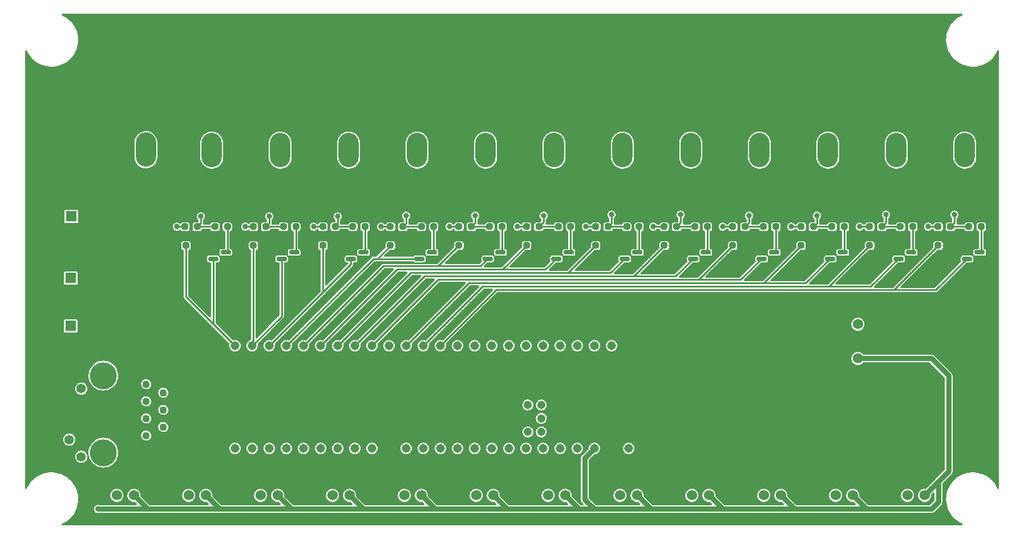
<source format=gbl>
%TF.GenerationSoftware,KiCad,Pcbnew,(6.0.10)*%
%TF.CreationDate,2023-04-22T01:27:36-05:00*%
%TF.ProjectId,Hardware_Rev1,48617264-7761-4726-955f-526576312e6b,rev?*%
%TF.SameCoordinates,Original*%
%TF.FileFunction,Copper,L2,Bot*%
%TF.FilePolarity,Positive*%
%FSLAX46Y46*%
G04 Gerber Fmt 4.6, Leading zero omitted, Abs format (unit mm)*
G04 Created by KiCad (PCBNEW (6.0.10)) date 2023-04-22 01:27:36*
%MOMM*%
%LPD*%
G01*
G04 APERTURE LIST*
G04 Aperture macros list*
%AMRoundRect*
0 Rectangle with rounded corners*
0 $1 Rounding radius*
0 $2 $3 $4 $5 $6 $7 $8 $9 X,Y pos of 4 corners*
0 Add a 4 corners polygon primitive as box body*
4,1,4,$2,$3,$4,$5,$6,$7,$8,$9,$2,$3,0*
0 Add four circle primitives for the rounded corners*
1,1,$1+$1,$2,$3*
1,1,$1+$1,$4,$5*
1,1,$1+$1,$6,$7*
1,1,$1+$1,$8,$9*
0 Add four rect primitives between the rounded corners*
20,1,$1+$1,$2,$3,$4,$5,0*
20,1,$1+$1,$4,$5,$6,$7,0*
20,1,$1+$1,$6,$7,$8,$9,0*
20,1,$1+$1,$8,$9,$2,$3,0*%
G04 Aperture macros list end*
%TA.AperFunction,ComponentPad*%
%ADD10O,3.000000X5.100000*%
%TD*%
%TA.AperFunction,ComponentPad*%
%ADD11R,1.600000X1.600000*%
%TD*%
%TA.AperFunction,ComponentPad*%
%ADD12C,1.600000*%
%TD*%
%TA.AperFunction,ComponentPad*%
%ADD13C,1.524000*%
%TD*%
%TA.AperFunction,ComponentPad*%
%ADD14C,1.100000*%
%TD*%
%TA.AperFunction,ComponentPad*%
%ADD15C,1.400000*%
%TD*%
%TA.AperFunction,ComponentPad*%
%ADD16C,4.000000*%
%TD*%
%TA.AperFunction,ComponentPad*%
%ADD17C,2.000000*%
%TD*%
%TA.AperFunction,ComponentPad*%
%ADD18C,1.308000*%
%TD*%
%TA.AperFunction,ComponentPad*%
%ADD19C,1.208000*%
%TD*%
%TA.AperFunction,SMDPad,CuDef*%
%ADD20RoundRect,0.237500X-0.250000X-0.237500X0.250000X-0.237500X0.250000X0.237500X-0.250000X0.237500X0*%
%TD*%
%TA.AperFunction,SMDPad,CuDef*%
%ADD21RoundRect,0.150000X-0.587500X-0.150000X0.587500X-0.150000X0.587500X0.150000X-0.587500X0.150000X0*%
%TD*%
%TA.AperFunction,ViaPad*%
%ADD22C,0.800000*%
%TD*%
%TA.AperFunction,Conductor*%
%ADD23C,0.254000*%
%TD*%
%TA.AperFunction,Conductor*%
%ADD24C,0.250000*%
%TD*%
%TA.AperFunction,Conductor*%
%ADD25C,0.762000*%
%TD*%
G04 APERTURE END LIST*
D10*
X164974000Y-60733000D03*
X164974000Y-68633000D03*
X114174000Y-60733000D03*
X114174000Y-68633000D03*
X134494000Y-60733000D03*
X134494000Y-68633000D03*
X94234000Y-60706000D03*
X94234000Y-68580000D03*
D11*
X83058000Y-94742000D03*
D12*
X80558000Y-94742000D03*
D13*
X167132000Y-119888000D03*
X164592000Y-119888000D03*
X162052000Y-119888000D03*
X209804000Y-119888000D03*
X207264000Y-119888000D03*
X204724000Y-119888000D03*
X199898000Y-94488000D03*
X199898000Y-97028000D03*
X199898000Y-99568000D03*
X177800000Y-119888000D03*
X175260000Y-119888000D03*
X172720000Y-119888000D03*
D10*
X175094000Y-60733000D03*
X175094000Y-68633000D03*
D13*
X103124000Y-119888000D03*
X100584000Y-119888000D03*
X98044000Y-119888000D03*
D10*
X104014000Y-60733000D03*
X104014000Y-68633000D03*
D11*
X83159677Y-78486000D03*
D12*
X80659677Y-78486000D03*
D10*
X185294000Y-60733000D03*
X185294000Y-68633000D03*
D13*
X135128000Y-119888000D03*
X132588000Y-119888000D03*
X130048000Y-119888000D03*
X92456000Y-119888000D03*
X89916000Y-119888000D03*
X87376000Y-119888000D03*
X188468000Y-119888000D03*
X185928000Y-119888000D03*
X183388000Y-119888000D03*
X145796000Y-119888000D03*
X143256000Y-119888000D03*
X140716000Y-119888000D03*
D10*
X215774000Y-60733000D03*
X215774000Y-68633000D03*
D13*
X156464000Y-119888000D03*
X153924000Y-119888000D03*
X151384000Y-119888000D03*
X124460000Y-119888000D03*
X121920000Y-119888000D03*
X119380000Y-119888000D03*
D14*
X94280000Y-103380000D03*
X96820000Y-104650000D03*
X94280000Y-105920000D03*
X96820000Y-107190000D03*
X94280000Y-108460000D03*
X96820000Y-109730000D03*
X94280000Y-111000000D03*
X96820000Y-112270000D03*
D15*
X82850000Y-101500000D03*
X84640000Y-104040000D03*
X82850000Y-111610000D03*
X84640000Y-114150000D03*
D16*
X87930000Y-102110000D03*
X87930000Y-113540000D03*
D17*
X90980000Y-115700000D03*
X90980000Y-99950000D03*
D10*
X205614000Y-60733000D03*
X205614000Y-68633000D03*
X144654000Y-60733000D03*
X144654000Y-68633000D03*
D11*
X83072660Y-87630000D03*
D12*
X80572660Y-87630000D03*
D10*
X195454000Y-60733000D03*
X195454000Y-68633000D03*
D13*
X113792000Y-119888000D03*
X111252000Y-119888000D03*
X108712000Y-119888000D03*
X199136000Y-119888000D03*
X196596000Y-119888000D03*
X194056000Y-119888000D03*
D10*
X154814000Y-60733000D03*
X154814000Y-68633000D03*
X124334000Y-60733000D03*
X124334000Y-68633000D03*
D18*
X163353000Y-97676500D03*
X160813000Y-97676500D03*
X158273000Y-97676500D03*
X155733000Y-97676500D03*
X130333000Y-97676500D03*
X160813000Y-112916500D03*
X153193000Y-97676500D03*
X150653000Y-97676500D03*
X148113000Y-97676500D03*
X145573000Y-97676500D03*
X143033000Y-97676500D03*
X140493000Y-97676500D03*
X137953000Y-97676500D03*
X135413000Y-97676500D03*
X132873000Y-97676500D03*
X132873000Y-112916500D03*
X135413000Y-112916500D03*
X137953000Y-112916500D03*
X140493000Y-112916500D03*
X143033000Y-112916500D03*
X145573000Y-112916500D03*
X148113000Y-112916500D03*
X150653000Y-112916500D03*
X153193000Y-112916500D03*
X155733000Y-112916500D03*
X158273000Y-112916500D03*
X127793000Y-97676500D03*
X125253000Y-97676500D03*
X122713000Y-97676500D03*
X120173000Y-97676500D03*
X117633000Y-97676500D03*
X115093000Y-97676500D03*
X112553000Y-97676500D03*
X110013000Y-97676500D03*
X107473000Y-97676500D03*
X107473000Y-112916500D03*
X110013000Y-112916500D03*
X112553000Y-112916500D03*
X115093000Y-112916500D03*
X117633000Y-112916500D03*
X120173000Y-112916500D03*
X122713000Y-112916500D03*
X125253000Y-112916500D03*
X127793000Y-112916500D03*
X165893000Y-97676500D03*
X130333000Y-112916500D03*
X163353000Y-112916500D03*
D19*
X150923000Y-108466500D03*
X152923000Y-108466500D03*
X152923000Y-110466500D03*
X150923000Y-110466500D03*
X150923000Y-106466500D03*
X152923000Y-106466500D03*
D18*
X165893000Y-112916500D03*
D20*
X104497500Y-80010000D03*
X106322500Y-80010000D03*
X110189000Y-80010000D03*
X112014000Y-80010000D03*
X145264500Y-80010000D03*
X147089500Y-80010000D03*
X100029000Y-80010000D03*
X101854000Y-80010000D03*
D21*
X144985500Y-84770000D03*
X144985500Y-82870000D03*
X146860500Y-83820000D03*
D20*
X201652500Y-80010000D03*
X203477500Y-80010000D03*
X150725500Y-80010000D03*
X152550500Y-80010000D03*
X130532500Y-82804000D03*
X132357500Y-82804000D03*
D21*
X175465500Y-84770000D03*
X175465500Y-82870000D03*
X177340500Y-83820000D03*
D20*
X211812500Y-82804000D03*
X213637500Y-82804000D03*
X135128000Y-80010000D03*
X136953000Y-80010000D03*
X130532500Y-80010000D03*
X132357500Y-80010000D03*
X161012500Y-80010000D03*
X162837500Y-80010000D03*
D21*
X104218500Y-84770000D03*
X104218500Y-82870000D03*
X106093500Y-83820000D03*
D20*
X171172500Y-80010000D03*
X172997500Y-80010000D03*
X120499500Y-82804000D03*
X122324500Y-82804000D03*
X191492500Y-80010000D03*
X193317500Y-80010000D03*
X140692500Y-82804000D03*
X142517500Y-82804000D03*
X206224500Y-80010000D03*
X208049500Y-80010000D03*
X181332500Y-80010000D03*
X183157500Y-80010000D03*
D21*
X195785500Y-84770000D03*
X195785500Y-82870000D03*
X197660500Y-83820000D03*
X114378500Y-84770000D03*
X114378500Y-82870000D03*
X116253500Y-83820000D03*
X216105500Y-84770000D03*
X216105500Y-82870000D03*
X217980500Y-83820000D03*
D20*
X100179500Y-82804000D03*
X102004500Y-82804000D03*
D21*
X185625500Y-84770000D03*
X185625500Y-82870000D03*
X187500500Y-83820000D03*
X155145500Y-84770000D03*
X155145500Y-82870000D03*
X157020500Y-83820000D03*
D20*
X114657500Y-80010000D03*
X116482500Y-80010000D03*
X216384500Y-80010000D03*
X218209500Y-80010000D03*
X165608000Y-80010000D03*
X167433000Y-80010000D03*
X120499500Y-80010000D03*
X122324500Y-80010000D03*
X160989000Y-82804000D03*
X162814000Y-82804000D03*
X191469000Y-82804000D03*
X193294000Y-82804000D03*
X211812500Y-80010000D03*
X213637500Y-80010000D03*
X196064500Y-80010000D03*
X197889500Y-80010000D03*
X140692500Y-80010000D03*
X142517500Y-80010000D03*
X181309000Y-82804000D03*
X183134000Y-82804000D03*
X150725500Y-82804000D03*
X152550500Y-82804000D03*
D21*
X134825500Y-84770000D03*
X134825500Y-82870000D03*
X136700500Y-83820000D03*
D20*
X171172500Y-82804000D03*
X172997500Y-82804000D03*
X155448000Y-80010000D03*
X157273000Y-80010000D03*
X175744500Y-80010000D03*
X177569500Y-80010000D03*
D21*
X165305500Y-84770000D03*
X165305500Y-82870000D03*
X167180500Y-83820000D03*
D20*
X201652500Y-82804000D03*
X203477500Y-82804000D03*
X110189000Y-82804000D03*
X112014000Y-82804000D03*
D21*
X124665500Y-84770000D03*
X124665500Y-82870000D03*
X126540500Y-83820000D03*
X205945500Y-84770000D03*
X205945500Y-82870000D03*
X207820500Y-83820000D03*
D20*
X124944500Y-80010000D03*
X126769500Y-80010000D03*
X185904500Y-80010000D03*
X187729500Y-80010000D03*
D22*
X143510000Y-107696000D03*
X104521000Y-76200000D03*
X185928000Y-76200000D03*
X125222000Y-107696000D03*
X114681000Y-76200000D03*
X135128000Y-76073000D03*
X102870000Y-113030000D03*
X109982000Y-107696000D03*
X175768000Y-76073000D03*
X206248000Y-76073000D03*
X145288000Y-76073000D03*
X165608000Y-76073000D03*
X196088000Y-76073000D03*
X216408000Y-76073000D03*
X124968000Y-76073000D03*
X155448000Y-76073000D03*
X155702000Y-107696000D03*
X98806000Y-80010000D03*
X119126000Y-80010000D03*
X149352000Y-80010000D03*
X108966000Y-80010000D03*
X189992000Y-80010000D03*
X169545000Y-80010000D03*
X129159000Y-80010000D03*
X179832000Y-80010000D03*
X159512000Y-80010000D03*
X200152000Y-80010000D03*
X139319000Y-80010000D03*
X210312000Y-80010000D03*
X87122000Y-121920000D03*
X183769000Y-78359000D03*
X102362000Y-78486000D03*
X143129000Y-78359000D03*
X193802000Y-78359000D03*
X112522000Y-78486000D03*
X153289000Y-78359000D03*
X122682000Y-78486000D03*
X204089000Y-78232000D03*
X163322000Y-78232000D03*
X214249000Y-78232000D03*
X132842000Y-78359000D03*
X173609000Y-78232000D03*
D23*
X201652500Y-80010000D02*
X200152000Y-80010000D01*
X191492500Y-80010000D02*
X189992000Y-80010000D01*
X150725500Y-80010000D02*
X149352000Y-80010000D01*
X140692500Y-80010000D02*
X139319000Y-80010000D01*
X130532500Y-80010000D02*
X129159000Y-80010000D01*
D24*
X211812500Y-80010000D02*
X210312000Y-80010000D01*
D23*
X100029000Y-80010000D02*
X98806000Y-80010000D01*
X120499500Y-80010000D02*
X119126000Y-80010000D01*
X181332500Y-80010000D02*
X179832000Y-80010000D01*
X110189000Y-80010000D02*
X108966000Y-80010000D01*
X161012500Y-80010000D02*
X159512000Y-80010000D01*
X171172500Y-80010000D02*
X169545000Y-80010000D01*
D25*
X188468000Y-119888000D02*
X190500000Y-121920000D01*
X103124000Y-119888000D02*
X105156000Y-121920000D01*
X145796000Y-119888000D02*
X147828000Y-121920000D01*
X210820000Y-121920000D02*
X202184000Y-121920000D01*
X199136000Y-119888000D02*
X201168000Y-121920000D01*
X169164000Y-121920000D02*
X169672000Y-121920000D01*
X87122000Y-121920000D02*
X94488000Y-121920000D01*
X94488000Y-121920000D02*
X92456000Y-119888000D01*
X213360000Y-116332000D02*
X211836000Y-117856000D01*
X124460000Y-119888000D02*
X126492000Y-121920000D01*
X177800000Y-119888000D02*
X179832000Y-121920000D01*
X211836000Y-120904000D02*
X210820000Y-121920000D01*
X156464000Y-119888000D02*
X158496000Y-121920000D01*
X159258000Y-121920000D02*
X148082000Y-121920000D01*
X137414000Y-121920000D02*
X127254000Y-121920000D01*
X199898000Y-99568000D02*
X210820000Y-99568000D01*
X180340000Y-121920000D02*
X169672000Y-121920000D01*
X190500000Y-121920000D02*
X191008000Y-121920000D01*
X105156000Y-121920000D02*
X94488000Y-121920000D01*
X147828000Y-121920000D02*
X148082000Y-121920000D01*
X116840000Y-121920000D02*
X105156000Y-121920000D01*
X202184000Y-121920000D02*
X191008000Y-121920000D01*
X160782000Y-121920000D02*
X159258000Y-121920000D01*
X211836000Y-117856000D02*
X211836000Y-120904000D01*
X137160000Y-121920000D02*
X137414000Y-121920000D01*
X148082000Y-121920000D02*
X137414000Y-121920000D01*
X135128000Y-119888000D02*
X137160000Y-121920000D01*
X191008000Y-121920000D02*
X180340000Y-121920000D01*
X211836000Y-117856000D02*
X209804000Y-119888000D01*
X127254000Y-121920000D02*
X116840000Y-121920000D01*
X210820000Y-99568000D02*
X213360000Y-102108000D01*
X179832000Y-121920000D02*
X180340000Y-121920000D01*
X167132000Y-119888000D02*
X169164000Y-121920000D01*
X159385000Y-114344500D02*
X159385000Y-120523000D01*
X159385000Y-120523000D02*
X160782000Y-121920000D01*
X201168000Y-121920000D02*
X202184000Y-121920000D01*
X169672000Y-121920000D02*
X160782000Y-121920000D01*
X126492000Y-121920000D02*
X127254000Y-121920000D01*
X158496000Y-121920000D02*
X159258000Y-121920000D01*
X160813000Y-112916500D02*
X159385000Y-114344500D01*
X113792000Y-119888000D02*
X115824000Y-121920000D01*
X115824000Y-121920000D02*
X116840000Y-121920000D01*
X213360000Y-102108000D02*
X213360000Y-116332000D01*
D23*
X120499500Y-89730000D02*
X112553000Y-97676500D01*
X124665500Y-84770000D02*
X124665500Y-85564000D01*
X120499500Y-82804000D02*
X120499500Y-89730000D01*
X124665500Y-85564000D02*
X120499500Y-89730000D01*
X104218500Y-94409500D02*
X104212250Y-94415750D01*
X104218500Y-84770000D02*
X104218500Y-94409500D01*
X104212250Y-94415750D02*
X107473000Y-97676500D01*
X100179500Y-82804000D02*
X100179500Y-90383000D01*
X100179500Y-90383000D02*
X104212250Y-94415750D01*
X109982000Y-97645500D02*
X110013000Y-97676500D01*
X114378500Y-84770000D02*
X114378500Y-93311000D01*
X109982000Y-97028000D02*
X109982000Y-97645500D01*
X114378500Y-93311000D02*
X110013000Y-97676500D01*
X110189000Y-82804000D02*
X110189000Y-96821000D01*
X110189000Y-96821000D02*
X109982000Y-97028000D01*
X182511500Y-87884000D02*
X185625500Y-84770000D01*
X176276000Y-87884000D02*
X182511500Y-87884000D01*
X181309000Y-82804000D02*
X181309000Y-82851000D01*
X137585500Y-87884000D02*
X176276000Y-87884000D01*
X127793000Y-97676500D02*
X137585500Y-87884000D01*
X181309000Y-82851000D02*
X176276000Y-87884000D01*
X187729500Y-83591000D02*
X187500500Y-83820000D01*
X187729500Y-80010000D02*
X187729500Y-83591000D01*
X106322500Y-83591000D02*
X106322500Y-80010000D01*
X106093500Y-83820000D02*
X106322500Y-83591000D01*
X137644500Y-85852000D02*
X137414000Y-85852000D01*
X140692500Y-82804000D02*
X137644500Y-85852000D01*
X137414000Y-85852000D02*
X143903500Y-85852000D01*
X117633000Y-97676500D02*
X129457500Y-85852000D01*
X143903500Y-85852000D02*
X144985500Y-84770000D01*
X129457500Y-85852000D02*
X137414000Y-85852000D01*
X147089500Y-83591000D02*
X146860500Y-83820000D01*
X147089500Y-80010000D02*
X147089500Y-83591000D01*
X191469000Y-82804000D02*
X191469000Y-82851000D01*
X192163500Y-88392000D02*
X195785500Y-84770000D01*
X132873000Y-97676500D02*
X142157500Y-88392000D01*
X191469000Y-82851000D02*
X185928000Y-88392000D01*
X142157500Y-88392000D02*
X185928000Y-88392000D01*
X185928000Y-88392000D02*
X192163500Y-88392000D01*
X197889500Y-80010000D02*
X197889500Y-83591000D01*
X197889500Y-83591000D02*
X197660500Y-83820000D01*
X116482500Y-83591000D02*
X116253500Y-83820000D01*
X116482500Y-80010000D02*
X116482500Y-83591000D01*
X150725500Y-82804000D02*
X150725500Y-82827500D01*
X147193000Y-86360000D02*
X153555500Y-86360000D01*
X153555500Y-86360000D02*
X155145500Y-84770000D01*
X150725500Y-82827500D02*
X147193000Y-86360000D01*
X131489500Y-86360000D02*
X147193000Y-86360000D01*
X120173000Y-97676500D02*
X131489500Y-86360000D01*
X157273000Y-83567500D02*
X157020500Y-83820000D01*
X157273000Y-80010000D02*
X157273000Y-83567500D01*
X201652500Y-82827500D02*
X195580000Y-88900000D01*
X144189500Y-88900000D02*
X195580000Y-88900000D01*
X201652500Y-82804000D02*
X201652500Y-82827500D01*
X201815500Y-88900000D02*
X205945500Y-84770000D01*
X135413000Y-97676500D02*
X144189500Y-88900000D01*
X195580000Y-88900000D02*
X201815500Y-88900000D01*
D24*
X208049500Y-83591000D02*
X207820500Y-83820000D01*
D23*
X208049500Y-80010000D02*
X208049500Y-83591000D01*
X126769500Y-83591000D02*
X126540500Y-83820000D01*
X126769500Y-80010000D02*
X126769500Y-83591000D01*
X163207500Y-86868000D02*
X165305500Y-84770000D01*
X156925000Y-86868000D02*
X156591000Y-86868000D01*
X156591000Y-86868000D02*
X163207500Y-86868000D01*
X133521500Y-86868000D02*
X156591000Y-86868000D01*
X122713000Y-97676500D02*
X133521500Y-86868000D01*
X160989000Y-82804000D02*
X156925000Y-86868000D01*
X167433000Y-83567500D02*
X167180500Y-83820000D01*
X167433000Y-80010000D02*
X167433000Y-83567500D01*
X137953000Y-97676500D02*
X146221500Y-89408000D01*
X146221500Y-89408000D02*
X205232000Y-89408000D01*
X211812500Y-82804000D02*
X211812500Y-82827500D01*
X205232000Y-89408000D02*
X211467500Y-89408000D01*
X211812500Y-82827500D02*
X205232000Y-89408000D01*
X211467500Y-89408000D02*
X216105500Y-84770000D01*
D24*
X218209500Y-83591000D02*
X217980500Y-83820000D01*
D23*
X218209500Y-80010000D02*
X218209500Y-83591000D01*
X127999500Y-84770000D02*
X115093000Y-97676500D01*
X130532500Y-82804000D02*
X130532500Y-82827500D01*
X134825500Y-84770000D02*
X128590000Y-84770000D01*
X128590000Y-84770000D02*
X127999500Y-84770000D01*
X130532500Y-82827500D02*
X128590000Y-84770000D01*
X136953000Y-80010000D02*
X136953000Y-83567500D01*
X136953000Y-83567500D02*
X136700500Y-83820000D01*
X172859500Y-87376000D02*
X175465500Y-84770000D01*
X171172500Y-82804000D02*
X171172500Y-82827500D01*
X166624000Y-87376000D02*
X172859500Y-87376000D01*
X125253000Y-97676500D02*
X135553500Y-87376000D01*
X171172500Y-82827500D02*
X166624000Y-87376000D01*
X135553500Y-87376000D02*
X166624000Y-87376000D01*
X177569500Y-80010000D02*
X177569500Y-83591000D01*
X177569500Y-83591000D02*
X177340500Y-83820000D01*
X183769000Y-78359000D02*
X183769000Y-79398500D01*
X185904500Y-80010000D02*
X183157500Y-80010000D01*
X183769000Y-79398500D02*
X183157500Y-80010000D01*
X104497500Y-80010000D02*
X101854000Y-80010000D01*
X102362000Y-78486000D02*
X102362000Y-79502000D01*
X102362000Y-79502000D02*
X101854000Y-80010000D01*
X143129000Y-78359000D02*
X143129000Y-79398500D01*
X143129000Y-79398500D02*
X142517500Y-80010000D01*
X145264500Y-80010000D02*
X142517500Y-80010000D01*
X193802000Y-79525500D02*
X193317500Y-80010000D01*
X196064500Y-80010000D02*
X193317500Y-80010000D01*
X193802000Y-78359000D02*
X193802000Y-79525500D01*
X112522000Y-78486000D02*
X112522000Y-79502000D01*
X112522000Y-79502000D02*
X112014000Y-80010000D01*
X114657500Y-80010000D02*
X112014000Y-80010000D01*
X153289000Y-79271500D02*
X152550500Y-80010000D01*
X152550500Y-80010000D02*
X155448000Y-80010000D01*
X153289000Y-78359000D02*
X153289000Y-79271500D01*
X122682000Y-78486000D02*
X122682000Y-79652500D01*
X122682000Y-79652500D02*
X122324500Y-80010000D01*
X122324500Y-80010000D02*
X124944500Y-80010000D01*
X204089000Y-79398500D02*
X203477500Y-80010000D01*
X206224500Y-80010000D02*
X203477500Y-80010000D01*
X204089000Y-78232000D02*
X204089000Y-79398500D01*
X162837500Y-80010000D02*
X165608000Y-80010000D01*
X163322000Y-79525500D02*
X162837500Y-80010000D01*
X163322000Y-78232000D02*
X163322000Y-79525500D01*
X214249000Y-78232000D02*
X214249000Y-79398500D01*
X216384500Y-80010000D02*
X213637500Y-80010000D01*
X214249000Y-79398500D02*
X213637500Y-80010000D01*
X135128000Y-80010000D02*
X132357500Y-80010000D01*
X132842000Y-79525500D02*
X132357500Y-80010000D01*
X132842000Y-78359000D02*
X132842000Y-79525500D01*
X172997500Y-80010000D02*
X175744500Y-80010000D01*
X173609000Y-79398500D02*
X172997500Y-80010000D01*
X173609000Y-78232000D02*
X173609000Y-79398500D01*
%TA.AperFunction,Conductor*%
G36*
X215388007Y-48407502D02*
G01*
X215434500Y-48461158D01*
X215444604Y-48531432D01*
X215415110Y-48596012D01*
X215374428Y-48627083D01*
X215073434Y-48771618D01*
X214735549Y-48977459D01*
X214419779Y-49215841D01*
X214417497Y-49217951D01*
X214417488Y-49217958D01*
X214257577Y-49365779D01*
X214129246Y-49484407D01*
X214127174Y-49486745D01*
X214127169Y-49486750D01*
X213868908Y-49778149D01*
X213868903Y-49778155D01*
X213866824Y-49780501D01*
X213635107Y-50101194D01*
X213436387Y-50443316D01*
X213435097Y-50446153D01*
X213435095Y-50446157D01*
X213273921Y-50800641D01*
X213272629Y-50803483D01*
X213145452Y-51178133D01*
X213056114Y-51563563D01*
X213005499Y-51955959D01*
X212994107Y-52351442D01*
X213022050Y-52746102D01*
X213089053Y-53136035D01*
X213194452Y-53517385D01*
X213195582Y-53520305D01*
X213195583Y-53520309D01*
X213336071Y-53883448D01*
X213336073Y-53883453D01*
X213337206Y-53886381D01*
X213338621Y-53889175D01*
X213338624Y-53889183D01*
X213441765Y-54092924D01*
X213515903Y-54239375D01*
X213728775Y-54572875D01*
X213973718Y-54883583D01*
X213975893Y-54885839D01*
X213975898Y-54885845D01*
X214099348Y-55013904D01*
X214248309Y-55168428D01*
X214250702Y-55170461D01*
X214547439Y-55422558D01*
X214547447Y-55422565D01*
X214549834Y-55424592D01*
X214552414Y-55426375D01*
X214872737Y-55647765D01*
X214872746Y-55647770D01*
X214875309Y-55649542D01*
X214878044Y-55651055D01*
X214878049Y-55651058D01*
X215042837Y-55742213D01*
X215221518Y-55841054D01*
X215224387Y-55842287D01*
X215224398Y-55842292D01*
X215582167Y-55996001D01*
X215585035Y-55997233D01*
X215588012Y-55998174D01*
X215588016Y-55998176D01*
X215716791Y-56038902D01*
X215962267Y-56116536D01*
X216349483Y-56197782D01*
X216352601Y-56198118D01*
X216740402Y-56239905D01*
X216740405Y-56239905D01*
X216742853Y-56240169D01*
X216745316Y-56240240D01*
X216745317Y-56240240D01*
X216748966Y-56240345D01*
X216800171Y-56241820D01*
X217071232Y-56241820D01*
X217072795Y-56241742D01*
X217072803Y-56241742D01*
X217169171Y-56236944D01*
X217367038Y-56227094D01*
X217370123Y-56226630D01*
X217370125Y-56226630D01*
X217755196Y-56168737D01*
X217758289Y-56168272D01*
X217959464Y-56117180D01*
X218138719Y-56071655D01*
X218138722Y-56071654D01*
X218141762Y-56070882D01*
X218144710Y-56069812D01*
X218510729Y-55936954D01*
X218510739Y-55936950D01*
X218513667Y-55935887D01*
X218870326Y-55764622D01*
X219208211Y-55558781D01*
X219523981Y-55320399D01*
X219526263Y-55318289D01*
X219526272Y-55318282D01*
X219812217Y-55053956D01*
X219814514Y-55051833D01*
X219963631Y-54883583D01*
X220074852Y-54758091D01*
X220074857Y-54758085D01*
X220076936Y-54755739D01*
X220308653Y-54435046D01*
X220507373Y-54092924D01*
X220583473Y-53925552D01*
X220611799Y-53863251D01*
X220658203Y-53809518D01*
X220726290Y-53789402D01*
X220794444Y-53809291D01*
X220841026Y-53862869D01*
X220852500Y-53915402D01*
X220852500Y-118794448D01*
X220832498Y-118862569D01*
X220778842Y-118909062D01*
X220708568Y-118919166D01*
X220643988Y-118889672D01*
X220608989Y-118839913D01*
X220608868Y-118839601D01*
X220606554Y-118833619D01*
X220586725Y-118794448D01*
X220429276Y-118483428D01*
X220427857Y-118480625D01*
X220214985Y-118147125D01*
X219970042Y-117836417D01*
X219967867Y-117834161D01*
X219967862Y-117834155D01*
X219805802Y-117666044D01*
X219695451Y-117551572D01*
X219608399Y-117477616D01*
X219396321Y-117297442D01*
X219396313Y-117297435D01*
X219393926Y-117295408D01*
X219199771Y-117161219D01*
X219071023Y-117072235D01*
X219071014Y-117072230D01*
X219068451Y-117070458D01*
X219065716Y-117068945D01*
X219065711Y-117068942D01*
X218857960Y-116954021D01*
X218722242Y-116878946D01*
X218719373Y-116877713D01*
X218719362Y-116877708D01*
X218361593Y-116723999D01*
X218361590Y-116723998D01*
X218358725Y-116722767D01*
X218355748Y-116721826D01*
X218355744Y-116721824D01*
X218226969Y-116681098D01*
X217981493Y-116603464D01*
X217594277Y-116522218D01*
X217591159Y-116521882D01*
X217203358Y-116480095D01*
X217203355Y-116480095D01*
X217200907Y-116479831D01*
X217198444Y-116479760D01*
X217198443Y-116479760D01*
X217194794Y-116479655D01*
X217143589Y-116478180D01*
X216872528Y-116478180D01*
X216870965Y-116478258D01*
X216870957Y-116478258D01*
X216774589Y-116483056D01*
X216576722Y-116492906D01*
X216573637Y-116493370D01*
X216573635Y-116493370D01*
X216383990Y-116521882D01*
X216185471Y-116551728D01*
X216182436Y-116552499D01*
X216182435Y-116552499D01*
X215805041Y-116648345D01*
X215805038Y-116648346D01*
X215801998Y-116649118D01*
X215799051Y-116650188D01*
X215799050Y-116650188D01*
X215433031Y-116783046D01*
X215433021Y-116783050D01*
X215430093Y-116784113D01*
X215073434Y-116955378D01*
X214735549Y-117161219D01*
X214419779Y-117399601D01*
X214417497Y-117401711D01*
X214417488Y-117401718D01*
X214257577Y-117549539D01*
X214129246Y-117668167D01*
X214127174Y-117670505D01*
X214127169Y-117670510D01*
X213868908Y-117961909D01*
X213868903Y-117961915D01*
X213866824Y-117964261D01*
X213635107Y-118284954D01*
X213436387Y-118627076D01*
X213435097Y-118629913D01*
X213435095Y-118629917D01*
X213293010Y-118942418D01*
X213272629Y-118987243D01*
X213271627Y-118990196D01*
X213271625Y-118990200D01*
X213239041Y-119086191D01*
X213145452Y-119361893D01*
X213144744Y-119364948D01*
X213063833Y-119714023D01*
X213056114Y-119747323D01*
X213034033Y-119918509D01*
X213011119Y-120096153D01*
X213005499Y-120139719D01*
X212994107Y-120535202D01*
X212994328Y-120538321D01*
X212994328Y-120538328D01*
X213011033Y-120774267D01*
X213022050Y-120929862D01*
X213089053Y-121319795D01*
X213089885Y-121322804D01*
X213089886Y-121322810D01*
X213095227Y-121342135D01*
X213194452Y-121701145D01*
X213195582Y-121704065D01*
X213195583Y-121704069D01*
X213288480Y-121944191D01*
X213337206Y-122070141D01*
X213338621Y-122072935D01*
X213338624Y-122072943D01*
X213455711Y-122304234D01*
X213515903Y-122423135D01*
X213728775Y-122756635D01*
X213973718Y-123067343D01*
X213975893Y-123069599D01*
X213975898Y-123069605D01*
X214099348Y-123197664D01*
X214248309Y-123352188D01*
X214250702Y-123354221D01*
X214547439Y-123606318D01*
X214547447Y-123606325D01*
X214549834Y-123608352D01*
X214552414Y-123610135D01*
X214872737Y-123831525D01*
X214872746Y-123831530D01*
X214875309Y-123833302D01*
X214878044Y-123834815D01*
X214878049Y-123834818D01*
X215042837Y-123925973D01*
X215221518Y-124024814D01*
X215374947Y-124090732D01*
X215429640Y-124136000D01*
X215451177Y-124203651D01*
X215432720Y-124272207D01*
X215380129Y-124319901D01*
X215325209Y-124332500D01*
X81860114Y-124332500D01*
X81791993Y-124312498D01*
X81745500Y-124258842D01*
X81735396Y-124188568D01*
X81764890Y-124123988D01*
X81805572Y-124092917D01*
X81947397Y-124024814D01*
X82106566Y-123948382D01*
X82444451Y-123742541D01*
X82760221Y-123504159D01*
X82762503Y-123502049D01*
X82762512Y-123502042D01*
X82964209Y-123315594D01*
X83050754Y-123235593D01*
X83199871Y-123067343D01*
X83311092Y-122941851D01*
X83311097Y-122941845D01*
X83313176Y-122939499D01*
X83544893Y-122618806D01*
X83743613Y-122276684D01*
X83765116Y-122229392D01*
X83905788Y-121920000D01*
X86516318Y-121920000D01*
X86536956Y-122076762D01*
X86597464Y-122222841D01*
X86693718Y-122348282D01*
X86819159Y-122444536D01*
X86965238Y-122505044D01*
X87122000Y-122525682D01*
X87130188Y-122524604D01*
X87270576Y-122506122D01*
X87270578Y-122506121D01*
X87278762Y-122505044D01*
X87279354Y-122504799D01*
X87304412Y-122501500D01*
X94441626Y-122501500D01*
X94458073Y-122502578D01*
X94488000Y-122506518D01*
X94496188Y-122505440D01*
X94517928Y-122502578D01*
X94534374Y-122501500D01*
X105109626Y-122501500D01*
X105126073Y-122502578D01*
X105156000Y-122506518D01*
X105164188Y-122505440D01*
X105185928Y-122502578D01*
X105202374Y-122501500D01*
X115777626Y-122501500D01*
X115794073Y-122502578D01*
X115824000Y-122506518D01*
X115832188Y-122505440D01*
X115853928Y-122502578D01*
X115870374Y-122501500D01*
X126445626Y-122501500D01*
X126462073Y-122502578D01*
X126492000Y-122506518D01*
X126500188Y-122505440D01*
X126521928Y-122502578D01*
X126538374Y-122501500D01*
X137113626Y-122501500D01*
X137130073Y-122502578D01*
X137160000Y-122506518D01*
X137168188Y-122505440D01*
X137189928Y-122502578D01*
X137206374Y-122501500D01*
X147781626Y-122501500D01*
X147798073Y-122502578D01*
X147828000Y-122506518D01*
X147836188Y-122505440D01*
X147857928Y-122502578D01*
X147874374Y-122501500D01*
X158449626Y-122501500D01*
X158466073Y-122502578D01*
X158496000Y-122506518D01*
X158504188Y-122505440D01*
X158525928Y-122502578D01*
X158542374Y-122501500D01*
X160735627Y-122501500D01*
X160752074Y-122502578D01*
X160782000Y-122506518D01*
X160811926Y-122502578D01*
X160828373Y-122501500D01*
X169117626Y-122501500D01*
X169134073Y-122502578D01*
X169164000Y-122506518D01*
X169172188Y-122505440D01*
X169193928Y-122502578D01*
X169210374Y-122501500D01*
X179785626Y-122501500D01*
X179802073Y-122502578D01*
X179832000Y-122506518D01*
X179840188Y-122505440D01*
X179861928Y-122502578D01*
X179878374Y-122501500D01*
X190453626Y-122501500D01*
X190470073Y-122502578D01*
X190500000Y-122506518D01*
X190508188Y-122505440D01*
X190529928Y-122502578D01*
X190546374Y-122501500D01*
X201121626Y-122501500D01*
X201138073Y-122502578D01*
X201168000Y-122506518D01*
X201176188Y-122505440D01*
X201197928Y-122502578D01*
X201214374Y-122501500D01*
X210773626Y-122501500D01*
X210790073Y-122502578D01*
X210820000Y-122506518D01*
X210828188Y-122505440D01*
X210963614Y-122487611D01*
X210971802Y-122486533D01*
X210979429Y-122483374D01*
X210979432Y-122483373D01*
X211073192Y-122444536D01*
X211113259Y-122427940D01*
X211204231Y-122358135D01*
X211204234Y-122358132D01*
X211234731Y-122334731D01*
X211239754Y-122328185D01*
X211239757Y-122328182D01*
X211253106Y-122310785D01*
X211263973Y-122298393D01*
X212214391Y-121347974D01*
X212226784Y-121337106D01*
X212244178Y-121323759D01*
X212250731Y-121318731D01*
X212277691Y-121283596D01*
X212343940Y-121197259D01*
X212402533Y-121055802D01*
X212422518Y-120904000D01*
X212418578Y-120874072D01*
X212417500Y-120857626D01*
X212417500Y-118149056D01*
X212437502Y-118080935D01*
X212454405Y-118059961D01*
X213738388Y-116775977D01*
X213750780Y-116765109D01*
X213768178Y-116751759D01*
X213774731Y-116746731D01*
X213867939Y-116625259D01*
X213898078Y-116552499D01*
X213923374Y-116491428D01*
X213926533Y-116483802D01*
X213941500Y-116370116D01*
X213941500Y-116370114D01*
X213946518Y-116332000D01*
X213942578Y-116302074D01*
X213941500Y-116285627D01*
X213941500Y-102154373D01*
X213942578Y-102137926D01*
X213945440Y-102116188D01*
X213946518Y-102108000D01*
X213941500Y-102069884D01*
X213926533Y-101956198D01*
X213867939Y-101814741D01*
X213774731Y-101693269D01*
X213750779Y-101674891D01*
X213738388Y-101664023D01*
X212525625Y-100451260D01*
X211263970Y-99189604D01*
X211253112Y-99177223D01*
X211234731Y-99153269D01*
X211204234Y-99129868D01*
X211204231Y-99129865D01*
X211113259Y-99060060D01*
X211008967Y-99016861D01*
X210979432Y-99004627D01*
X210979429Y-99004626D01*
X210971802Y-99001467D01*
X210820000Y-98981482D01*
X210811812Y-98982560D01*
X210790072Y-98985422D01*
X210773626Y-98986500D01*
X200725647Y-98986500D01*
X200657526Y-98966498D01*
X200628004Y-98940136D01*
X200588161Y-98891283D01*
X200588158Y-98891280D01*
X200584266Y-98886508D01*
X200578475Y-98881717D01*
X200443577Y-98770120D01*
X200443574Y-98770118D01*
X200438827Y-98766191D01*
X200272788Y-98676414D01*
X200092474Y-98620597D01*
X200086356Y-98619954D01*
X200086351Y-98619953D01*
X199910881Y-98601511D01*
X199910879Y-98601511D01*
X199904752Y-98600867D01*
X199789125Y-98611390D01*
X199722914Y-98617415D01*
X199722913Y-98617415D01*
X199716773Y-98617974D01*
X199535697Y-98671268D01*
X199368420Y-98758718D01*
X199221316Y-98876993D01*
X199099986Y-99021588D01*
X199097016Y-99026991D01*
X199097015Y-99026992D01*
X199012019Y-99181599D01*
X199009052Y-99186996D01*
X198951978Y-99366917D01*
X198930937Y-99554496D01*
X198946732Y-99742590D01*
X198998760Y-99924034D01*
X199085040Y-100091917D01*
X199088865Y-100096743D01*
X199088867Y-100096746D01*
X199198456Y-100235014D01*
X199198460Y-100235019D01*
X199202285Y-100239844D01*
X199346030Y-100362180D01*
X199351408Y-100365186D01*
X199351410Y-100365187D01*
X199428415Y-100408224D01*
X199510800Y-100454267D01*
X199690317Y-100512595D01*
X199877745Y-100534945D01*
X199883880Y-100534473D01*
X199883882Y-100534473D01*
X200059803Y-100520937D01*
X200059807Y-100520936D01*
X200065945Y-100520464D01*
X200071877Y-100518808D01*
X200071881Y-100518807D01*
X200241804Y-100471363D01*
X200241808Y-100471362D01*
X200247748Y-100469703D01*
X200327297Y-100429520D01*
X200410728Y-100387377D01*
X200410730Y-100387376D01*
X200416229Y-100384598D01*
X200564970Y-100268388D01*
X200629899Y-100193167D01*
X200689551Y-100154672D01*
X200725279Y-100149500D01*
X210526944Y-100149500D01*
X210595065Y-100169502D01*
X210616039Y-100186405D01*
X212741595Y-102311960D01*
X212775620Y-102374272D01*
X212778500Y-102401055D01*
X212778500Y-116038945D01*
X212758498Y-116107066D01*
X212741595Y-116128040D01*
X212099499Y-116770135D01*
X211457612Y-117412022D01*
X211445221Y-117422890D01*
X211421269Y-117441269D01*
X211416246Y-117447815D01*
X211402887Y-117465225D01*
X211392019Y-117477616D01*
X209978138Y-118891496D01*
X209915826Y-118925522D01*
X209875873Y-118927711D01*
X209816881Y-118921511D01*
X209816879Y-118921511D01*
X209810752Y-118920867D01*
X209703824Y-118930598D01*
X209628914Y-118937415D01*
X209628913Y-118937415D01*
X209622773Y-118937974D01*
X209441697Y-118991268D01*
X209274420Y-119078718D01*
X209127316Y-119196993D01*
X209123352Y-119201717D01*
X209120069Y-119205630D01*
X209005986Y-119341588D01*
X209003016Y-119346991D01*
X209003015Y-119346992D01*
X208994823Y-119361893D01*
X208915052Y-119506996D01*
X208857978Y-119686917D01*
X208836937Y-119874496D01*
X208837453Y-119880639D01*
X208845548Y-119977034D01*
X208852732Y-120062590D01*
X208854431Y-120068515D01*
X208900720Y-120229944D01*
X208904760Y-120244034D01*
X208907576Y-120249513D01*
X208968757Y-120368558D01*
X208991040Y-120411917D01*
X208994865Y-120416743D01*
X208994867Y-120416746D01*
X209104456Y-120555014D01*
X209104460Y-120555019D01*
X209108285Y-120559844D01*
X209252030Y-120682180D01*
X209257408Y-120685186D01*
X209257410Y-120685187D01*
X209334415Y-120728224D01*
X209416800Y-120774267D01*
X209596317Y-120832595D01*
X209783745Y-120854945D01*
X209789880Y-120854473D01*
X209789882Y-120854473D01*
X209965803Y-120840937D01*
X209965807Y-120840936D01*
X209971945Y-120840464D01*
X209977877Y-120838808D01*
X209977881Y-120838807D01*
X210147804Y-120791363D01*
X210147808Y-120791362D01*
X210153748Y-120789703D01*
X210233297Y-120749520D01*
X210316728Y-120707377D01*
X210316730Y-120707376D01*
X210322229Y-120704598D01*
X210470970Y-120588388D01*
X210474996Y-120583724D01*
X210474999Y-120583721D01*
X210590278Y-120450169D01*
X210590279Y-120450167D01*
X210594307Y-120445501D01*
X210687542Y-120281378D01*
X210747123Y-120102272D01*
X210770780Y-119915005D01*
X210771157Y-119888000D01*
X210764040Y-119815413D01*
X210777300Y-119745666D01*
X210800343Y-119714023D01*
X210918673Y-119595693D01*
X211039405Y-119474960D01*
X211101717Y-119440936D01*
X211172532Y-119446000D01*
X211229368Y-119488547D01*
X211254179Y-119555067D01*
X211254500Y-119564056D01*
X211254500Y-120610944D01*
X211234498Y-120679065D01*
X211217595Y-120700040D01*
X210616038Y-121301596D01*
X210553726Y-121335621D01*
X210526943Y-121338500D01*
X201461055Y-121338500D01*
X201392934Y-121318498D01*
X201371960Y-121301595D01*
X200133260Y-120062894D01*
X200099234Y-120000582D01*
X200097348Y-119958009D01*
X200102340Y-119918488D01*
X200102780Y-119915005D01*
X200103157Y-119888000D01*
X200101833Y-119874496D01*
X206296937Y-119874496D01*
X206297453Y-119880639D01*
X206305548Y-119977034D01*
X206312732Y-120062590D01*
X206314431Y-120068515D01*
X206360720Y-120229944D01*
X206364760Y-120244034D01*
X206367576Y-120249513D01*
X206428757Y-120368558D01*
X206451040Y-120411917D01*
X206454865Y-120416743D01*
X206454867Y-120416746D01*
X206564456Y-120555014D01*
X206564460Y-120555019D01*
X206568285Y-120559844D01*
X206712030Y-120682180D01*
X206717408Y-120685186D01*
X206717410Y-120685187D01*
X206794415Y-120728224D01*
X206876800Y-120774267D01*
X207056317Y-120832595D01*
X207243745Y-120854945D01*
X207249880Y-120854473D01*
X207249882Y-120854473D01*
X207425803Y-120840937D01*
X207425807Y-120840936D01*
X207431945Y-120840464D01*
X207437877Y-120838808D01*
X207437881Y-120838807D01*
X207607804Y-120791363D01*
X207607808Y-120791362D01*
X207613748Y-120789703D01*
X207693297Y-120749520D01*
X207776728Y-120707377D01*
X207776730Y-120707376D01*
X207782229Y-120704598D01*
X207930970Y-120588388D01*
X207934996Y-120583724D01*
X207934999Y-120583721D01*
X208050278Y-120450169D01*
X208050279Y-120450167D01*
X208054307Y-120445501D01*
X208147542Y-120281378D01*
X208207123Y-120102272D01*
X208230780Y-119915005D01*
X208231157Y-119888000D01*
X208212738Y-119700145D01*
X208158181Y-119519445D01*
X208069566Y-119352783D01*
X207950266Y-119206508D01*
X207942026Y-119199691D01*
X207809577Y-119090120D01*
X207809574Y-119090118D01*
X207804827Y-119086191D01*
X207638788Y-118996414D01*
X207458474Y-118940597D01*
X207452356Y-118939954D01*
X207452351Y-118939953D01*
X207276881Y-118921511D01*
X207276879Y-118921511D01*
X207270752Y-118920867D01*
X207163824Y-118930598D01*
X207088914Y-118937415D01*
X207088913Y-118937415D01*
X207082773Y-118937974D01*
X206901697Y-118991268D01*
X206734420Y-119078718D01*
X206587316Y-119196993D01*
X206583352Y-119201717D01*
X206580069Y-119205630D01*
X206465986Y-119341588D01*
X206463016Y-119346991D01*
X206463015Y-119346992D01*
X206454823Y-119361893D01*
X206375052Y-119506996D01*
X206317978Y-119686917D01*
X206296937Y-119874496D01*
X200101833Y-119874496D01*
X200084738Y-119700145D01*
X200030181Y-119519445D01*
X199941566Y-119352783D01*
X199822266Y-119206508D01*
X199814026Y-119199691D01*
X199681577Y-119090120D01*
X199681574Y-119090118D01*
X199676827Y-119086191D01*
X199510788Y-118996414D01*
X199330474Y-118940597D01*
X199324356Y-118939954D01*
X199324351Y-118939953D01*
X199148881Y-118921511D01*
X199148879Y-118921511D01*
X199142752Y-118920867D01*
X199035824Y-118930598D01*
X198960914Y-118937415D01*
X198960913Y-118937415D01*
X198954773Y-118937974D01*
X198773697Y-118991268D01*
X198606420Y-119078718D01*
X198459316Y-119196993D01*
X198455352Y-119201717D01*
X198452069Y-119205630D01*
X198337986Y-119341588D01*
X198335016Y-119346991D01*
X198335015Y-119346992D01*
X198326823Y-119361893D01*
X198247052Y-119506996D01*
X198189978Y-119686917D01*
X198168937Y-119874496D01*
X198169453Y-119880639D01*
X198177548Y-119977034D01*
X198184732Y-120062590D01*
X198186431Y-120068515D01*
X198232720Y-120229944D01*
X198236760Y-120244034D01*
X198239576Y-120249513D01*
X198300757Y-120368558D01*
X198323040Y-120411917D01*
X198326865Y-120416743D01*
X198326867Y-120416746D01*
X198436456Y-120555014D01*
X198436460Y-120555019D01*
X198440285Y-120559844D01*
X198584030Y-120682180D01*
X198589408Y-120685186D01*
X198589410Y-120685187D01*
X198666415Y-120728224D01*
X198748800Y-120774267D01*
X198928317Y-120832595D01*
X199115745Y-120854945D01*
X199121880Y-120854473D01*
X199121882Y-120854473D01*
X199178196Y-120850140D01*
X199211019Y-120847614D01*
X199280474Y-120862331D01*
X199309781Y-120884147D01*
X199489067Y-121063432D01*
X199549039Y-121123404D01*
X199583064Y-121185717D01*
X199578000Y-121256532D01*
X199535453Y-121313368D01*
X199468933Y-121338179D01*
X199459944Y-121338500D01*
X190793055Y-121338500D01*
X190724934Y-121318498D01*
X190703960Y-121301595D01*
X189465260Y-120062894D01*
X189431234Y-120000582D01*
X189429348Y-119958009D01*
X189434340Y-119918488D01*
X189434780Y-119915005D01*
X189435157Y-119888000D01*
X189433833Y-119874496D01*
X195628937Y-119874496D01*
X195629453Y-119880639D01*
X195637548Y-119977034D01*
X195644732Y-120062590D01*
X195646431Y-120068515D01*
X195692720Y-120229944D01*
X195696760Y-120244034D01*
X195699576Y-120249513D01*
X195760757Y-120368558D01*
X195783040Y-120411917D01*
X195786865Y-120416743D01*
X195786867Y-120416746D01*
X195896456Y-120555014D01*
X195896460Y-120555019D01*
X195900285Y-120559844D01*
X196044030Y-120682180D01*
X196049408Y-120685186D01*
X196049410Y-120685187D01*
X196126415Y-120728224D01*
X196208800Y-120774267D01*
X196388317Y-120832595D01*
X196575745Y-120854945D01*
X196581880Y-120854473D01*
X196581882Y-120854473D01*
X196757803Y-120840937D01*
X196757807Y-120840936D01*
X196763945Y-120840464D01*
X196769877Y-120838808D01*
X196769881Y-120838807D01*
X196939804Y-120791363D01*
X196939808Y-120791362D01*
X196945748Y-120789703D01*
X197025297Y-120749520D01*
X197108728Y-120707377D01*
X197108730Y-120707376D01*
X197114229Y-120704598D01*
X197262970Y-120588388D01*
X197266996Y-120583724D01*
X197266999Y-120583721D01*
X197382278Y-120450169D01*
X197382279Y-120450167D01*
X197386307Y-120445501D01*
X197479542Y-120281378D01*
X197539123Y-120102272D01*
X197562780Y-119915005D01*
X197563157Y-119888000D01*
X197544738Y-119700145D01*
X197490181Y-119519445D01*
X197401566Y-119352783D01*
X197282266Y-119206508D01*
X197274026Y-119199691D01*
X197141577Y-119090120D01*
X197141574Y-119090118D01*
X197136827Y-119086191D01*
X196970788Y-118996414D01*
X196790474Y-118940597D01*
X196784356Y-118939954D01*
X196784351Y-118939953D01*
X196608881Y-118921511D01*
X196608879Y-118921511D01*
X196602752Y-118920867D01*
X196495824Y-118930598D01*
X196420914Y-118937415D01*
X196420913Y-118937415D01*
X196414773Y-118937974D01*
X196233697Y-118991268D01*
X196066420Y-119078718D01*
X195919316Y-119196993D01*
X195915352Y-119201717D01*
X195912069Y-119205630D01*
X195797986Y-119341588D01*
X195795016Y-119346991D01*
X195795015Y-119346992D01*
X195786823Y-119361893D01*
X195707052Y-119506996D01*
X195649978Y-119686917D01*
X195628937Y-119874496D01*
X189433833Y-119874496D01*
X189416738Y-119700145D01*
X189362181Y-119519445D01*
X189273566Y-119352783D01*
X189154266Y-119206508D01*
X189146026Y-119199691D01*
X189013577Y-119090120D01*
X189013574Y-119090118D01*
X189008827Y-119086191D01*
X188842788Y-118996414D01*
X188662474Y-118940597D01*
X188656356Y-118939954D01*
X188656351Y-118939953D01*
X188480881Y-118921511D01*
X188480879Y-118921511D01*
X188474752Y-118920867D01*
X188367824Y-118930598D01*
X188292914Y-118937415D01*
X188292913Y-118937415D01*
X188286773Y-118937974D01*
X188105697Y-118991268D01*
X187938420Y-119078718D01*
X187791316Y-119196993D01*
X187787352Y-119201717D01*
X187784069Y-119205630D01*
X187669986Y-119341588D01*
X187667016Y-119346991D01*
X187667015Y-119346992D01*
X187658823Y-119361893D01*
X187579052Y-119506996D01*
X187521978Y-119686917D01*
X187500937Y-119874496D01*
X187501453Y-119880639D01*
X187509548Y-119977034D01*
X187516732Y-120062590D01*
X187518431Y-120068515D01*
X187564720Y-120229944D01*
X187568760Y-120244034D01*
X187571576Y-120249513D01*
X187632757Y-120368558D01*
X187655040Y-120411917D01*
X187658865Y-120416743D01*
X187658867Y-120416746D01*
X187768456Y-120555014D01*
X187768460Y-120555019D01*
X187772285Y-120559844D01*
X187916030Y-120682180D01*
X187921408Y-120685186D01*
X187921410Y-120685187D01*
X187998415Y-120728224D01*
X188080800Y-120774267D01*
X188260317Y-120832595D01*
X188447745Y-120854945D01*
X188453880Y-120854473D01*
X188453882Y-120854473D01*
X188510196Y-120850140D01*
X188543019Y-120847614D01*
X188612474Y-120862331D01*
X188641781Y-120884147D01*
X188821067Y-121063432D01*
X188881039Y-121123404D01*
X188915064Y-121185717D01*
X188910000Y-121256532D01*
X188867453Y-121313368D01*
X188800933Y-121338179D01*
X188791944Y-121338500D01*
X180125055Y-121338500D01*
X180056934Y-121318498D01*
X180035960Y-121301595D01*
X178797260Y-120062894D01*
X178763234Y-120000582D01*
X178761348Y-119958009D01*
X178766340Y-119918488D01*
X178766780Y-119915005D01*
X178767157Y-119888000D01*
X178765833Y-119874496D01*
X184960937Y-119874496D01*
X184961453Y-119880639D01*
X184969548Y-119977034D01*
X184976732Y-120062590D01*
X184978431Y-120068515D01*
X185024720Y-120229944D01*
X185028760Y-120244034D01*
X185031576Y-120249513D01*
X185092757Y-120368558D01*
X185115040Y-120411917D01*
X185118865Y-120416743D01*
X185118867Y-120416746D01*
X185228456Y-120555014D01*
X185228460Y-120555019D01*
X185232285Y-120559844D01*
X185376030Y-120682180D01*
X185381408Y-120685186D01*
X185381410Y-120685187D01*
X185458415Y-120728224D01*
X185540800Y-120774267D01*
X185720317Y-120832595D01*
X185907745Y-120854945D01*
X185913880Y-120854473D01*
X185913882Y-120854473D01*
X186089803Y-120840937D01*
X186089807Y-120840936D01*
X186095945Y-120840464D01*
X186101877Y-120838808D01*
X186101881Y-120838807D01*
X186271804Y-120791363D01*
X186271808Y-120791362D01*
X186277748Y-120789703D01*
X186357297Y-120749520D01*
X186440728Y-120707377D01*
X186440730Y-120707376D01*
X186446229Y-120704598D01*
X186594970Y-120588388D01*
X186598996Y-120583724D01*
X186598999Y-120583721D01*
X186714278Y-120450169D01*
X186714279Y-120450167D01*
X186718307Y-120445501D01*
X186811542Y-120281378D01*
X186871123Y-120102272D01*
X186894780Y-119915005D01*
X186895157Y-119888000D01*
X186876738Y-119700145D01*
X186822181Y-119519445D01*
X186733566Y-119352783D01*
X186614266Y-119206508D01*
X186606026Y-119199691D01*
X186473577Y-119090120D01*
X186473574Y-119090118D01*
X186468827Y-119086191D01*
X186302788Y-118996414D01*
X186122474Y-118940597D01*
X186116356Y-118939954D01*
X186116351Y-118939953D01*
X185940881Y-118921511D01*
X185940879Y-118921511D01*
X185934752Y-118920867D01*
X185827824Y-118930598D01*
X185752914Y-118937415D01*
X185752913Y-118937415D01*
X185746773Y-118937974D01*
X185565697Y-118991268D01*
X185398420Y-119078718D01*
X185251316Y-119196993D01*
X185247352Y-119201717D01*
X185244069Y-119205630D01*
X185129986Y-119341588D01*
X185127016Y-119346991D01*
X185127015Y-119346992D01*
X185118823Y-119361893D01*
X185039052Y-119506996D01*
X184981978Y-119686917D01*
X184960937Y-119874496D01*
X178765833Y-119874496D01*
X178748738Y-119700145D01*
X178694181Y-119519445D01*
X178605566Y-119352783D01*
X178486266Y-119206508D01*
X178478026Y-119199691D01*
X178345577Y-119090120D01*
X178345574Y-119090118D01*
X178340827Y-119086191D01*
X178174788Y-118996414D01*
X177994474Y-118940597D01*
X177988356Y-118939954D01*
X177988351Y-118939953D01*
X177812881Y-118921511D01*
X177812879Y-118921511D01*
X177806752Y-118920867D01*
X177699824Y-118930598D01*
X177624914Y-118937415D01*
X177624913Y-118937415D01*
X177618773Y-118937974D01*
X177437697Y-118991268D01*
X177270420Y-119078718D01*
X177123316Y-119196993D01*
X177119352Y-119201717D01*
X177116069Y-119205630D01*
X177001986Y-119341588D01*
X176999016Y-119346991D01*
X176999015Y-119346992D01*
X176990823Y-119361893D01*
X176911052Y-119506996D01*
X176853978Y-119686917D01*
X176832937Y-119874496D01*
X176833453Y-119880639D01*
X176841548Y-119977034D01*
X176848732Y-120062590D01*
X176850431Y-120068515D01*
X176896720Y-120229944D01*
X176900760Y-120244034D01*
X176903576Y-120249513D01*
X176964757Y-120368558D01*
X176987040Y-120411917D01*
X176990865Y-120416743D01*
X176990867Y-120416746D01*
X177100456Y-120555014D01*
X177100460Y-120555019D01*
X177104285Y-120559844D01*
X177248030Y-120682180D01*
X177253408Y-120685186D01*
X177253410Y-120685187D01*
X177330415Y-120728224D01*
X177412800Y-120774267D01*
X177592317Y-120832595D01*
X177779745Y-120854945D01*
X177785880Y-120854473D01*
X177785882Y-120854473D01*
X177842196Y-120850140D01*
X177875019Y-120847614D01*
X177944474Y-120862331D01*
X177973781Y-120884147D01*
X178153067Y-121063432D01*
X178213039Y-121123404D01*
X178247064Y-121185717D01*
X178242000Y-121256532D01*
X178199453Y-121313368D01*
X178132933Y-121338179D01*
X178123944Y-121338500D01*
X169457055Y-121338500D01*
X169388934Y-121318498D01*
X169367960Y-121301595D01*
X168129260Y-120062894D01*
X168095234Y-120000582D01*
X168093348Y-119958009D01*
X168098340Y-119918488D01*
X168098780Y-119915005D01*
X168099157Y-119888000D01*
X168097833Y-119874496D01*
X174292937Y-119874496D01*
X174293453Y-119880639D01*
X174301548Y-119977034D01*
X174308732Y-120062590D01*
X174310431Y-120068515D01*
X174356720Y-120229944D01*
X174360760Y-120244034D01*
X174363576Y-120249513D01*
X174424757Y-120368558D01*
X174447040Y-120411917D01*
X174450865Y-120416743D01*
X174450867Y-120416746D01*
X174560456Y-120555014D01*
X174560460Y-120555019D01*
X174564285Y-120559844D01*
X174708030Y-120682180D01*
X174713408Y-120685186D01*
X174713410Y-120685187D01*
X174790415Y-120728224D01*
X174872800Y-120774267D01*
X175052317Y-120832595D01*
X175239745Y-120854945D01*
X175245880Y-120854473D01*
X175245882Y-120854473D01*
X175421803Y-120840937D01*
X175421807Y-120840936D01*
X175427945Y-120840464D01*
X175433877Y-120838808D01*
X175433881Y-120838807D01*
X175603804Y-120791363D01*
X175603808Y-120791362D01*
X175609748Y-120789703D01*
X175689297Y-120749520D01*
X175772728Y-120707377D01*
X175772730Y-120707376D01*
X175778229Y-120704598D01*
X175926970Y-120588388D01*
X175930996Y-120583724D01*
X175930999Y-120583721D01*
X176046278Y-120450169D01*
X176046279Y-120450167D01*
X176050307Y-120445501D01*
X176143542Y-120281378D01*
X176203123Y-120102272D01*
X176226780Y-119915005D01*
X176227157Y-119888000D01*
X176208738Y-119700145D01*
X176154181Y-119519445D01*
X176065566Y-119352783D01*
X175946266Y-119206508D01*
X175938026Y-119199691D01*
X175805577Y-119090120D01*
X175805574Y-119090118D01*
X175800827Y-119086191D01*
X175634788Y-118996414D01*
X175454474Y-118940597D01*
X175448356Y-118939954D01*
X175448351Y-118939953D01*
X175272881Y-118921511D01*
X175272879Y-118921511D01*
X175266752Y-118920867D01*
X175159824Y-118930598D01*
X175084914Y-118937415D01*
X175084913Y-118937415D01*
X175078773Y-118937974D01*
X174897697Y-118991268D01*
X174730420Y-119078718D01*
X174583316Y-119196993D01*
X174579352Y-119201717D01*
X174576069Y-119205630D01*
X174461986Y-119341588D01*
X174459016Y-119346991D01*
X174459015Y-119346992D01*
X174450823Y-119361893D01*
X174371052Y-119506996D01*
X174313978Y-119686917D01*
X174292937Y-119874496D01*
X168097833Y-119874496D01*
X168080738Y-119700145D01*
X168026181Y-119519445D01*
X167937566Y-119352783D01*
X167818266Y-119206508D01*
X167810026Y-119199691D01*
X167677577Y-119090120D01*
X167677574Y-119090118D01*
X167672827Y-119086191D01*
X167506788Y-118996414D01*
X167326474Y-118940597D01*
X167320356Y-118939954D01*
X167320351Y-118939953D01*
X167144881Y-118921511D01*
X167144879Y-118921511D01*
X167138752Y-118920867D01*
X167031824Y-118930598D01*
X166956914Y-118937415D01*
X166956913Y-118937415D01*
X166950773Y-118937974D01*
X166769697Y-118991268D01*
X166602420Y-119078718D01*
X166455316Y-119196993D01*
X166451352Y-119201717D01*
X166448069Y-119205630D01*
X166333986Y-119341588D01*
X166331016Y-119346991D01*
X166331015Y-119346992D01*
X166322823Y-119361893D01*
X166243052Y-119506996D01*
X166185978Y-119686917D01*
X166164937Y-119874496D01*
X166165453Y-119880639D01*
X166173548Y-119977034D01*
X166180732Y-120062590D01*
X166182431Y-120068515D01*
X166228720Y-120229944D01*
X166232760Y-120244034D01*
X166235576Y-120249513D01*
X166296757Y-120368558D01*
X166319040Y-120411917D01*
X166322865Y-120416743D01*
X166322867Y-120416746D01*
X166432456Y-120555014D01*
X166432460Y-120555019D01*
X166436285Y-120559844D01*
X166580030Y-120682180D01*
X166585408Y-120685186D01*
X166585410Y-120685187D01*
X166662415Y-120728224D01*
X166744800Y-120774267D01*
X166924317Y-120832595D01*
X167111745Y-120854945D01*
X167117880Y-120854473D01*
X167117882Y-120854473D01*
X167174196Y-120850140D01*
X167207019Y-120847614D01*
X167276474Y-120862331D01*
X167305781Y-120884147D01*
X167485067Y-121063432D01*
X167545039Y-121123404D01*
X167579064Y-121185717D01*
X167574000Y-121256532D01*
X167531453Y-121313368D01*
X167464933Y-121338179D01*
X167455944Y-121338500D01*
X161075055Y-121338500D01*
X161006934Y-121318498D01*
X160985960Y-121301595D01*
X160003405Y-120319039D01*
X159969379Y-120256727D01*
X159966500Y-120229944D01*
X159966500Y-119874496D01*
X163624937Y-119874496D01*
X163625453Y-119880639D01*
X163633548Y-119977034D01*
X163640732Y-120062590D01*
X163642431Y-120068515D01*
X163688720Y-120229944D01*
X163692760Y-120244034D01*
X163695576Y-120249513D01*
X163756757Y-120368558D01*
X163779040Y-120411917D01*
X163782865Y-120416743D01*
X163782867Y-120416746D01*
X163892456Y-120555014D01*
X163892460Y-120555019D01*
X163896285Y-120559844D01*
X164040030Y-120682180D01*
X164045408Y-120685186D01*
X164045410Y-120685187D01*
X164122415Y-120728224D01*
X164204800Y-120774267D01*
X164384317Y-120832595D01*
X164571745Y-120854945D01*
X164577880Y-120854473D01*
X164577882Y-120854473D01*
X164753803Y-120840937D01*
X164753807Y-120840936D01*
X164759945Y-120840464D01*
X164765877Y-120838808D01*
X164765881Y-120838807D01*
X164935804Y-120791363D01*
X164935808Y-120791362D01*
X164941748Y-120789703D01*
X165021297Y-120749520D01*
X165104728Y-120707377D01*
X165104730Y-120707376D01*
X165110229Y-120704598D01*
X165258970Y-120588388D01*
X165262996Y-120583724D01*
X165262999Y-120583721D01*
X165378278Y-120450169D01*
X165378279Y-120450167D01*
X165382307Y-120445501D01*
X165475542Y-120281378D01*
X165535123Y-120102272D01*
X165558780Y-119915005D01*
X165559157Y-119888000D01*
X165540738Y-119700145D01*
X165486181Y-119519445D01*
X165397566Y-119352783D01*
X165278266Y-119206508D01*
X165270026Y-119199691D01*
X165137577Y-119090120D01*
X165137574Y-119090118D01*
X165132827Y-119086191D01*
X164966788Y-118996414D01*
X164786474Y-118940597D01*
X164780356Y-118939954D01*
X164780351Y-118939953D01*
X164604881Y-118921511D01*
X164604879Y-118921511D01*
X164598752Y-118920867D01*
X164491824Y-118930598D01*
X164416914Y-118937415D01*
X164416913Y-118937415D01*
X164410773Y-118937974D01*
X164229697Y-118991268D01*
X164062420Y-119078718D01*
X163915316Y-119196993D01*
X163911352Y-119201717D01*
X163908069Y-119205630D01*
X163793986Y-119341588D01*
X163791016Y-119346991D01*
X163791015Y-119346992D01*
X163782823Y-119361893D01*
X163703052Y-119506996D01*
X163645978Y-119686917D01*
X163624937Y-119874496D01*
X159966500Y-119874496D01*
X159966500Y-114637557D01*
X159986502Y-114569436D01*
X160003404Y-114548462D01*
X160743960Y-113807905D01*
X160806273Y-113773880D01*
X160833056Y-113771000D01*
X160902812Y-113771000D01*
X160909264Y-113769628D01*
X160909269Y-113769628D01*
X160990661Y-113752327D01*
X161078510Y-113733654D01*
X161084541Y-113730969D01*
X161236574Y-113663280D01*
X161236576Y-113663279D01*
X161242604Y-113660595D01*
X161301528Y-113617784D01*
X161382578Y-113558898D01*
X161382580Y-113558896D01*
X161387922Y-113555015D01*
X161508113Y-113421529D01*
X161597925Y-113265971D01*
X161653431Y-113095139D01*
X161672207Y-112916500D01*
X165033793Y-112916500D01*
X165052569Y-113095139D01*
X165108075Y-113265971D01*
X165197887Y-113421529D01*
X165318078Y-113555015D01*
X165323420Y-113558896D01*
X165323422Y-113558898D01*
X165404472Y-113617784D01*
X165463396Y-113660595D01*
X165469424Y-113663279D01*
X165469426Y-113663280D01*
X165621459Y-113730969D01*
X165627490Y-113733654D01*
X165715339Y-113752327D01*
X165796731Y-113769628D01*
X165796736Y-113769628D01*
X165803188Y-113771000D01*
X165982812Y-113771000D01*
X165989264Y-113769628D01*
X165989269Y-113769628D01*
X166070661Y-113752327D01*
X166158510Y-113733654D01*
X166164541Y-113730969D01*
X166316574Y-113663280D01*
X166316576Y-113663279D01*
X166322604Y-113660595D01*
X166381528Y-113617784D01*
X166462578Y-113558898D01*
X166462580Y-113558896D01*
X166467922Y-113555015D01*
X166588113Y-113421529D01*
X166677925Y-113265971D01*
X166733431Y-113095139D01*
X166752207Y-112916500D01*
X166733431Y-112737861D01*
X166677925Y-112567029D01*
X166588113Y-112411471D01*
X166467922Y-112277985D01*
X166322604Y-112172405D01*
X166316576Y-112169721D01*
X166316574Y-112169720D01*
X166164541Y-112102031D01*
X166164540Y-112102031D01*
X166158510Y-112099346D01*
X166070661Y-112080673D01*
X165989269Y-112063372D01*
X165989264Y-112063372D01*
X165982812Y-112062000D01*
X165803188Y-112062000D01*
X165796736Y-112063372D01*
X165796731Y-112063372D01*
X165715339Y-112080673D01*
X165627490Y-112099346D01*
X165621460Y-112102031D01*
X165621459Y-112102031D01*
X165469427Y-112169720D01*
X165469425Y-112169721D01*
X165463397Y-112172405D01*
X165458056Y-112176285D01*
X165458055Y-112176286D01*
X165323422Y-112274102D01*
X165323420Y-112274104D01*
X165318078Y-112277985D01*
X165197887Y-112411471D01*
X165108075Y-112567029D01*
X165052569Y-112737861D01*
X165033793Y-112916500D01*
X161672207Y-112916500D01*
X161653431Y-112737861D01*
X161597925Y-112567029D01*
X161508113Y-112411471D01*
X161387922Y-112277985D01*
X161242604Y-112172405D01*
X161236576Y-112169721D01*
X161236574Y-112169720D01*
X161084541Y-112102031D01*
X161084540Y-112102031D01*
X161078510Y-112099346D01*
X160990661Y-112080673D01*
X160909269Y-112063372D01*
X160909264Y-112063372D01*
X160902812Y-112062000D01*
X160723188Y-112062000D01*
X160716736Y-112063372D01*
X160716731Y-112063372D01*
X160635339Y-112080673D01*
X160547490Y-112099346D01*
X160541460Y-112102031D01*
X160541459Y-112102031D01*
X160389427Y-112169720D01*
X160389425Y-112169721D01*
X160383397Y-112172405D01*
X160378056Y-112176285D01*
X160378055Y-112176286D01*
X160243422Y-112274102D01*
X160243420Y-112274104D01*
X160238078Y-112277985D01*
X160117887Y-112411471D01*
X160028075Y-112567029D01*
X159972569Y-112737861D01*
X159971879Y-112744424D01*
X159971879Y-112744425D01*
X159954130Y-112913295D01*
X159927117Y-112978951D01*
X159917915Y-112989220D01*
X159006607Y-113900527D01*
X158994215Y-113911394D01*
X158976818Y-113924743D01*
X158976815Y-113924746D01*
X158970269Y-113929769D01*
X158946868Y-113960266D01*
X158946865Y-113960269D01*
X158877060Y-114051241D01*
X158850790Y-114114663D01*
X158833434Y-114156565D01*
X158818467Y-114192698D01*
X158798482Y-114344500D01*
X158799560Y-114352688D01*
X158802422Y-114374428D01*
X158803500Y-114390874D01*
X158803500Y-120476626D01*
X158802422Y-120493072D01*
X158798482Y-120523000D01*
X158818467Y-120674802D01*
X158821626Y-120682429D01*
X158821627Y-120682432D01*
X158828921Y-120700040D01*
X158877060Y-120816259D01*
X158894362Y-120838807D01*
X158946862Y-120907228D01*
X158946868Y-120907234D01*
X158970269Y-120937731D01*
X158976815Y-120942754D01*
X158976818Y-120942757D01*
X158994219Y-120956109D01*
X159006611Y-120966977D01*
X159163039Y-121123405D01*
X159197065Y-121185717D01*
X159192000Y-121256532D01*
X159149453Y-121313368D01*
X159082933Y-121338179D01*
X159073944Y-121338500D01*
X158789055Y-121338500D01*
X158720934Y-121318498D01*
X158699960Y-121301595D01*
X157461260Y-120062894D01*
X157427234Y-120000582D01*
X157425348Y-119958009D01*
X157430340Y-119918488D01*
X157430780Y-119915005D01*
X157431157Y-119888000D01*
X157412738Y-119700145D01*
X157358181Y-119519445D01*
X157269566Y-119352783D01*
X157150266Y-119206508D01*
X157142026Y-119199691D01*
X157009577Y-119090120D01*
X157009574Y-119090118D01*
X157004827Y-119086191D01*
X156838788Y-118996414D01*
X156658474Y-118940597D01*
X156652356Y-118939954D01*
X156652351Y-118939953D01*
X156476881Y-118921511D01*
X156476879Y-118921511D01*
X156470752Y-118920867D01*
X156363824Y-118930598D01*
X156288914Y-118937415D01*
X156288913Y-118937415D01*
X156282773Y-118937974D01*
X156101697Y-118991268D01*
X155934420Y-119078718D01*
X155787316Y-119196993D01*
X155783352Y-119201717D01*
X155780069Y-119205630D01*
X155665986Y-119341588D01*
X155663016Y-119346991D01*
X155663015Y-119346992D01*
X155654823Y-119361893D01*
X155575052Y-119506996D01*
X155517978Y-119686917D01*
X155496937Y-119874496D01*
X155497453Y-119880639D01*
X155505548Y-119977034D01*
X155512732Y-120062590D01*
X155514431Y-120068515D01*
X155560720Y-120229944D01*
X155564760Y-120244034D01*
X155567576Y-120249513D01*
X155628757Y-120368558D01*
X155651040Y-120411917D01*
X155654865Y-120416743D01*
X155654867Y-120416746D01*
X155764456Y-120555014D01*
X155764460Y-120555019D01*
X155768285Y-120559844D01*
X155912030Y-120682180D01*
X155917408Y-120685186D01*
X155917410Y-120685187D01*
X155994415Y-120728224D01*
X156076800Y-120774267D01*
X156256317Y-120832595D01*
X156443745Y-120854945D01*
X156449880Y-120854473D01*
X156449882Y-120854473D01*
X156506196Y-120850140D01*
X156539019Y-120847614D01*
X156608474Y-120862331D01*
X156637781Y-120884147D01*
X156817067Y-121063432D01*
X156877039Y-121123404D01*
X156911064Y-121185717D01*
X156906000Y-121256532D01*
X156863453Y-121313368D01*
X156796933Y-121338179D01*
X156787944Y-121338500D01*
X148121055Y-121338500D01*
X148052934Y-121318498D01*
X148031960Y-121301595D01*
X146793260Y-120062894D01*
X146759234Y-120000582D01*
X146757348Y-119958009D01*
X146762340Y-119918488D01*
X146762780Y-119915005D01*
X146763157Y-119888000D01*
X146761833Y-119874496D01*
X152956937Y-119874496D01*
X152957453Y-119880639D01*
X152965548Y-119977034D01*
X152972732Y-120062590D01*
X152974431Y-120068515D01*
X153020720Y-120229944D01*
X153024760Y-120244034D01*
X153027576Y-120249513D01*
X153088757Y-120368558D01*
X153111040Y-120411917D01*
X153114865Y-120416743D01*
X153114867Y-120416746D01*
X153224456Y-120555014D01*
X153224460Y-120555019D01*
X153228285Y-120559844D01*
X153372030Y-120682180D01*
X153377408Y-120685186D01*
X153377410Y-120685187D01*
X153454415Y-120728224D01*
X153536800Y-120774267D01*
X153716317Y-120832595D01*
X153903745Y-120854945D01*
X153909880Y-120854473D01*
X153909882Y-120854473D01*
X154085803Y-120840937D01*
X154085807Y-120840936D01*
X154091945Y-120840464D01*
X154097877Y-120838808D01*
X154097881Y-120838807D01*
X154267804Y-120791363D01*
X154267808Y-120791362D01*
X154273748Y-120789703D01*
X154353297Y-120749520D01*
X154436728Y-120707377D01*
X154436730Y-120707376D01*
X154442229Y-120704598D01*
X154590970Y-120588388D01*
X154594996Y-120583724D01*
X154594999Y-120583721D01*
X154710278Y-120450169D01*
X154710279Y-120450167D01*
X154714307Y-120445501D01*
X154807542Y-120281378D01*
X154867123Y-120102272D01*
X154890780Y-119915005D01*
X154891157Y-119888000D01*
X154872738Y-119700145D01*
X154818181Y-119519445D01*
X154729566Y-119352783D01*
X154610266Y-119206508D01*
X154602026Y-119199691D01*
X154469577Y-119090120D01*
X154469574Y-119090118D01*
X154464827Y-119086191D01*
X154298788Y-118996414D01*
X154118474Y-118940597D01*
X154112356Y-118939954D01*
X154112351Y-118939953D01*
X153936881Y-118921511D01*
X153936879Y-118921511D01*
X153930752Y-118920867D01*
X153823824Y-118930598D01*
X153748914Y-118937415D01*
X153748913Y-118937415D01*
X153742773Y-118937974D01*
X153561697Y-118991268D01*
X153394420Y-119078718D01*
X153247316Y-119196993D01*
X153243352Y-119201717D01*
X153240069Y-119205630D01*
X153125986Y-119341588D01*
X153123016Y-119346991D01*
X153123015Y-119346992D01*
X153114823Y-119361893D01*
X153035052Y-119506996D01*
X152977978Y-119686917D01*
X152956937Y-119874496D01*
X146761833Y-119874496D01*
X146744738Y-119700145D01*
X146690181Y-119519445D01*
X146601566Y-119352783D01*
X146482266Y-119206508D01*
X146474026Y-119199691D01*
X146341577Y-119090120D01*
X146341574Y-119090118D01*
X146336827Y-119086191D01*
X146170788Y-118996414D01*
X145990474Y-118940597D01*
X145984356Y-118939954D01*
X145984351Y-118939953D01*
X145808881Y-118921511D01*
X145808879Y-118921511D01*
X145802752Y-118920867D01*
X145695824Y-118930598D01*
X145620914Y-118937415D01*
X145620913Y-118937415D01*
X145614773Y-118937974D01*
X145433697Y-118991268D01*
X145266420Y-119078718D01*
X145119316Y-119196993D01*
X145115352Y-119201717D01*
X145112069Y-119205630D01*
X144997986Y-119341588D01*
X144995016Y-119346991D01*
X144995015Y-119346992D01*
X144986823Y-119361893D01*
X144907052Y-119506996D01*
X144849978Y-119686917D01*
X144828937Y-119874496D01*
X144829453Y-119880639D01*
X144837548Y-119977034D01*
X144844732Y-120062590D01*
X144846431Y-120068515D01*
X144892720Y-120229944D01*
X144896760Y-120244034D01*
X144899576Y-120249513D01*
X144960757Y-120368558D01*
X144983040Y-120411917D01*
X144986865Y-120416743D01*
X144986867Y-120416746D01*
X145096456Y-120555014D01*
X145096460Y-120555019D01*
X145100285Y-120559844D01*
X145244030Y-120682180D01*
X145249408Y-120685186D01*
X145249410Y-120685187D01*
X145326415Y-120728224D01*
X145408800Y-120774267D01*
X145588317Y-120832595D01*
X145775745Y-120854945D01*
X145781880Y-120854473D01*
X145781882Y-120854473D01*
X145838196Y-120850140D01*
X145871019Y-120847614D01*
X145940474Y-120862331D01*
X145969781Y-120884147D01*
X146149067Y-121063432D01*
X146209039Y-121123404D01*
X146243064Y-121185717D01*
X146238000Y-121256532D01*
X146195453Y-121313368D01*
X146128933Y-121338179D01*
X146119944Y-121338500D01*
X137453055Y-121338500D01*
X137384934Y-121318498D01*
X137363960Y-121301595D01*
X136125260Y-120062894D01*
X136091234Y-120000582D01*
X136089348Y-119958009D01*
X136094340Y-119918488D01*
X136094780Y-119915005D01*
X136095157Y-119888000D01*
X136093833Y-119874496D01*
X142288937Y-119874496D01*
X142289453Y-119880639D01*
X142297548Y-119977034D01*
X142304732Y-120062590D01*
X142306431Y-120068515D01*
X142352720Y-120229944D01*
X142356760Y-120244034D01*
X142359576Y-120249513D01*
X142420757Y-120368558D01*
X142443040Y-120411917D01*
X142446865Y-120416743D01*
X142446867Y-120416746D01*
X142556456Y-120555014D01*
X142556460Y-120555019D01*
X142560285Y-120559844D01*
X142704030Y-120682180D01*
X142709408Y-120685186D01*
X142709410Y-120685187D01*
X142786415Y-120728224D01*
X142868800Y-120774267D01*
X143048317Y-120832595D01*
X143235745Y-120854945D01*
X143241880Y-120854473D01*
X143241882Y-120854473D01*
X143417803Y-120840937D01*
X143417807Y-120840936D01*
X143423945Y-120840464D01*
X143429877Y-120838808D01*
X143429881Y-120838807D01*
X143599804Y-120791363D01*
X143599808Y-120791362D01*
X143605748Y-120789703D01*
X143685297Y-120749520D01*
X143768728Y-120707377D01*
X143768730Y-120707376D01*
X143774229Y-120704598D01*
X143922970Y-120588388D01*
X143926996Y-120583724D01*
X143926999Y-120583721D01*
X144042278Y-120450169D01*
X144042279Y-120450167D01*
X144046307Y-120445501D01*
X144139542Y-120281378D01*
X144199123Y-120102272D01*
X144222780Y-119915005D01*
X144223157Y-119888000D01*
X144204738Y-119700145D01*
X144150181Y-119519445D01*
X144061566Y-119352783D01*
X143942266Y-119206508D01*
X143934026Y-119199691D01*
X143801577Y-119090120D01*
X143801574Y-119090118D01*
X143796827Y-119086191D01*
X143630788Y-118996414D01*
X143450474Y-118940597D01*
X143444356Y-118939954D01*
X143444351Y-118939953D01*
X143268881Y-118921511D01*
X143268879Y-118921511D01*
X143262752Y-118920867D01*
X143155824Y-118930598D01*
X143080914Y-118937415D01*
X143080913Y-118937415D01*
X143074773Y-118937974D01*
X142893697Y-118991268D01*
X142726420Y-119078718D01*
X142579316Y-119196993D01*
X142575352Y-119201717D01*
X142572069Y-119205630D01*
X142457986Y-119341588D01*
X142455016Y-119346991D01*
X142455015Y-119346992D01*
X142446823Y-119361893D01*
X142367052Y-119506996D01*
X142309978Y-119686917D01*
X142288937Y-119874496D01*
X136093833Y-119874496D01*
X136076738Y-119700145D01*
X136022181Y-119519445D01*
X135933566Y-119352783D01*
X135814266Y-119206508D01*
X135806026Y-119199691D01*
X135673577Y-119090120D01*
X135673574Y-119090118D01*
X135668827Y-119086191D01*
X135502788Y-118996414D01*
X135322474Y-118940597D01*
X135316356Y-118939954D01*
X135316351Y-118939953D01*
X135140881Y-118921511D01*
X135140879Y-118921511D01*
X135134752Y-118920867D01*
X135027824Y-118930598D01*
X134952914Y-118937415D01*
X134952913Y-118937415D01*
X134946773Y-118937974D01*
X134765697Y-118991268D01*
X134598420Y-119078718D01*
X134451316Y-119196993D01*
X134447352Y-119201717D01*
X134444069Y-119205630D01*
X134329986Y-119341588D01*
X134327016Y-119346991D01*
X134327015Y-119346992D01*
X134318823Y-119361893D01*
X134239052Y-119506996D01*
X134181978Y-119686917D01*
X134160937Y-119874496D01*
X134161453Y-119880639D01*
X134169548Y-119977034D01*
X134176732Y-120062590D01*
X134178431Y-120068515D01*
X134224720Y-120229944D01*
X134228760Y-120244034D01*
X134231576Y-120249513D01*
X134292757Y-120368558D01*
X134315040Y-120411917D01*
X134318865Y-120416743D01*
X134318867Y-120416746D01*
X134428456Y-120555014D01*
X134428460Y-120555019D01*
X134432285Y-120559844D01*
X134576030Y-120682180D01*
X134581408Y-120685186D01*
X134581410Y-120685187D01*
X134658415Y-120728224D01*
X134740800Y-120774267D01*
X134920317Y-120832595D01*
X135107745Y-120854945D01*
X135113880Y-120854473D01*
X135113882Y-120854473D01*
X135170196Y-120850140D01*
X135203019Y-120847614D01*
X135272474Y-120862331D01*
X135301781Y-120884147D01*
X135481067Y-121063432D01*
X135541039Y-121123404D01*
X135575064Y-121185717D01*
X135570000Y-121256532D01*
X135527453Y-121313368D01*
X135460933Y-121338179D01*
X135451944Y-121338500D01*
X126785055Y-121338500D01*
X126716934Y-121318498D01*
X126695960Y-121301595D01*
X125457260Y-120062894D01*
X125423234Y-120000582D01*
X125421348Y-119958009D01*
X125426340Y-119918488D01*
X125426780Y-119915005D01*
X125427157Y-119888000D01*
X125425833Y-119874496D01*
X131620937Y-119874496D01*
X131621453Y-119880639D01*
X131629548Y-119977034D01*
X131636732Y-120062590D01*
X131638431Y-120068515D01*
X131684720Y-120229944D01*
X131688760Y-120244034D01*
X131691576Y-120249513D01*
X131752757Y-120368558D01*
X131775040Y-120411917D01*
X131778865Y-120416743D01*
X131778867Y-120416746D01*
X131888456Y-120555014D01*
X131888460Y-120555019D01*
X131892285Y-120559844D01*
X132036030Y-120682180D01*
X132041408Y-120685186D01*
X132041410Y-120685187D01*
X132118415Y-120728224D01*
X132200800Y-120774267D01*
X132380317Y-120832595D01*
X132567745Y-120854945D01*
X132573880Y-120854473D01*
X132573882Y-120854473D01*
X132749803Y-120840937D01*
X132749807Y-120840936D01*
X132755945Y-120840464D01*
X132761877Y-120838808D01*
X132761881Y-120838807D01*
X132931804Y-120791363D01*
X132931808Y-120791362D01*
X132937748Y-120789703D01*
X133017297Y-120749520D01*
X133100728Y-120707377D01*
X133100730Y-120707376D01*
X133106229Y-120704598D01*
X133254970Y-120588388D01*
X133258996Y-120583724D01*
X133258999Y-120583721D01*
X133374278Y-120450169D01*
X133374279Y-120450167D01*
X133378307Y-120445501D01*
X133471542Y-120281378D01*
X133531123Y-120102272D01*
X133554780Y-119915005D01*
X133555157Y-119888000D01*
X133536738Y-119700145D01*
X133482181Y-119519445D01*
X133393566Y-119352783D01*
X133274266Y-119206508D01*
X133266026Y-119199691D01*
X133133577Y-119090120D01*
X133133574Y-119090118D01*
X133128827Y-119086191D01*
X132962788Y-118996414D01*
X132782474Y-118940597D01*
X132776356Y-118939954D01*
X132776351Y-118939953D01*
X132600881Y-118921511D01*
X132600879Y-118921511D01*
X132594752Y-118920867D01*
X132487824Y-118930598D01*
X132412914Y-118937415D01*
X132412913Y-118937415D01*
X132406773Y-118937974D01*
X132225697Y-118991268D01*
X132058420Y-119078718D01*
X131911316Y-119196993D01*
X131907352Y-119201717D01*
X131904069Y-119205630D01*
X131789986Y-119341588D01*
X131787016Y-119346991D01*
X131787015Y-119346992D01*
X131778823Y-119361893D01*
X131699052Y-119506996D01*
X131641978Y-119686917D01*
X131620937Y-119874496D01*
X125425833Y-119874496D01*
X125408738Y-119700145D01*
X125354181Y-119519445D01*
X125265566Y-119352783D01*
X125146266Y-119206508D01*
X125138026Y-119199691D01*
X125005577Y-119090120D01*
X125005574Y-119090118D01*
X125000827Y-119086191D01*
X124834788Y-118996414D01*
X124654474Y-118940597D01*
X124648356Y-118939954D01*
X124648351Y-118939953D01*
X124472881Y-118921511D01*
X124472879Y-118921511D01*
X124466752Y-118920867D01*
X124359824Y-118930598D01*
X124284914Y-118937415D01*
X124284913Y-118937415D01*
X124278773Y-118937974D01*
X124097697Y-118991268D01*
X123930420Y-119078718D01*
X123783316Y-119196993D01*
X123779352Y-119201717D01*
X123776069Y-119205630D01*
X123661986Y-119341588D01*
X123659016Y-119346991D01*
X123659015Y-119346992D01*
X123650823Y-119361893D01*
X123571052Y-119506996D01*
X123513978Y-119686917D01*
X123492937Y-119874496D01*
X123493453Y-119880639D01*
X123501548Y-119977034D01*
X123508732Y-120062590D01*
X123510431Y-120068515D01*
X123556720Y-120229944D01*
X123560760Y-120244034D01*
X123563576Y-120249513D01*
X123624757Y-120368558D01*
X123647040Y-120411917D01*
X123650865Y-120416743D01*
X123650867Y-120416746D01*
X123760456Y-120555014D01*
X123760460Y-120555019D01*
X123764285Y-120559844D01*
X123908030Y-120682180D01*
X123913408Y-120685186D01*
X123913410Y-120685187D01*
X123990415Y-120728224D01*
X124072800Y-120774267D01*
X124252317Y-120832595D01*
X124439745Y-120854945D01*
X124445880Y-120854473D01*
X124445882Y-120854473D01*
X124502196Y-120850140D01*
X124535019Y-120847614D01*
X124604474Y-120862331D01*
X124633781Y-120884147D01*
X124813067Y-121063432D01*
X124873039Y-121123404D01*
X124907064Y-121185717D01*
X124902000Y-121256532D01*
X124859453Y-121313368D01*
X124792933Y-121338179D01*
X124783944Y-121338500D01*
X116117055Y-121338500D01*
X116048934Y-121318498D01*
X116027960Y-121301595D01*
X114789260Y-120062894D01*
X114755234Y-120000582D01*
X114753348Y-119958009D01*
X114758340Y-119918488D01*
X114758780Y-119915005D01*
X114759157Y-119888000D01*
X114757833Y-119874496D01*
X120952937Y-119874496D01*
X120953453Y-119880639D01*
X120961548Y-119977034D01*
X120968732Y-120062590D01*
X120970431Y-120068515D01*
X121016720Y-120229944D01*
X121020760Y-120244034D01*
X121023576Y-120249513D01*
X121084757Y-120368558D01*
X121107040Y-120411917D01*
X121110865Y-120416743D01*
X121110867Y-120416746D01*
X121220456Y-120555014D01*
X121220460Y-120555019D01*
X121224285Y-120559844D01*
X121368030Y-120682180D01*
X121373408Y-120685186D01*
X121373410Y-120685187D01*
X121450415Y-120728224D01*
X121532800Y-120774267D01*
X121712317Y-120832595D01*
X121899745Y-120854945D01*
X121905880Y-120854473D01*
X121905882Y-120854473D01*
X122081803Y-120840937D01*
X122081807Y-120840936D01*
X122087945Y-120840464D01*
X122093877Y-120838808D01*
X122093881Y-120838807D01*
X122263804Y-120791363D01*
X122263808Y-120791362D01*
X122269748Y-120789703D01*
X122349297Y-120749520D01*
X122432728Y-120707377D01*
X122432730Y-120707376D01*
X122438229Y-120704598D01*
X122586970Y-120588388D01*
X122590996Y-120583724D01*
X122590999Y-120583721D01*
X122706278Y-120450169D01*
X122706279Y-120450167D01*
X122710307Y-120445501D01*
X122803542Y-120281378D01*
X122863123Y-120102272D01*
X122886780Y-119915005D01*
X122887157Y-119888000D01*
X122868738Y-119700145D01*
X122814181Y-119519445D01*
X122725566Y-119352783D01*
X122606266Y-119206508D01*
X122598026Y-119199691D01*
X122465577Y-119090120D01*
X122465574Y-119090118D01*
X122460827Y-119086191D01*
X122294788Y-118996414D01*
X122114474Y-118940597D01*
X122108356Y-118939954D01*
X122108351Y-118939953D01*
X121932881Y-118921511D01*
X121932879Y-118921511D01*
X121926752Y-118920867D01*
X121819824Y-118930598D01*
X121744914Y-118937415D01*
X121744913Y-118937415D01*
X121738773Y-118937974D01*
X121557697Y-118991268D01*
X121390420Y-119078718D01*
X121243316Y-119196993D01*
X121239352Y-119201717D01*
X121236069Y-119205630D01*
X121121986Y-119341588D01*
X121119016Y-119346991D01*
X121119015Y-119346992D01*
X121110823Y-119361893D01*
X121031052Y-119506996D01*
X120973978Y-119686917D01*
X120952937Y-119874496D01*
X114757833Y-119874496D01*
X114740738Y-119700145D01*
X114686181Y-119519445D01*
X114597566Y-119352783D01*
X114478266Y-119206508D01*
X114470026Y-119199691D01*
X114337577Y-119090120D01*
X114337574Y-119090118D01*
X114332827Y-119086191D01*
X114166788Y-118996414D01*
X113986474Y-118940597D01*
X113980356Y-118939954D01*
X113980351Y-118939953D01*
X113804881Y-118921511D01*
X113804879Y-118921511D01*
X113798752Y-118920867D01*
X113691824Y-118930598D01*
X113616914Y-118937415D01*
X113616913Y-118937415D01*
X113610773Y-118937974D01*
X113429697Y-118991268D01*
X113262420Y-119078718D01*
X113115316Y-119196993D01*
X113111352Y-119201717D01*
X113108069Y-119205630D01*
X112993986Y-119341588D01*
X112991016Y-119346991D01*
X112991015Y-119346992D01*
X112982823Y-119361893D01*
X112903052Y-119506996D01*
X112845978Y-119686917D01*
X112824937Y-119874496D01*
X112825453Y-119880639D01*
X112833548Y-119977034D01*
X112840732Y-120062590D01*
X112842431Y-120068515D01*
X112888720Y-120229944D01*
X112892760Y-120244034D01*
X112895576Y-120249513D01*
X112956757Y-120368558D01*
X112979040Y-120411917D01*
X112982865Y-120416743D01*
X112982867Y-120416746D01*
X113092456Y-120555014D01*
X113092460Y-120555019D01*
X113096285Y-120559844D01*
X113240030Y-120682180D01*
X113245408Y-120685186D01*
X113245410Y-120685187D01*
X113322415Y-120728224D01*
X113404800Y-120774267D01*
X113584317Y-120832595D01*
X113771745Y-120854945D01*
X113777880Y-120854473D01*
X113777882Y-120854473D01*
X113834196Y-120850140D01*
X113867019Y-120847614D01*
X113936474Y-120862331D01*
X113965781Y-120884147D01*
X114145067Y-121063432D01*
X114205039Y-121123404D01*
X114239064Y-121185717D01*
X114234000Y-121256532D01*
X114191453Y-121313368D01*
X114124933Y-121338179D01*
X114115944Y-121338500D01*
X105449055Y-121338500D01*
X105380934Y-121318498D01*
X105359960Y-121301595D01*
X104121260Y-120062894D01*
X104087234Y-120000582D01*
X104085348Y-119958009D01*
X104090340Y-119918488D01*
X104090780Y-119915005D01*
X104091157Y-119888000D01*
X104089833Y-119874496D01*
X110284937Y-119874496D01*
X110285453Y-119880639D01*
X110293548Y-119977034D01*
X110300732Y-120062590D01*
X110302431Y-120068515D01*
X110348720Y-120229944D01*
X110352760Y-120244034D01*
X110355576Y-120249513D01*
X110416757Y-120368558D01*
X110439040Y-120411917D01*
X110442865Y-120416743D01*
X110442867Y-120416746D01*
X110552456Y-120555014D01*
X110552460Y-120555019D01*
X110556285Y-120559844D01*
X110700030Y-120682180D01*
X110705408Y-120685186D01*
X110705410Y-120685187D01*
X110782415Y-120728224D01*
X110864800Y-120774267D01*
X111044317Y-120832595D01*
X111231745Y-120854945D01*
X111237880Y-120854473D01*
X111237882Y-120854473D01*
X111413803Y-120840937D01*
X111413807Y-120840936D01*
X111419945Y-120840464D01*
X111425877Y-120838808D01*
X111425881Y-120838807D01*
X111595804Y-120791363D01*
X111595808Y-120791362D01*
X111601748Y-120789703D01*
X111681297Y-120749520D01*
X111764728Y-120707377D01*
X111764730Y-120707376D01*
X111770229Y-120704598D01*
X111918970Y-120588388D01*
X111922996Y-120583724D01*
X111922999Y-120583721D01*
X112038278Y-120450169D01*
X112038279Y-120450167D01*
X112042307Y-120445501D01*
X112135542Y-120281378D01*
X112195123Y-120102272D01*
X112218780Y-119915005D01*
X112219157Y-119888000D01*
X112200738Y-119700145D01*
X112146181Y-119519445D01*
X112057566Y-119352783D01*
X111938266Y-119206508D01*
X111930026Y-119199691D01*
X111797577Y-119090120D01*
X111797574Y-119090118D01*
X111792827Y-119086191D01*
X111626788Y-118996414D01*
X111446474Y-118940597D01*
X111440356Y-118939954D01*
X111440351Y-118939953D01*
X111264881Y-118921511D01*
X111264879Y-118921511D01*
X111258752Y-118920867D01*
X111151824Y-118930598D01*
X111076914Y-118937415D01*
X111076913Y-118937415D01*
X111070773Y-118937974D01*
X110889697Y-118991268D01*
X110722420Y-119078718D01*
X110575316Y-119196993D01*
X110571352Y-119201717D01*
X110568069Y-119205630D01*
X110453986Y-119341588D01*
X110451016Y-119346991D01*
X110451015Y-119346992D01*
X110442823Y-119361893D01*
X110363052Y-119506996D01*
X110305978Y-119686917D01*
X110284937Y-119874496D01*
X104089833Y-119874496D01*
X104072738Y-119700145D01*
X104018181Y-119519445D01*
X103929566Y-119352783D01*
X103810266Y-119206508D01*
X103802026Y-119199691D01*
X103669577Y-119090120D01*
X103669574Y-119090118D01*
X103664827Y-119086191D01*
X103498788Y-118996414D01*
X103318474Y-118940597D01*
X103312356Y-118939954D01*
X103312351Y-118939953D01*
X103136881Y-118921511D01*
X103136879Y-118921511D01*
X103130752Y-118920867D01*
X103023824Y-118930598D01*
X102948914Y-118937415D01*
X102948913Y-118937415D01*
X102942773Y-118937974D01*
X102761697Y-118991268D01*
X102594420Y-119078718D01*
X102447316Y-119196993D01*
X102443352Y-119201717D01*
X102440069Y-119205630D01*
X102325986Y-119341588D01*
X102323016Y-119346991D01*
X102323015Y-119346992D01*
X102314823Y-119361893D01*
X102235052Y-119506996D01*
X102177978Y-119686917D01*
X102156937Y-119874496D01*
X102157453Y-119880639D01*
X102165548Y-119977034D01*
X102172732Y-120062590D01*
X102174431Y-120068515D01*
X102220720Y-120229944D01*
X102224760Y-120244034D01*
X102227576Y-120249513D01*
X102288757Y-120368558D01*
X102311040Y-120411917D01*
X102314865Y-120416743D01*
X102314867Y-120416746D01*
X102424456Y-120555014D01*
X102424460Y-120555019D01*
X102428285Y-120559844D01*
X102572030Y-120682180D01*
X102577408Y-120685186D01*
X102577410Y-120685187D01*
X102654415Y-120728224D01*
X102736800Y-120774267D01*
X102916317Y-120832595D01*
X103103745Y-120854945D01*
X103109880Y-120854473D01*
X103109882Y-120854473D01*
X103166196Y-120850140D01*
X103199019Y-120847614D01*
X103268474Y-120862331D01*
X103297781Y-120884147D01*
X103477067Y-121063432D01*
X103537039Y-121123404D01*
X103571064Y-121185717D01*
X103566000Y-121256532D01*
X103523453Y-121313368D01*
X103456933Y-121338179D01*
X103447944Y-121338500D01*
X94781055Y-121338500D01*
X94712934Y-121318498D01*
X94691960Y-121301595D01*
X93453260Y-120062894D01*
X93419234Y-120000582D01*
X93417348Y-119958009D01*
X93422340Y-119918488D01*
X93422780Y-119915005D01*
X93423157Y-119888000D01*
X93421833Y-119874496D01*
X99616937Y-119874496D01*
X99617453Y-119880639D01*
X99625548Y-119977034D01*
X99632732Y-120062590D01*
X99634431Y-120068515D01*
X99680720Y-120229944D01*
X99684760Y-120244034D01*
X99687576Y-120249513D01*
X99748757Y-120368558D01*
X99771040Y-120411917D01*
X99774865Y-120416743D01*
X99774867Y-120416746D01*
X99884456Y-120555014D01*
X99884460Y-120555019D01*
X99888285Y-120559844D01*
X100032030Y-120682180D01*
X100037408Y-120685186D01*
X100037410Y-120685187D01*
X100114415Y-120728224D01*
X100196800Y-120774267D01*
X100376317Y-120832595D01*
X100563745Y-120854945D01*
X100569880Y-120854473D01*
X100569882Y-120854473D01*
X100745803Y-120840937D01*
X100745807Y-120840936D01*
X100751945Y-120840464D01*
X100757877Y-120838808D01*
X100757881Y-120838807D01*
X100927804Y-120791363D01*
X100927808Y-120791362D01*
X100933748Y-120789703D01*
X101013297Y-120749520D01*
X101096728Y-120707377D01*
X101096730Y-120707376D01*
X101102229Y-120704598D01*
X101250970Y-120588388D01*
X101254996Y-120583724D01*
X101254999Y-120583721D01*
X101370278Y-120450169D01*
X101370279Y-120450167D01*
X101374307Y-120445501D01*
X101467542Y-120281378D01*
X101527123Y-120102272D01*
X101550780Y-119915005D01*
X101551157Y-119888000D01*
X101532738Y-119700145D01*
X101478181Y-119519445D01*
X101389566Y-119352783D01*
X101270266Y-119206508D01*
X101262026Y-119199691D01*
X101129577Y-119090120D01*
X101129574Y-119090118D01*
X101124827Y-119086191D01*
X100958788Y-118996414D01*
X100778474Y-118940597D01*
X100772356Y-118939954D01*
X100772351Y-118939953D01*
X100596881Y-118921511D01*
X100596879Y-118921511D01*
X100590752Y-118920867D01*
X100483824Y-118930598D01*
X100408914Y-118937415D01*
X100408913Y-118937415D01*
X100402773Y-118937974D01*
X100221697Y-118991268D01*
X100054420Y-119078718D01*
X99907316Y-119196993D01*
X99903352Y-119201717D01*
X99900069Y-119205630D01*
X99785986Y-119341588D01*
X99783016Y-119346991D01*
X99783015Y-119346992D01*
X99774823Y-119361893D01*
X99695052Y-119506996D01*
X99637978Y-119686917D01*
X99616937Y-119874496D01*
X93421833Y-119874496D01*
X93404738Y-119700145D01*
X93350181Y-119519445D01*
X93261566Y-119352783D01*
X93142266Y-119206508D01*
X93134026Y-119199691D01*
X93001577Y-119090120D01*
X93001574Y-119090118D01*
X92996827Y-119086191D01*
X92830788Y-118996414D01*
X92650474Y-118940597D01*
X92644356Y-118939954D01*
X92644351Y-118939953D01*
X92468881Y-118921511D01*
X92468879Y-118921511D01*
X92462752Y-118920867D01*
X92355824Y-118930598D01*
X92280914Y-118937415D01*
X92280913Y-118937415D01*
X92274773Y-118937974D01*
X92093697Y-118991268D01*
X91926420Y-119078718D01*
X91779316Y-119196993D01*
X91775352Y-119201717D01*
X91772069Y-119205630D01*
X91657986Y-119341588D01*
X91655016Y-119346991D01*
X91655015Y-119346992D01*
X91646823Y-119361893D01*
X91567052Y-119506996D01*
X91509978Y-119686917D01*
X91488937Y-119874496D01*
X91489453Y-119880639D01*
X91497548Y-119977034D01*
X91504732Y-120062590D01*
X91506431Y-120068515D01*
X91552720Y-120229944D01*
X91556760Y-120244034D01*
X91559576Y-120249513D01*
X91620757Y-120368558D01*
X91643040Y-120411917D01*
X91646865Y-120416743D01*
X91646867Y-120416746D01*
X91756456Y-120555014D01*
X91756460Y-120555019D01*
X91760285Y-120559844D01*
X91904030Y-120682180D01*
X91909408Y-120685186D01*
X91909410Y-120685187D01*
X91986415Y-120728224D01*
X92068800Y-120774267D01*
X92248317Y-120832595D01*
X92435745Y-120854945D01*
X92441880Y-120854473D01*
X92441882Y-120854473D01*
X92498196Y-120850140D01*
X92531019Y-120847614D01*
X92600474Y-120862331D01*
X92629781Y-120884147D01*
X92809067Y-121063432D01*
X92869039Y-121123404D01*
X92903064Y-121185717D01*
X92898000Y-121256532D01*
X92855453Y-121313368D01*
X92788933Y-121338179D01*
X92779944Y-121338500D01*
X87304412Y-121338500D01*
X87279354Y-121335201D01*
X87278762Y-121334956D01*
X87270578Y-121333879D01*
X87270576Y-121333878D01*
X87130188Y-121315396D01*
X87122000Y-121314318D01*
X86965238Y-121334956D01*
X86819159Y-121395464D01*
X86693718Y-121491718D01*
X86597464Y-121617159D01*
X86536956Y-121763238D01*
X86516318Y-121920000D01*
X83905788Y-121920000D01*
X83906079Y-121919359D01*
X83906080Y-121919356D01*
X83907371Y-121916517D01*
X84034548Y-121541867D01*
X84114424Y-121197259D01*
X84123181Y-121159479D01*
X84123181Y-121159477D01*
X84123886Y-121156437D01*
X84166920Y-120822810D01*
X84174100Y-120767151D01*
X84174100Y-120767148D01*
X84174501Y-120764041D01*
X84185893Y-120368558D01*
X84179721Y-120281378D01*
X84158172Y-119977034D01*
X84157950Y-119973898D01*
X84140870Y-119874496D01*
X88948937Y-119874496D01*
X88949453Y-119880639D01*
X88957548Y-119977034D01*
X88964732Y-120062590D01*
X88966431Y-120068515D01*
X89012720Y-120229944D01*
X89016760Y-120244034D01*
X89019576Y-120249513D01*
X89080757Y-120368558D01*
X89103040Y-120411917D01*
X89106865Y-120416743D01*
X89106867Y-120416746D01*
X89216456Y-120555014D01*
X89216460Y-120555019D01*
X89220285Y-120559844D01*
X89364030Y-120682180D01*
X89369408Y-120685186D01*
X89369410Y-120685187D01*
X89446415Y-120728224D01*
X89528800Y-120774267D01*
X89708317Y-120832595D01*
X89895745Y-120854945D01*
X89901880Y-120854473D01*
X89901882Y-120854473D01*
X90077803Y-120840937D01*
X90077807Y-120840936D01*
X90083945Y-120840464D01*
X90089877Y-120838808D01*
X90089881Y-120838807D01*
X90259804Y-120791363D01*
X90259808Y-120791362D01*
X90265748Y-120789703D01*
X90345297Y-120749520D01*
X90428728Y-120707377D01*
X90428730Y-120707376D01*
X90434229Y-120704598D01*
X90582970Y-120588388D01*
X90586996Y-120583724D01*
X90586999Y-120583721D01*
X90702278Y-120450169D01*
X90702279Y-120450167D01*
X90706307Y-120445501D01*
X90799542Y-120281378D01*
X90859123Y-120102272D01*
X90882780Y-119915005D01*
X90883157Y-119888000D01*
X90864738Y-119700145D01*
X90810181Y-119519445D01*
X90721566Y-119352783D01*
X90602266Y-119206508D01*
X90594026Y-119199691D01*
X90461577Y-119090120D01*
X90461574Y-119090118D01*
X90456827Y-119086191D01*
X90290788Y-118996414D01*
X90110474Y-118940597D01*
X90104356Y-118939954D01*
X90104351Y-118939953D01*
X89928881Y-118921511D01*
X89928879Y-118921511D01*
X89922752Y-118920867D01*
X89815824Y-118930598D01*
X89740914Y-118937415D01*
X89740913Y-118937415D01*
X89734773Y-118937974D01*
X89553697Y-118991268D01*
X89386420Y-119078718D01*
X89239316Y-119196993D01*
X89235352Y-119201717D01*
X89232069Y-119205630D01*
X89117986Y-119341588D01*
X89115016Y-119346991D01*
X89115015Y-119346992D01*
X89106823Y-119361893D01*
X89027052Y-119506996D01*
X88969978Y-119686917D01*
X88948937Y-119874496D01*
X84140870Y-119874496D01*
X84090947Y-119583965D01*
X84085445Y-119564056D01*
X83986381Y-119205630D01*
X83985548Y-119202615D01*
X83905775Y-118996414D01*
X83843929Y-118836552D01*
X83843927Y-118836547D01*
X83842794Y-118833619D01*
X83822965Y-118794448D01*
X83665516Y-118483428D01*
X83664097Y-118480625D01*
X83451225Y-118147125D01*
X83206282Y-117836417D01*
X83204107Y-117834161D01*
X83204102Y-117834155D01*
X83042042Y-117666044D01*
X82931691Y-117551572D01*
X82844639Y-117477616D01*
X82632561Y-117297442D01*
X82632553Y-117297435D01*
X82630166Y-117295408D01*
X82436011Y-117161219D01*
X82307263Y-117072235D01*
X82307254Y-117072230D01*
X82304691Y-117070458D01*
X82301956Y-117068945D01*
X82301951Y-117068942D01*
X82094200Y-116954021D01*
X81958482Y-116878946D01*
X81955613Y-116877713D01*
X81955602Y-116877708D01*
X81597833Y-116723999D01*
X81597830Y-116723998D01*
X81594965Y-116722767D01*
X81591988Y-116721826D01*
X81591984Y-116721824D01*
X81463209Y-116681098D01*
X81217733Y-116603464D01*
X80830517Y-116522218D01*
X80827399Y-116521882D01*
X80439598Y-116480095D01*
X80439595Y-116480095D01*
X80437147Y-116479831D01*
X80434684Y-116479760D01*
X80434683Y-116479760D01*
X80431034Y-116479655D01*
X80379829Y-116478180D01*
X80108768Y-116478180D01*
X80107205Y-116478258D01*
X80107197Y-116478258D01*
X80010829Y-116483056D01*
X79812962Y-116492906D01*
X79809877Y-116493370D01*
X79809875Y-116493370D01*
X79620230Y-116521882D01*
X79421711Y-116551728D01*
X79418676Y-116552499D01*
X79418675Y-116552499D01*
X79041281Y-116648345D01*
X79041278Y-116648346D01*
X79038238Y-116649118D01*
X79035291Y-116650188D01*
X79035290Y-116650188D01*
X78669271Y-116783046D01*
X78669261Y-116783050D01*
X78666333Y-116784113D01*
X78309674Y-116955378D01*
X77971789Y-117161219D01*
X77656019Y-117399601D01*
X77653737Y-117401711D01*
X77653728Y-117401718D01*
X77493817Y-117549539D01*
X77365486Y-117668167D01*
X77363414Y-117670505D01*
X77363409Y-117670510D01*
X77105148Y-117961909D01*
X77105143Y-117961915D01*
X77103064Y-117964261D01*
X76871347Y-118284954D01*
X76672627Y-118627076D01*
X76671337Y-118629913D01*
X76671335Y-118629917D01*
X76568201Y-118856749D01*
X76521797Y-118910482D01*
X76453710Y-118930598D01*
X76385556Y-118910709D01*
X76338974Y-118857131D01*
X76327500Y-118804598D01*
X76327500Y-114150000D01*
X83734540Y-114150000D01*
X83754326Y-114338256D01*
X83812821Y-114518284D01*
X83816124Y-114524006D01*
X83816125Y-114524007D01*
X83851551Y-114585366D01*
X83907467Y-114682216D01*
X84034129Y-114822888D01*
X84039468Y-114826767D01*
X84111393Y-114879023D01*
X84187270Y-114934151D01*
X84360197Y-115011144D01*
X84458212Y-115031978D01*
X84538897Y-115049128D01*
X84538901Y-115049128D01*
X84545354Y-115050500D01*
X84734646Y-115050500D01*
X84741099Y-115049128D01*
X84741103Y-115049128D01*
X84821788Y-115031978D01*
X84919803Y-115011144D01*
X85092730Y-114934151D01*
X85168608Y-114879023D01*
X85240532Y-114826767D01*
X85245871Y-114822888D01*
X85372533Y-114682216D01*
X85428449Y-114585366D01*
X85463875Y-114524007D01*
X85463876Y-114524006D01*
X85467179Y-114518284D01*
X85525674Y-114338256D01*
X85545460Y-114150000D01*
X85538886Y-114087453D01*
X85551658Y-114017615D01*
X85600160Y-113965769D01*
X85610479Y-113963161D01*
X85565927Y-113949507D01*
X85672371Y-113949507D01*
X85736303Y-113970955D01*
X85780719Y-114026342D01*
X85787775Y-114049701D01*
X85799919Y-114110753D01*
X85801245Y-114114659D01*
X85801246Y-114114663D01*
X85830515Y-114200886D01*
X85892641Y-114383902D01*
X85894462Y-114387595D01*
X85894463Y-114387597D01*
X86017730Y-114637557D01*
X86020222Y-114642611D01*
X86180480Y-114882454D01*
X86183194Y-114885548D01*
X86183198Y-114885554D01*
X86327853Y-115050500D01*
X86370673Y-115099327D01*
X86373762Y-115102036D01*
X86584446Y-115286802D01*
X86584452Y-115286806D01*
X86587546Y-115289520D01*
X86590972Y-115291809D01*
X86590977Y-115291813D01*
X86770567Y-115411811D01*
X86827389Y-115449778D01*
X86831088Y-115451602D01*
X86831093Y-115451605D01*
X87082403Y-115575537D01*
X87086098Y-115577359D01*
X87089996Y-115578682D01*
X87089998Y-115578683D01*
X87355337Y-115668754D01*
X87355341Y-115668755D01*
X87359247Y-115670081D01*
X87363291Y-115670885D01*
X87363297Y-115670887D01*
X87638118Y-115725552D01*
X87638121Y-115725552D01*
X87642161Y-115726356D01*
X87646272Y-115726625D01*
X87646276Y-115726626D01*
X87925881Y-115744952D01*
X87930000Y-115745222D01*
X87934119Y-115744952D01*
X88213724Y-115726626D01*
X88213728Y-115726625D01*
X88217839Y-115726356D01*
X88221879Y-115725552D01*
X88221882Y-115725552D01*
X88496703Y-115670887D01*
X88496709Y-115670885D01*
X88500753Y-115670081D01*
X88504659Y-115668755D01*
X88504663Y-115668754D01*
X88770002Y-115578683D01*
X88770004Y-115578682D01*
X88773902Y-115577359D01*
X88777597Y-115575537D01*
X89028907Y-115451605D01*
X89028912Y-115451602D01*
X89032611Y-115449778D01*
X89089433Y-115411811D01*
X89269023Y-115291813D01*
X89269028Y-115291809D01*
X89272454Y-115289520D01*
X89275548Y-115286806D01*
X89275554Y-115286802D01*
X89486238Y-115102036D01*
X89489327Y-115099327D01*
X89532147Y-115050500D01*
X89676802Y-114885554D01*
X89676806Y-114885548D01*
X89679520Y-114882454D01*
X89839778Y-114642611D01*
X89842271Y-114637557D01*
X89965537Y-114387597D01*
X89965538Y-114387595D01*
X89967359Y-114383902D01*
X90029485Y-114200886D01*
X90058754Y-114114663D01*
X90058755Y-114114659D01*
X90060081Y-114110753D01*
X90064716Y-114087454D01*
X90115552Y-113831882D01*
X90115552Y-113831879D01*
X90116356Y-113827839D01*
X90118968Y-113787998D01*
X90134952Y-113544119D01*
X90135222Y-113540000D01*
X90123808Y-113365849D01*
X90116626Y-113256276D01*
X90116625Y-113256272D01*
X90116356Y-113252161D01*
X90115552Y-113248118D01*
X90060887Y-112973297D01*
X90060885Y-112973291D01*
X90060081Y-112969247D01*
X90044405Y-112923065D01*
X90042176Y-112916500D01*
X106613793Y-112916500D01*
X106632569Y-113095139D01*
X106688075Y-113265971D01*
X106777887Y-113421529D01*
X106898078Y-113555015D01*
X106903420Y-113558896D01*
X106903422Y-113558898D01*
X106984472Y-113617784D01*
X107043396Y-113660595D01*
X107049424Y-113663279D01*
X107049426Y-113663280D01*
X107201459Y-113730969D01*
X107207490Y-113733654D01*
X107295339Y-113752327D01*
X107376731Y-113769628D01*
X107376736Y-113769628D01*
X107383188Y-113771000D01*
X107562812Y-113771000D01*
X107569264Y-113769628D01*
X107569269Y-113769628D01*
X107650661Y-113752327D01*
X107738510Y-113733654D01*
X107744541Y-113730969D01*
X107896574Y-113663280D01*
X107896576Y-113663279D01*
X107902604Y-113660595D01*
X107961528Y-113617784D01*
X108042578Y-113558898D01*
X108042580Y-113558896D01*
X108047922Y-113555015D01*
X108168113Y-113421529D01*
X108257925Y-113265971D01*
X108313431Y-113095139D01*
X108332207Y-112916500D01*
X109153793Y-112916500D01*
X109172569Y-113095139D01*
X109228075Y-113265971D01*
X109317887Y-113421529D01*
X109438078Y-113555015D01*
X109443420Y-113558896D01*
X109443422Y-113558898D01*
X109524472Y-113617784D01*
X109583396Y-113660595D01*
X109589424Y-113663279D01*
X109589426Y-113663280D01*
X109741459Y-113730969D01*
X109747490Y-113733654D01*
X109835339Y-113752327D01*
X109916731Y-113769628D01*
X109916736Y-113769628D01*
X109923188Y-113771000D01*
X110102812Y-113771000D01*
X110109264Y-113769628D01*
X110109269Y-113769628D01*
X110190661Y-113752327D01*
X110278510Y-113733654D01*
X110284541Y-113730969D01*
X110436574Y-113663280D01*
X110436576Y-113663279D01*
X110442604Y-113660595D01*
X110501528Y-113617784D01*
X110582578Y-113558898D01*
X110582580Y-113558896D01*
X110587922Y-113555015D01*
X110708113Y-113421529D01*
X110797925Y-113265971D01*
X110853431Y-113095139D01*
X110872207Y-112916500D01*
X111693793Y-112916500D01*
X111712569Y-113095139D01*
X111768075Y-113265971D01*
X111857887Y-113421529D01*
X111978078Y-113555015D01*
X111983420Y-113558896D01*
X111983422Y-113558898D01*
X112064472Y-113617784D01*
X112123396Y-113660595D01*
X112129424Y-113663279D01*
X112129426Y-113663280D01*
X112281459Y-113730969D01*
X112287490Y-113733654D01*
X112375339Y-113752327D01*
X112456731Y-113769628D01*
X112456736Y-113769628D01*
X112463188Y-113771000D01*
X112642812Y-113771000D01*
X112649264Y-113769628D01*
X112649269Y-113769628D01*
X112730661Y-113752327D01*
X112818510Y-113733654D01*
X112824541Y-113730969D01*
X112976574Y-113663280D01*
X112976576Y-113663279D01*
X112982604Y-113660595D01*
X113041528Y-113617784D01*
X113122578Y-113558898D01*
X113122580Y-113558896D01*
X113127922Y-113555015D01*
X113248113Y-113421529D01*
X113337925Y-113265971D01*
X113393431Y-113095139D01*
X113412207Y-112916500D01*
X114233793Y-112916500D01*
X114252569Y-113095139D01*
X114308075Y-113265971D01*
X114397887Y-113421529D01*
X114518078Y-113555015D01*
X114523420Y-113558896D01*
X114523422Y-113558898D01*
X114604472Y-113617784D01*
X114663396Y-113660595D01*
X114669424Y-113663279D01*
X114669426Y-113663280D01*
X114821459Y-113730969D01*
X114827490Y-113733654D01*
X114915339Y-113752327D01*
X114996731Y-113769628D01*
X114996736Y-113769628D01*
X115003188Y-113771000D01*
X115182812Y-113771000D01*
X115189264Y-113769628D01*
X115189269Y-113769628D01*
X115270661Y-113752327D01*
X115358510Y-113733654D01*
X115364541Y-113730969D01*
X115516574Y-113663280D01*
X115516576Y-113663279D01*
X115522604Y-113660595D01*
X115581528Y-113617784D01*
X115662578Y-113558898D01*
X115662580Y-113558896D01*
X115667922Y-113555015D01*
X115788113Y-113421529D01*
X115877925Y-113265971D01*
X115933431Y-113095139D01*
X115952207Y-112916500D01*
X116773793Y-112916500D01*
X116792569Y-113095139D01*
X116848075Y-113265971D01*
X116937887Y-113421529D01*
X117058078Y-113555015D01*
X117063420Y-113558896D01*
X117063422Y-113558898D01*
X117144472Y-113617784D01*
X117203396Y-113660595D01*
X117209424Y-113663279D01*
X117209426Y-113663280D01*
X117361459Y-113730969D01*
X117367490Y-113733654D01*
X117455339Y-113752327D01*
X117536731Y-113769628D01*
X117536736Y-113769628D01*
X117543188Y-113771000D01*
X117722812Y-113771000D01*
X117729264Y-113769628D01*
X117729269Y-113769628D01*
X117810661Y-113752327D01*
X117898510Y-113733654D01*
X117904541Y-113730969D01*
X118056574Y-113663280D01*
X118056576Y-113663279D01*
X118062604Y-113660595D01*
X118121528Y-113617784D01*
X118202578Y-113558898D01*
X118202580Y-113558896D01*
X118207922Y-113555015D01*
X118328113Y-113421529D01*
X118417925Y-113265971D01*
X118473431Y-113095139D01*
X118492207Y-112916500D01*
X119313793Y-112916500D01*
X119332569Y-113095139D01*
X119388075Y-113265971D01*
X119477887Y-113421529D01*
X119598078Y-113555015D01*
X119603420Y-113558896D01*
X119603422Y-113558898D01*
X119684472Y-113617784D01*
X119743396Y-113660595D01*
X119749424Y-113663279D01*
X119749426Y-113663280D01*
X119901459Y-113730969D01*
X119907490Y-113733654D01*
X119995339Y-113752327D01*
X120076731Y-113769628D01*
X120076736Y-113769628D01*
X120083188Y-113771000D01*
X120262812Y-113771000D01*
X120269264Y-113769628D01*
X120269269Y-113769628D01*
X120350661Y-113752327D01*
X120438510Y-113733654D01*
X120444541Y-113730969D01*
X120596574Y-113663280D01*
X120596576Y-113663279D01*
X120602604Y-113660595D01*
X120661528Y-113617784D01*
X120742578Y-113558898D01*
X120742580Y-113558896D01*
X120747922Y-113555015D01*
X120868113Y-113421529D01*
X120957925Y-113265971D01*
X121013431Y-113095139D01*
X121032207Y-112916500D01*
X121853793Y-112916500D01*
X121872569Y-113095139D01*
X121928075Y-113265971D01*
X122017887Y-113421529D01*
X122138078Y-113555015D01*
X122143420Y-113558896D01*
X122143422Y-113558898D01*
X122224472Y-113617784D01*
X122283396Y-113660595D01*
X122289424Y-113663279D01*
X122289426Y-113663280D01*
X122441459Y-113730969D01*
X122447490Y-113733654D01*
X122535339Y-113752327D01*
X122616731Y-113769628D01*
X122616736Y-113769628D01*
X122623188Y-113771000D01*
X122802812Y-113771000D01*
X122809264Y-113769628D01*
X122809269Y-113769628D01*
X122890661Y-113752327D01*
X122978510Y-113733654D01*
X122984541Y-113730969D01*
X123136574Y-113663280D01*
X123136576Y-113663279D01*
X123142604Y-113660595D01*
X123201528Y-113617784D01*
X123282578Y-113558898D01*
X123282580Y-113558896D01*
X123287922Y-113555015D01*
X123408113Y-113421529D01*
X123497925Y-113265971D01*
X123553431Y-113095139D01*
X123572207Y-112916500D01*
X124393793Y-112916500D01*
X124412569Y-113095139D01*
X124468075Y-113265971D01*
X124557887Y-113421529D01*
X124678078Y-113555015D01*
X124683420Y-113558896D01*
X124683422Y-113558898D01*
X124764472Y-113617784D01*
X124823396Y-113660595D01*
X124829424Y-113663279D01*
X124829426Y-113663280D01*
X124981459Y-113730969D01*
X124987490Y-113733654D01*
X125075339Y-113752327D01*
X125156731Y-113769628D01*
X125156736Y-113769628D01*
X125163188Y-113771000D01*
X125342812Y-113771000D01*
X125349264Y-113769628D01*
X125349269Y-113769628D01*
X125430661Y-113752327D01*
X125518510Y-113733654D01*
X125524541Y-113730969D01*
X125676574Y-113663280D01*
X125676576Y-113663279D01*
X125682604Y-113660595D01*
X125741528Y-113617784D01*
X125822578Y-113558898D01*
X125822580Y-113558896D01*
X125827922Y-113555015D01*
X125948113Y-113421529D01*
X126037925Y-113265971D01*
X126093431Y-113095139D01*
X126112207Y-112916500D01*
X126933793Y-112916500D01*
X126952569Y-113095139D01*
X127008075Y-113265971D01*
X127097887Y-113421529D01*
X127218078Y-113555015D01*
X127223420Y-113558896D01*
X127223422Y-113558898D01*
X127304472Y-113617784D01*
X127363396Y-113660595D01*
X127369424Y-113663279D01*
X127369426Y-113663280D01*
X127521459Y-113730969D01*
X127527490Y-113733654D01*
X127615339Y-113752327D01*
X127696731Y-113769628D01*
X127696736Y-113769628D01*
X127703188Y-113771000D01*
X127882812Y-113771000D01*
X127889264Y-113769628D01*
X127889269Y-113769628D01*
X127970661Y-113752327D01*
X128058510Y-113733654D01*
X128064541Y-113730969D01*
X128216574Y-113663280D01*
X128216576Y-113663279D01*
X128222604Y-113660595D01*
X128281528Y-113617784D01*
X128362578Y-113558898D01*
X128362580Y-113558896D01*
X128367922Y-113555015D01*
X128488113Y-113421529D01*
X128577925Y-113265971D01*
X128633431Y-113095139D01*
X128652207Y-112916500D01*
X132013793Y-112916500D01*
X132032569Y-113095139D01*
X132088075Y-113265971D01*
X132177887Y-113421529D01*
X132298078Y-113555015D01*
X132303420Y-113558896D01*
X132303422Y-113558898D01*
X132384472Y-113617784D01*
X132443396Y-113660595D01*
X132449424Y-113663279D01*
X132449426Y-113663280D01*
X132601459Y-113730969D01*
X132607490Y-113733654D01*
X132695339Y-113752327D01*
X132776731Y-113769628D01*
X132776736Y-113769628D01*
X132783188Y-113771000D01*
X132962812Y-113771000D01*
X132969264Y-113769628D01*
X132969269Y-113769628D01*
X133050661Y-113752327D01*
X133138510Y-113733654D01*
X133144541Y-113730969D01*
X133296574Y-113663280D01*
X133296576Y-113663279D01*
X133302604Y-113660595D01*
X133361528Y-113617784D01*
X133442578Y-113558898D01*
X133442580Y-113558896D01*
X133447922Y-113555015D01*
X133568113Y-113421529D01*
X133657925Y-113265971D01*
X133713431Y-113095139D01*
X133732207Y-112916500D01*
X134553793Y-112916500D01*
X134572569Y-113095139D01*
X134628075Y-113265971D01*
X134717887Y-113421529D01*
X134838078Y-113555015D01*
X134843420Y-113558896D01*
X134843422Y-113558898D01*
X134924472Y-113617784D01*
X134983396Y-113660595D01*
X134989424Y-113663279D01*
X134989426Y-113663280D01*
X135141459Y-113730969D01*
X135147490Y-113733654D01*
X135235339Y-113752327D01*
X135316731Y-113769628D01*
X135316736Y-113769628D01*
X135323188Y-113771000D01*
X135502812Y-113771000D01*
X135509264Y-113769628D01*
X135509269Y-113769628D01*
X135590661Y-113752327D01*
X135678510Y-113733654D01*
X135684541Y-113730969D01*
X135836574Y-113663280D01*
X135836576Y-113663279D01*
X135842604Y-113660595D01*
X135901528Y-113617784D01*
X135982578Y-113558898D01*
X135982580Y-113558896D01*
X135987922Y-113555015D01*
X136108113Y-113421529D01*
X136197925Y-113265971D01*
X136253431Y-113095139D01*
X136272207Y-112916500D01*
X137093793Y-112916500D01*
X137112569Y-113095139D01*
X137168075Y-113265971D01*
X137257887Y-113421529D01*
X137378078Y-113555015D01*
X137383420Y-113558896D01*
X137383422Y-113558898D01*
X137464472Y-113617784D01*
X137523396Y-113660595D01*
X137529424Y-113663279D01*
X137529426Y-113663280D01*
X137681459Y-113730969D01*
X137687490Y-113733654D01*
X137775339Y-113752327D01*
X137856731Y-113769628D01*
X137856736Y-113769628D01*
X137863188Y-113771000D01*
X138042812Y-113771000D01*
X138049264Y-113769628D01*
X138049269Y-113769628D01*
X138130661Y-113752327D01*
X138218510Y-113733654D01*
X138224541Y-113730969D01*
X138376574Y-113663280D01*
X138376576Y-113663279D01*
X138382604Y-113660595D01*
X138441528Y-113617784D01*
X138522578Y-113558898D01*
X138522580Y-113558896D01*
X138527922Y-113555015D01*
X138648113Y-113421529D01*
X138737925Y-113265971D01*
X138793431Y-113095139D01*
X138812207Y-112916500D01*
X139633793Y-112916500D01*
X139652569Y-113095139D01*
X139708075Y-113265971D01*
X139797887Y-113421529D01*
X139918078Y-113555015D01*
X139923420Y-113558896D01*
X139923422Y-113558898D01*
X140004472Y-113617784D01*
X140063396Y-113660595D01*
X140069424Y-113663279D01*
X140069426Y-113663280D01*
X140221459Y-113730969D01*
X140227490Y-113733654D01*
X140315339Y-113752327D01*
X140396731Y-113769628D01*
X140396736Y-113769628D01*
X140403188Y-113771000D01*
X140582812Y-113771000D01*
X140589264Y-113769628D01*
X140589269Y-113769628D01*
X140670661Y-113752327D01*
X140758510Y-113733654D01*
X140764541Y-113730969D01*
X140916574Y-113663280D01*
X140916576Y-113663279D01*
X140922604Y-113660595D01*
X140981528Y-113617784D01*
X141062578Y-113558898D01*
X141062580Y-113558896D01*
X141067922Y-113555015D01*
X141188113Y-113421529D01*
X141277925Y-113265971D01*
X141333431Y-113095139D01*
X141352207Y-112916500D01*
X142173793Y-112916500D01*
X142192569Y-113095139D01*
X142248075Y-113265971D01*
X142337887Y-113421529D01*
X142458078Y-113555015D01*
X142463420Y-113558896D01*
X142463422Y-113558898D01*
X142544472Y-113617784D01*
X142603396Y-113660595D01*
X142609424Y-113663279D01*
X142609426Y-113663280D01*
X142761459Y-113730969D01*
X142767490Y-113733654D01*
X142855339Y-113752327D01*
X142936731Y-113769628D01*
X142936736Y-113769628D01*
X142943188Y-113771000D01*
X143122812Y-113771000D01*
X143129264Y-113769628D01*
X143129269Y-113769628D01*
X143210661Y-113752327D01*
X143298510Y-113733654D01*
X143304541Y-113730969D01*
X143456574Y-113663280D01*
X143456576Y-113663279D01*
X143462604Y-113660595D01*
X143521528Y-113617784D01*
X143602578Y-113558898D01*
X143602580Y-113558896D01*
X143607922Y-113555015D01*
X143728113Y-113421529D01*
X143817925Y-113265971D01*
X143873431Y-113095139D01*
X143892207Y-112916500D01*
X144713793Y-112916500D01*
X144732569Y-113095139D01*
X144788075Y-113265971D01*
X144877887Y-113421529D01*
X144998078Y-113555015D01*
X145003420Y-113558896D01*
X145003422Y-113558898D01*
X145084472Y-113617784D01*
X145143396Y-113660595D01*
X145149424Y-113663279D01*
X145149426Y-113663280D01*
X145301459Y-113730969D01*
X145307490Y-113733654D01*
X145395339Y-113752327D01*
X145476731Y-113769628D01*
X145476736Y-113769628D01*
X145483188Y-113771000D01*
X145662812Y-113771000D01*
X145669264Y-113769628D01*
X145669269Y-113769628D01*
X145750661Y-113752327D01*
X145838510Y-113733654D01*
X145844541Y-113730969D01*
X145996574Y-113663280D01*
X145996576Y-113663279D01*
X146002604Y-113660595D01*
X146061528Y-113617784D01*
X146142578Y-113558898D01*
X146142580Y-113558896D01*
X146147922Y-113555015D01*
X146268113Y-113421529D01*
X146357925Y-113265971D01*
X146413431Y-113095139D01*
X146432207Y-112916500D01*
X147253793Y-112916500D01*
X147272569Y-113095139D01*
X147328075Y-113265971D01*
X147417887Y-113421529D01*
X147538078Y-113555015D01*
X147543420Y-113558896D01*
X147543422Y-113558898D01*
X147624472Y-113617784D01*
X147683396Y-113660595D01*
X147689424Y-113663279D01*
X147689426Y-113663280D01*
X147841459Y-113730969D01*
X147847490Y-113733654D01*
X147935339Y-113752327D01*
X148016731Y-113769628D01*
X148016736Y-113769628D01*
X148023188Y-113771000D01*
X148202812Y-113771000D01*
X148209264Y-113769628D01*
X148209269Y-113769628D01*
X148290661Y-113752327D01*
X148378510Y-113733654D01*
X148384541Y-113730969D01*
X148536574Y-113663280D01*
X148536576Y-113663279D01*
X148542604Y-113660595D01*
X148601528Y-113617784D01*
X148682578Y-113558898D01*
X148682580Y-113558896D01*
X148687922Y-113555015D01*
X148808113Y-113421529D01*
X148897925Y-113265971D01*
X148953431Y-113095139D01*
X148972207Y-112916500D01*
X149793793Y-112916500D01*
X149812569Y-113095139D01*
X149868075Y-113265971D01*
X149957887Y-113421529D01*
X150078078Y-113555015D01*
X150083420Y-113558896D01*
X150083422Y-113558898D01*
X150164472Y-113617784D01*
X150223396Y-113660595D01*
X150229424Y-113663279D01*
X150229426Y-113663280D01*
X150381459Y-113730969D01*
X150387490Y-113733654D01*
X150475339Y-113752327D01*
X150556731Y-113769628D01*
X150556736Y-113769628D01*
X150563188Y-113771000D01*
X150742812Y-113771000D01*
X150749264Y-113769628D01*
X150749269Y-113769628D01*
X150830661Y-113752327D01*
X150918510Y-113733654D01*
X150924541Y-113730969D01*
X151076574Y-113663280D01*
X151076576Y-113663279D01*
X151082604Y-113660595D01*
X151141528Y-113617784D01*
X151222578Y-113558898D01*
X151222580Y-113558896D01*
X151227922Y-113555015D01*
X151348113Y-113421529D01*
X151437925Y-113265971D01*
X151493431Y-113095139D01*
X151512207Y-112916500D01*
X152333793Y-112916500D01*
X152352569Y-113095139D01*
X152408075Y-113265971D01*
X152497887Y-113421529D01*
X152618078Y-113555015D01*
X152623420Y-113558896D01*
X152623422Y-113558898D01*
X152704472Y-113617784D01*
X152763396Y-113660595D01*
X152769424Y-113663279D01*
X152769426Y-113663280D01*
X152921459Y-113730969D01*
X152927490Y-113733654D01*
X153015339Y-113752327D01*
X153096731Y-113769628D01*
X153096736Y-113769628D01*
X153103188Y-113771000D01*
X153282812Y-113771000D01*
X153289264Y-113769628D01*
X153289269Y-113769628D01*
X153370661Y-113752327D01*
X153458510Y-113733654D01*
X153464541Y-113730969D01*
X153616574Y-113663280D01*
X153616576Y-113663279D01*
X153622604Y-113660595D01*
X153681528Y-113617784D01*
X153762578Y-113558898D01*
X153762580Y-113558896D01*
X153767922Y-113555015D01*
X153888113Y-113421529D01*
X153977925Y-113265971D01*
X154033431Y-113095139D01*
X154052207Y-112916500D01*
X154873793Y-112916500D01*
X154892569Y-113095139D01*
X154948075Y-113265971D01*
X155037887Y-113421529D01*
X155158078Y-113555015D01*
X155163420Y-113558896D01*
X155163422Y-113558898D01*
X155244472Y-113617784D01*
X155303396Y-113660595D01*
X155309424Y-113663279D01*
X155309426Y-113663280D01*
X155461459Y-113730969D01*
X155467490Y-113733654D01*
X155555339Y-113752327D01*
X155636731Y-113769628D01*
X155636736Y-113769628D01*
X155643188Y-113771000D01*
X155822812Y-113771000D01*
X155829264Y-113769628D01*
X155829269Y-113769628D01*
X155910661Y-113752327D01*
X155998510Y-113733654D01*
X156004541Y-113730969D01*
X156156574Y-113663280D01*
X156156576Y-113663279D01*
X156162604Y-113660595D01*
X156221528Y-113617784D01*
X156302578Y-113558898D01*
X156302580Y-113558896D01*
X156307922Y-113555015D01*
X156428113Y-113421529D01*
X156517925Y-113265971D01*
X156573431Y-113095139D01*
X156592207Y-112916500D01*
X157413793Y-112916500D01*
X157432569Y-113095139D01*
X157488075Y-113265971D01*
X157577887Y-113421529D01*
X157698078Y-113555015D01*
X157703420Y-113558896D01*
X157703422Y-113558898D01*
X157784472Y-113617784D01*
X157843396Y-113660595D01*
X157849424Y-113663279D01*
X157849426Y-113663280D01*
X158001459Y-113730969D01*
X158007490Y-113733654D01*
X158095339Y-113752327D01*
X158176731Y-113769628D01*
X158176736Y-113769628D01*
X158183188Y-113771000D01*
X158362812Y-113771000D01*
X158369264Y-113769628D01*
X158369269Y-113769628D01*
X158450661Y-113752327D01*
X158538510Y-113733654D01*
X158544541Y-113730969D01*
X158696574Y-113663280D01*
X158696576Y-113663279D01*
X158702604Y-113660595D01*
X158761528Y-113617784D01*
X158842578Y-113558898D01*
X158842580Y-113558896D01*
X158847922Y-113555015D01*
X158968113Y-113421529D01*
X159057925Y-113265971D01*
X159113431Y-113095139D01*
X159132207Y-112916500D01*
X159113431Y-112737861D01*
X159057925Y-112567029D01*
X158968113Y-112411471D01*
X158847922Y-112277985D01*
X158702604Y-112172405D01*
X158696576Y-112169721D01*
X158696574Y-112169720D01*
X158544541Y-112102031D01*
X158544540Y-112102031D01*
X158538510Y-112099346D01*
X158450661Y-112080673D01*
X158369269Y-112063372D01*
X158369264Y-112063372D01*
X158362812Y-112062000D01*
X158183188Y-112062000D01*
X158176736Y-112063372D01*
X158176731Y-112063372D01*
X158095339Y-112080673D01*
X158007490Y-112099346D01*
X158001460Y-112102031D01*
X158001459Y-112102031D01*
X157849427Y-112169720D01*
X157849425Y-112169721D01*
X157843397Y-112172405D01*
X157838056Y-112176285D01*
X157838055Y-112176286D01*
X157703422Y-112274102D01*
X157703420Y-112274104D01*
X157698078Y-112277985D01*
X157577887Y-112411471D01*
X157488075Y-112567029D01*
X157432569Y-112737861D01*
X157413793Y-112916500D01*
X156592207Y-112916500D01*
X156573431Y-112737861D01*
X156517925Y-112567029D01*
X156428113Y-112411471D01*
X156307922Y-112277985D01*
X156162604Y-112172405D01*
X156156576Y-112169721D01*
X156156574Y-112169720D01*
X156004541Y-112102031D01*
X156004540Y-112102031D01*
X155998510Y-112099346D01*
X155910661Y-112080673D01*
X155829269Y-112063372D01*
X155829264Y-112063372D01*
X155822812Y-112062000D01*
X155643188Y-112062000D01*
X155636736Y-112063372D01*
X155636731Y-112063372D01*
X155555339Y-112080673D01*
X155467490Y-112099346D01*
X155461460Y-112102031D01*
X155461459Y-112102031D01*
X155309427Y-112169720D01*
X155309425Y-112169721D01*
X155303397Y-112172405D01*
X155298056Y-112176285D01*
X155298055Y-112176286D01*
X155163422Y-112274102D01*
X155163420Y-112274104D01*
X155158078Y-112277985D01*
X155037887Y-112411471D01*
X154948075Y-112567029D01*
X154892569Y-112737861D01*
X154873793Y-112916500D01*
X154052207Y-112916500D01*
X154033431Y-112737861D01*
X153977925Y-112567029D01*
X153888113Y-112411471D01*
X153767922Y-112277985D01*
X153622604Y-112172405D01*
X153616576Y-112169721D01*
X153616574Y-112169720D01*
X153464541Y-112102031D01*
X153464540Y-112102031D01*
X153458510Y-112099346D01*
X153370661Y-112080673D01*
X153289269Y-112063372D01*
X153289264Y-112063372D01*
X153282812Y-112062000D01*
X153103188Y-112062000D01*
X153096736Y-112063372D01*
X153096731Y-112063372D01*
X153015339Y-112080673D01*
X152927490Y-112099346D01*
X152921460Y-112102031D01*
X152921459Y-112102031D01*
X152769427Y-112169720D01*
X152769425Y-112169721D01*
X152763397Y-112172405D01*
X152758056Y-112176285D01*
X152758055Y-112176286D01*
X152623422Y-112274102D01*
X152623420Y-112274104D01*
X152618078Y-112277985D01*
X152497887Y-112411471D01*
X152408075Y-112567029D01*
X152352569Y-112737861D01*
X152333793Y-112916500D01*
X151512207Y-112916500D01*
X151493431Y-112737861D01*
X151437925Y-112567029D01*
X151348113Y-112411471D01*
X151227922Y-112277985D01*
X151082604Y-112172405D01*
X151076576Y-112169721D01*
X151076574Y-112169720D01*
X150924541Y-112102031D01*
X150924540Y-112102031D01*
X150918510Y-112099346D01*
X150830661Y-112080673D01*
X150749269Y-112063372D01*
X150749264Y-112063372D01*
X150742812Y-112062000D01*
X150563188Y-112062000D01*
X150556736Y-112063372D01*
X150556731Y-112063372D01*
X150475339Y-112080673D01*
X150387490Y-112099346D01*
X150381460Y-112102031D01*
X150381459Y-112102031D01*
X150229427Y-112169720D01*
X150229425Y-112169721D01*
X150223397Y-112172405D01*
X150218056Y-112176285D01*
X150218055Y-112176286D01*
X150083422Y-112274102D01*
X150083420Y-112274104D01*
X150078078Y-112277985D01*
X149957887Y-112411471D01*
X149868075Y-112567029D01*
X149812569Y-112737861D01*
X149793793Y-112916500D01*
X148972207Y-112916500D01*
X148953431Y-112737861D01*
X148897925Y-112567029D01*
X148808113Y-112411471D01*
X148687922Y-112277985D01*
X148542604Y-112172405D01*
X148536576Y-112169721D01*
X148536574Y-112169720D01*
X148384541Y-112102031D01*
X148384540Y-112102031D01*
X148378510Y-112099346D01*
X148290661Y-112080673D01*
X148209269Y-112063372D01*
X148209264Y-112063372D01*
X148202812Y-112062000D01*
X148023188Y-112062000D01*
X148016736Y-112063372D01*
X148016731Y-112063372D01*
X147935339Y-112080673D01*
X147847490Y-112099346D01*
X147841460Y-112102031D01*
X147841459Y-112102031D01*
X147689427Y-112169720D01*
X147689425Y-112169721D01*
X147683397Y-112172405D01*
X147678056Y-112176285D01*
X147678055Y-112176286D01*
X147543422Y-112274102D01*
X147543420Y-112274104D01*
X147538078Y-112277985D01*
X147417887Y-112411471D01*
X147328075Y-112567029D01*
X147272569Y-112737861D01*
X147253793Y-112916500D01*
X146432207Y-112916500D01*
X146413431Y-112737861D01*
X146357925Y-112567029D01*
X146268113Y-112411471D01*
X146147922Y-112277985D01*
X146002604Y-112172405D01*
X145996576Y-112169721D01*
X145996574Y-112169720D01*
X145844541Y-112102031D01*
X145844540Y-112102031D01*
X145838510Y-112099346D01*
X145750661Y-112080673D01*
X145669269Y-112063372D01*
X145669264Y-112063372D01*
X145662812Y-112062000D01*
X145483188Y-112062000D01*
X145476736Y-112063372D01*
X145476731Y-112063372D01*
X145395339Y-112080673D01*
X145307490Y-112099346D01*
X145301460Y-112102031D01*
X145301459Y-112102031D01*
X145149427Y-112169720D01*
X145149425Y-112169721D01*
X145143397Y-112172405D01*
X145138056Y-112176285D01*
X145138055Y-112176286D01*
X145003422Y-112274102D01*
X145003420Y-112274104D01*
X144998078Y-112277985D01*
X144877887Y-112411471D01*
X144788075Y-112567029D01*
X144732569Y-112737861D01*
X144713793Y-112916500D01*
X143892207Y-112916500D01*
X143873431Y-112737861D01*
X143817925Y-112567029D01*
X143728113Y-112411471D01*
X143607922Y-112277985D01*
X143462604Y-112172405D01*
X143456576Y-112169721D01*
X143456574Y-112169720D01*
X143304541Y-112102031D01*
X143304540Y-112102031D01*
X143298510Y-112099346D01*
X143210661Y-112080673D01*
X143129269Y-112063372D01*
X143129264Y-112063372D01*
X143122812Y-112062000D01*
X142943188Y-112062000D01*
X142936736Y-112063372D01*
X142936731Y-112063372D01*
X142855339Y-112080673D01*
X142767490Y-112099346D01*
X142761460Y-112102031D01*
X142761459Y-112102031D01*
X142609427Y-112169720D01*
X142609425Y-112169721D01*
X142603397Y-112172405D01*
X142598056Y-112176285D01*
X142598055Y-112176286D01*
X142463422Y-112274102D01*
X142463420Y-112274104D01*
X142458078Y-112277985D01*
X142337887Y-112411471D01*
X142248075Y-112567029D01*
X142192569Y-112737861D01*
X142173793Y-112916500D01*
X141352207Y-112916500D01*
X141333431Y-112737861D01*
X141277925Y-112567029D01*
X141188113Y-112411471D01*
X141067922Y-112277985D01*
X140922604Y-112172405D01*
X140916576Y-112169721D01*
X140916574Y-112169720D01*
X140764541Y-112102031D01*
X140764540Y-112102031D01*
X140758510Y-112099346D01*
X140670661Y-112080673D01*
X140589269Y-112063372D01*
X140589264Y-112063372D01*
X140582812Y-112062000D01*
X140403188Y-112062000D01*
X140396736Y-112063372D01*
X140396731Y-112063372D01*
X140315339Y-112080673D01*
X140227490Y-112099346D01*
X140221460Y-112102031D01*
X140221459Y-112102031D01*
X140069427Y-112169720D01*
X140069425Y-112169721D01*
X140063397Y-112172405D01*
X140058056Y-112176285D01*
X140058055Y-112176286D01*
X139923422Y-112274102D01*
X139923420Y-112274104D01*
X139918078Y-112277985D01*
X139797887Y-112411471D01*
X139708075Y-112567029D01*
X139652569Y-112737861D01*
X139633793Y-112916500D01*
X138812207Y-112916500D01*
X138793431Y-112737861D01*
X138737925Y-112567029D01*
X138648113Y-112411471D01*
X138527922Y-112277985D01*
X138382604Y-112172405D01*
X138376576Y-112169721D01*
X138376574Y-112169720D01*
X138224541Y-112102031D01*
X138224540Y-112102031D01*
X138218510Y-112099346D01*
X138130661Y-112080673D01*
X138049269Y-112063372D01*
X138049264Y-112063372D01*
X138042812Y-112062000D01*
X137863188Y-112062000D01*
X137856736Y-112063372D01*
X137856731Y-112063372D01*
X137775339Y-112080673D01*
X137687490Y-112099346D01*
X137681460Y-112102031D01*
X137681459Y-112102031D01*
X137529427Y-112169720D01*
X137529425Y-112169721D01*
X137523397Y-112172405D01*
X137518056Y-112176285D01*
X137518055Y-112176286D01*
X137383422Y-112274102D01*
X137383420Y-112274104D01*
X137378078Y-112277985D01*
X137257887Y-112411471D01*
X137168075Y-112567029D01*
X137112569Y-112737861D01*
X137093793Y-112916500D01*
X136272207Y-112916500D01*
X136253431Y-112737861D01*
X136197925Y-112567029D01*
X136108113Y-112411471D01*
X135987922Y-112277985D01*
X135842604Y-112172405D01*
X135836576Y-112169721D01*
X135836574Y-112169720D01*
X135684541Y-112102031D01*
X135684540Y-112102031D01*
X135678510Y-112099346D01*
X135590661Y-112080673D01*
X135509269Y-112063372D01*
X135509264Y-112063372D01*
X135502812Y-112062000D01*
X135323188Y-112062000D01*
X135316736Y-112063372D01*
X135316731Y-112063372D01*
X135235339Y-112080673D01*
X135147490Y-112099346D01*
X135141460Y-112102031D01*
X135141459Y-112102031D01*
X134989427Y-112169720D01*
X134989425Y-112169721D01*
X134983397Y-112172405D01*
X134978056Y-112176285D01*
X134978055Y-112176286D01*
X134843422Y-112274102D01*
X134843420Y-112274104D01*
X134838078Y-112277985D01*
X134717887Y-112411471D01*
X134628075Y-112567029D01*
X134572569Y-112737861D01*
X134553793Y-112916500D01*
X133732207Y-112916500D01*
X133713431Y-112737861D01*
X133657925Y-112567029D01*
X133568113Y-112411471D01*
X133447922Y-112277985D01*
X133302604Y-112172405D01*
X133296576Y-112169721D01*
X133296574Y-112169720D01*
X133144541Y-112102031D01*
X133144540Y-112102031D01*
X133138510Y-112099346D01*
X133050661Y-112080673D01*
X132969269Y-112063372D01*
X132969264Y-112063372D01*
X132962812Y-112062000D01*
X132783188Y-112062000D01*
X132776736Y-112063372D01*
X132776731Y-112063372D01*
X132695339Y-112080673D01*
X132607490Y-112099346D01*
X132601460Y-112102031D01*
X132601459Y-112102031D01*
X132449427Y-112169720D01*
X132449425Y-112169721D01*
X132443397Y-112172405D01*
X132438056Y-112176285D01*
X132438055Y-112176286D01*
X132303422Y-112274102D01*
X132303420Y-112274104D01*
X132298078Y-112277985D01*
X132177887Y-112411471D01*
X132088075Y-112567029D01*
X132032569Y-112737861D01*
X132013793Y-112916500D01*
X128652207Y-112916500D01*
X128633431Y-112737861D01*
X128577925Y-112567029D01*
X128488113Y-112411471D01*
X128367922Y-112277985D01*
X128222604Y-112172405D01*
X128216576Y-112169721D01*
X128216574Y-112169720D01*
X128064541Y-112102031D01*
X128064540Y-112102031D01*
X128058510Y-112099346D01*
X127970661Y-112080673D01*
X127889269Y-112063372D01*
X127889264Y-112063372D01*
X127882812Y-112062000D01*
X127703188Y-112062000D01*
X127696736Y-112063372D01*
X127696731Y-112063372D01*
X127615339Y-112080673D01*
X127527490Y-112099346D01*
X127521460Y-112102031D01*
X127521459Y-112102031D01*
X127369427Y-112169720D01*
X127369425Y-112169721D01*
X127363397Y-112172405D01*
X127358056Y-112176285D01*
X127358055Y-112176286D01*
X127223422Y-112274102D01*
X127223420Y-112274104D01*
X127218078Y-112277985D01*
X127097887Y-112411471D01*
X127008075Y-112567029D01*
X126952569Y-112737861D01*
X126933793Y-112916500D01*
X126112207Y-112916500D01*
X126093431Y-112737861D01*
X126037925Y-112567029D01*
X125948113Y-112411471D01*
X125827922Y-112277985D01*
X125682604Y-112172405D01*
X125676576Y-112169721D01*
X125676574Y-112169720D01*
X125524541Y-112102031D01*
X125524540Y-112102031D01*
X125518510Y-112099346D01*
X125430661Y-112080673D01*
X125349269Y-112063372D01*
X125349264Y-112063372D01*
X125342812Y-112062000D01*
X125163188Y-112062000D01*
X125156736Y-112063372D01*
X125156731Y-112063372D01*
X125075339Y-112080673D01*
X124987490Y-112099346D01*
X124981460Y-112102031D01*
X124981459Y-112102031D01*
X124829427Y-112169720D01*
X124829425Y-112169721D01*
X124823397Y-112172405D01*
X124818056Y-112176285D01*
X124818055Y-112176286D01*
X124683422Y-112274102D01*
X124683420Y-112274104D01*
X124678078Y-112277985D01*
X124557887Y-112411471D01*
X124468075Y-112567029D01*
X124412569Y-112737861D01*
X124393793Y-112916500D01*
X123572207Y-112916500D01*
X123553431Y-112737861D01*
X123497925Y-112567029D01*
X123408113Y-112411471D01*
X123287922Y-112277985D01*
X123142604Y-112172405D01*
X123136576Y-112169721D01*
X123136574Y-112169720D01*
X122984541Y-112102031D01*
X122984540Y-112102031D01*
X122978510Y-112099346D01*
X122890661Y-112080673D01*
X122809269Y-112063372D01*
X122809264Y-112063372D01*
X122802812Y-112062000D01*
X122623188Y-112062000D01*
X122616736Y-112063372D01*
X122616731Y-112063372D01*
X122535339Y-112080673D01*
X122447490Y-112099346D01*
X122441460Y-112102031D01*
X122441459Y-112102031D01*
X122289427Y-112169720D01*
X122289425Y-112169721D01*
X122283397Y-112172405D01*
X122278056Y-112176285D01*
X122278055Y-112176286D01*
X122143422Y-112274102D01*
X122143420Y-112274104D01*
X122138078Y-112277985D01*
X122017887Y-112411471D01*
X121928075Y-112567029D01*
X121872569Y-112737861D01*
X121853793Y-112916500D01*
X121032207Y-112916500D01*
X121013431Y-112737861D01*
X120957925Y-112567029D01*
X120868113Y-112411471D01*
X120747922Y-112277985D01*
X120602604Y-112172405D01*
X120596576Y-112169721D01*
X120596574Y-112169720D01*
X120444541Y-112102031D01*
X120444540Y-112102031D01*
X120438510Y-112099346D01*
X120350661Y-112080673D01*
X120269269Y-112063372D01*
X120269264Y-112063372D01*
X120262812Y-112062000D01*
X120083188Y-112062000D01*
X120076736Y-112063372D01*
X120076731Y-112063372D01*
X119995339Y-112080673D01*
X119907490Y-112099346D01*
X119901460Y-112102031D01*
X119901459Y-112102031D01*
X119749427Y-112169720D01*
X119749425Y-112169721D01*
X119743397Y-112172405D01*
X119738056Y-112176285D01*
X119738055Y-112176286D01*
X119603422Y-112274102D01*
X119603420Y-112274104D01*
X119598078Y-112277985D01*
X119477887Y-112411471D01*
X119388075Y-112567029D01*
X119332569Y-112737861D01*
X119313793Y-112916500D01*
X118492207Y-112916500D01*
X118473431Y-112737861D01*
X118417925Y-112567029D01*
X118328113Y-112411471D01*
X118207922Y-112277985D01*
X118062604Y-112172405D01*
X118056576Y-112169721D01*
X118056574Y-112169720D01*
X117904541Y-112102031D01*
X117904540Y-112102031D01*
X117898510Y-112099346D01*
X117810661Y-112080673D01*
X117729269Y-112063372D01*
X117729264Y-112063372D01*
X117722812Y-112062000D01*
X117543188Y-112062000D01*
X117536736Y-112063372D01*
X117536731Y-112063372D01*
X117455339Y-112080673D01*
X117367490Y-112099346D01*
X117361460Y-112102031D01*
X117361459Y-112102031D01*
X117209427Y-112169720D01*
X117209425Y-112169721D01*
X117203397Y-112172405D01*
X117198056Y-112176285D01*
X117198055Y-112176286D01*
X117063422Y-112274102D01*
X117063420Y-112274104D01*
X117058078Y-112277985D01*
X116937887Y-112411471D01*
X116848075Y-112567029D01*
X116792569Y-112737861D01*
X116773793Y-112916500D01*
X115952207Y-112916500D01*
X115933431Y-112737861D01*
X115877925Y-112567029D01*
X115788113Y-112411471D01*
X115667922Y-112277985D01*
X115522604Y-112172405D01*
X115516576Y-112169721D01*
X115516574Y-112169720D01*
X115364541Y-112102031D01*
X115364540Y-112102031D01*
X115358510Y-112099346D01*
X115270661Y-112080673D01*
X115189269Y-112063372D01*
X115189264Y-112063372D01*
X115182812Y-112062000D01*
X115003188Y-112062000D01*
X114996736Y-112063372D01*
X114996731Y-112063372D01*
X114915339Y-112080673D01*
X114827490Y-112099346D01*
X114821460Y-112102031D01*
X114821459Y-112102031D01*
X114669427Y-112169720D01*
X114669425Y-112169721D01*
X114663397Y-112172405D01*
X114658056Y-112176285D01*
X114658055Y-112176286D01*
X114523422Y-112274102D01*
X114523420Y-112274104D01*
X114518078Y-112277985D01*
X114397887Y-112411471D01*
X114308075Y-112567029D01*
X114252569Y-112737861D01*
X114233793Y-112916500D01*
X113412207Y-112916500D01*
X113393431Y-112737861D01*
X113337925Y-112567029D01*
X113248113Y-112411471D01*
X113127922Y-112277985D01*
X112982604Y-112172405D01*
X112976576Y-112169721D01*
X112976574Y-112169720D01*
X112824541Y-112102031D01*
X112824540Y-112102031D01*
X112818510Y-112099346D01*
X112730661Y-112080673D01*
X112649269Y-112063372D01*
X112649264Y-112063372D01*
X112642812Y-112062000D01*
X112463188Y-112062000D01*
X112456736Y-112063372D01*
X112456731Y-112063372D01*
X112375339Y-112080673D01*
X112287490Y-112099346D01*
X112281460Y-112102031D01*
X112281459Y-112102031D01*
X112129427Y-112169720D01*
X112129425Y-112169721D01*
X112123397Y-112172405D01*
X112118056Y-112176285D01*
X112118055Y-112176286D01*
X111983422Y-112274102D01*
X111983420Y-112274104D01*
X111978078Y-112277985D01*
X111857887Y-112411471D01*
X111768075Y-112567029D01*
X111712569Y-112737861D01*
X111693793Y-112916500D01*
X110872207Y-112916500D01*
X110853431Y-112737861D01*
X110797925Y-112567029D01*
X110708113Y-112411471D01*
X110587922Y-112277985D01*
X110442604Y-112172405D01*
X110436576Y-112169721D01*
X110436574Y-112169720D01*
X110284541Y-112102031D01*
X110284540Y-112102031D01*
X110278510Y-112099346D01*
X110190661Y-112080673D01*
X110109269Y-112063372D01*
X110109264Y-112063372D01*
X110102812Y-112062000D01*
X109923188Y-112062000D01*
X109916736Y-112063372D01*
X109916731Y-112063372D01*
X109835339Y-112080673D01*
X109747490Y-112099346D01*
X109741460Y-112102031D01*
X109741459Y-112102031D01*
X109589427Y-112169720D01*
X109589425Y-112169721D01*
X109583397Y-112172405D01*
X109578056Y-112176285D01*
X109578055Y-112176286D01*
X109443422Y-112274102D01*
X109443420Y-112274104D01*
X109438078Y-112277985D01*
X109317887Y-112411471D01*
X109228075Y-112567029D01*
X109172569Y-112737861D01*
X109153793Y-112916500D01*
X108332207Y-112916500D01*
X108313431Y-112737861D01*
X108257925Y-112567029D01*
X108168113Y-112411471D01*
X108047922Y-112277985D01*
X107902604Y-112172405D01*
X107896576Y-112169721D01*
X107896574Y-112169720D01*
X107744541Y-112102031D01*
X107744540Y-112102031D01*
X107738510Y-112099346D01*
X107650661Y-112080673D01*
X107569269Y-112063372D01*
X107569264Y-112063372D01*
X107562812Y-112062000D01*
X107383188Y-112062000D01*
X107376736Y-112063372D01*
X107376731Y-112063372D01*
X107295339Y-112080673D01*
X107207490Y-112099346D01*
X107201460Y-112102031D01*
X107201459Y-112102031D01*
X107049427Y-112169720D01*
X107049425Y-112169721D01*
X107043397Y-112172405D01*
X107038056Y-112176285D01*
X107038055Y-112176286D01*
X106903422Y-112274102D01*
X106903420Y-112274104D01*
X106898078Y-112277985D01*
X106777887Y-112411471D01*
X106688075Y-112567029D01*
X106632569Y-112737861D01*
X106613793Y-112916500D01*
X90042176Y-112916500D01*
X89968683Y-112699998D01*
X89968682Y-112699996D01*
X89967359Y-112696098D01*
X89906808Y-112573313D01*
X89841605Y-112441093D01*
X89841602Y-112441088D01*
X89839778Y-112437389D01*
X89679520Y-112197546D01*
X89676806Y-112194452D01*
X89676802Y-112194446D01*
X89492036Y-111983762D01*
X89489327Y-111980673D01*
X89479436Y-111971999D01*
X89275554Y-111793198D01*
X89275548Y-111793194D01*
X89272454Y-111790480D01*
X89269028Y-111788191D01*
X89269023Y-111788187D01*
X89036044Y-111632516D01*
X89032611Y-111630222D01*
X89028912Y-111628398D01*
X89028907Y-111628395D01*
X88777597Y-111504463D01*
X88777595Y-111504462D01*
X88773902Y-111502641D01*
X88737612Y-111490322D01*
X88504663Y-111411246D01*
X88504659Y-111411245D01*
X88500753Y-111409919D01*
X88496709Y-111409115D01*
X88496703Y-111409113D01*
X88221882Y-111354448D01*
X88221879Y-111354448D01*
X88217839Y-111353644D01*
X88213728Y-111353375D01*
X88213724Y-111353374D01*
X87934119Y-111335048D01*
X87930000Y-111334778D01*
X87925881Y-111335048D01*
X87646276Y-111353374D01*
X87646272Y-111353375D01*
X87642161Y-111353644D01*
X87638121Y-111354448D01*
X87638118Y-111354448D01*
X87363297Y-111409113D01*
X87363291Y-111409115D01*
X87359247Y-111409919D01*
X87355341Y-111411245D01*
X87355337Y-111411246D01*
X87122388Y-111490322D01*
X87086098Y-111502641D01*
X87082405Y-111504462D01*
X87082403Y-111504463D01*
X86831093Y-111628395D01*
X86831088Y-111628398D01*
X86827389Y-111630222D01*
X86823956Y-111632516D01*
X86590977Y-111788187D01*
X86590972Y-111788191D01*
X86587546Y-111790480D01*
X86584452Y-111793194D01*
X86584446Y-111793198D01*
X86380564Y-111971999D01*
X86370673Y-111980673D01*
X86367964Y-111983762D01*
X86183198Y-112194446D01*
X86183194Y-112194452D01*
X86180480Y-112197546D01*
X86020222Y-112437389D01*
X86018398Y-112441088D01*
X86018395Y-112441093D01*
X85953192Y-112573313D01*
X85892641Y-112696098D01*
X85891318Y-112699996D01*
X85891317Y-112699998D01*
X85815596Y-112923065D01*
X85799919Y-112969247D01*
X85799115Y-112973291D01*
X85799113Y-112973297D01*
X85744448Y-113248118D01*
X85743644Y-113252161D01*
X85743375Y-113256272D01*
X85743374Y-113256276D01*
X85736192Y-113365849D01*
X85724778Y-113540000D01*
X85725048Y-113544119D01*
X85743644Y-113827839D01*
X85742414Y-113827920D01*
X85732302Y-113892807D01*
X85685179Y-113945910D01*
X85672371Y-113949507D01*
X85565927Y-113949507D01*
X85548947Y-113944303D01*
X85503091Y-113890102D01*
X85498481Y-113878053D01*
X85469220Y-113787998D01*
X85467179Y-113781716D01*
X85439431Y-113733654D01*
X85375836Y-113623505D01*
X85372533Y-113617784D01*
X85319512Y-113558898D01*
X85250286Y-113482015D01*
X85250284Y-113482014D01*
X85245871Y-113477112D01*
X85092730Y-113365849D01*
X84919803Y-113288856D01*
X84812137Y-113265971D01*
X84741103Y-113250872D01*
X84741099Y-113250872D01*
X84734646Y-113249500D01*
X84545354Y-113249500D01*
X84538901Y-113250872D01*
X84538897Y-113250872D01*
X84467863Y-113265971D01*
X84360197Y-113288856D01*
X84187270Y-113365849D01*
X84034129Y-113477112D01*
X84029716Y-113482014D01*
X84029714Y-113482015D01*
X83960488Y-113558898D01*
X83907467Y-113617784D01*
X83904164Y-113623505D01*
X83840570Y-113733654D01*
X83812821Y-113781716D01*
X83754326Y-113961744D01*
X83753636Y-113968305D01*
X83753636Y-113968307D01*
X83744920Y-114051241D01*
X83734540Y-114150000D01*
X76327500Y-114150000D01*
X76327500Y-111610000D01*
X81944540Y-111610000D01*
X81945230Y-111616565D01*
X81958185Y-111739823D01*
X81964326Y-111798256D01*
X82022821Y-111978284D01*
X82117467Y-112142216D01*
X82244129Y-112282888D01*
X82397270Y-112394151D01*
X82570197Y-112471144D01*
X82668212Y-112491978D01*
X82748897Y-112509128D01*
X82748901Y-112509128D01*
X82755354Y-112510500D01*
X82944646Y-112510500D01*
X82951099Y-112509128D01*
X82951103Y-112509128D01*
X83031788Y-112491978D01*
X83129803Y-112471144D01*
X83302730Y-112394151D01*
X83455871Y-112282888D01*
X83582533Y-112142216D01*
X83677179Y-111978284D01*
X83735674Y-111798256D01*
X83741816Y-111739823D01*
X83754770Y-111616565D01*
X83755460Y-111610000D01*
X83744368Y-111504463D01*
X83736364Y-111428307D01*
X83736364Y-111428305D01*
X83735674Y-111421744D01*
X83677179Y-111241716D01*
X83582533Y-111077784D01*
X83509313Y-110996465D01*
X83503001Y-110989455D01*
X93524825Y-110989455D01*
X93525512Y-110996462D01*
X93525512Y-110996465D01*
X93534046Y-111083505D01*
X93541255Y-111157025D01*
X93594402Y-111316791D01*
X93598049Y-111322813D01*
X93598050Y-111322815D01*
X93657964Y-111421744D01*
X93681624Y-111460812D01*
X93686513Y-111465875D01*
X93686514Y-111465876D01*
X93757825Y-111539720D01*
X93798586Y-111581929D01*
X93804483Y-111585788D01*
X93933577Y-111670266D01*
X93933581Y-111670268D01*
X93939475Y-111674125D01*
X94097289Y-111732815D01*
X94104270Y-111733746D01*
X94104272Y-111733747D01*
X94149812Y-111739823D01*
X94264183Y-111755083D01*
X94271194Y-111754445D01*
X94271198Y-111754445D01*
X94424843Y-111740462D01*
X94431864Y-111739823D01*
X94438566Y-111737645D01*
X94438568Y-111737645D01*
X94585298Y-111689970D01*
X94585301Y-111689969D01*
X94591997Y-111687793D01*
X94736623Y-111601578D01*
X94741717Y-111596727D01*
X94741721Y-111596724D01*
X94853454Y-111490322D01*
X94853455Y-111490320D01*
X94858554Y-111485465D01*
X94874934Y-111460812D01*
X94947836Y-111351085D01*
X94951731Y-111345223D01*
X95011521Y-111187823D01*
X95034955Y-111021088D01*
X95035249Y-111000000D01*
X95027760Y-110933233D01*
X95017266Y-110839672D01*
X95017265Y-110839669D01*
X95016481Y-110832676D01*
X94961108Y-110673668D01*
X94871884Y-110530879D01*
X94863723Y-110522661D01*
X94758205Y-110416403D01*
X94758201Y-110416400D01*
X94753242Y-110411406D01*
X94611079Y-110321187D01*
X94452462Y-110264706D01*
X94445474Y-110263873D01*
X94445471Y-110263872D01*
X94352300Y-110252762D01*
X94285273Y-110244769D01*
X94278270Y-110245505D01*
X94278269Y-110245505D01*
X94232712Y-110250293D01*
X94117821Y-110262369D01*
X94111155Y-110264638D01*
X94111152Y-110264639D01*
X93965098Y-110314360D01*
X93965095Y-110314361D01*
X93958431Y-110316630D01*
X93952436Y-110320318D01*
X93952432Y-110320320D01*
X93821021Y-110401165D01*
X93821019Y-110401167D01*
X93815022Y-110404856D01*
X93694724Y-110522661D01*
X93603515Y-110664190D01*
X93545927Y-110822409D01*
X93524825Y-110989455D01*
X83503001Y-110989455D01*
X83460286Y-110942015D01*
X83460284Y-110942014D01*
X83455871Y-110937112D01*
X83302730Y-110825849D01*
X83129803Y-110748856D01*
X83031788Y-110728022D01*
X82951103Y-110710872D01*
X82951099Y-110710872D01*
X82944646Y-110709500D01*
X82755354Y-110709500D01*
X82748901Y-110710872D01*
X82748897Y-110710872D01*
X82668212Y-110728022D01*
X82570197Y-110748856D01*
X82397270Y-110825849D01*
X82244129Y-110937112D01*
X82239716Y-110942014D01*
X82239714Y-110942015D01*
X82190687Y-110996465D01*
X82117467Y-111077784D01*
X82022821Y-111241716D01*
X81964326Y-111421744D01*
X81963636Y-111428305D01*
X81963636Y-111428307D01*
X81955632Y-111504463D01*
X81944540Y-111610000D01*
X76327500Y-111610000D01*
X76327500Y-109719455D01*
X96064825Y-109719455D01*
X96065512Y-109726462D01*
X96065512Y-109726465D01*
X96068311Y-109755010D01*
X96081255Y-109887025D01*
X96134402Y-110046791D01*
X96138049Y-110052813D01*
X96138050Y-110052815D01*
X96173113Y-110110710D01*
X96221624Y-110190812D01*
X96226513Y-110195875D01*
X96226514Y-110195876D01*
X96273730Y-110244769D01*
X96338586Y-110311929D01*
X96344483Y-110315788D01*
X96473577Y-110400266D01*
X96473581Y-110400268D01*
X96479475Y-110404125D01*
X96637289Y-110462815D01*
X96644270Y-110463746D01*
X96644272Y-110463747D01*
X96689812Y-110469823D01*
X96804183Y-110485083D01*
X96811194Y-110484445D01*
X96811198Y-110484445D01*
X96964843Y-110470462D01*
X96971864Y-110469823D01*
X96978566Y-110467645D01*
X96978568Y-110467645D01*
X97016882Y-110455196D01*
X150113488Y-110455196D01*
X150131101Y-110634823D01*
X150188072Y-110806085D01*
X150191719Y-110812107D01*
X150191720Y-110812109D01*
X150270394Y-110942015D01*
X150281569Y-110960468D01*
X150406947Y-111090301D01*
X150412840Y-111094157D01*
X150412841Y-111094158D01*
X150439134Y-111111363D01*
X150557974Y-111189129D01*
X150642558Y-111220586D01*
X150720540Y-111249588D01*
X150720542Y-111249589D01*
X150727142Y-111252043D01*
X150734120Y-111252974D01*
X150734124Y-111252975D01*
X150816593Y-111263978D01*
X150906045Y-111275913D01*
X150913056Y-111275275D01*
X150913060Y-111275275D01*
X151078770Y-111260194D01*
X151085791Y-111259555D01*
X151092493Y-111257377D01*
X151092495Y-111257377D01*
X151250747Y-111205958D01*
X151250750Y-111205957D01*
X151257446Y-111203781D01*
X151412478Y-111111363D01*
X151543183Y-110986895D01*
X151643063Y-110836562D01*
X151684887Y-110726459D01*
X151704656Y-110674419D01*
X151704657Y-110674417D01*
X151707156Y-110667837D01*
X151708136Y-110660865D01*
X151731724Y-110493029D01*
X151731725Y-110493021D01*
X151732275Y-110489105D01*
X151732591Y-110466500D01*
X151731323Y-110455196D01*
X152113488Y-110455196D01*
X152131101Y-110634823D01*
X152188072Y-110806085D01*
X152191719Y-110812107D01*
X152191720Y-110812109D01*
X152270394Y-110942015D01*
X152281569Y-110960468D01*
X152406947Y-111090301D01*
X152412840Y-111094157D01*
X152412841Y-111094158D01*
X152439134Y-111111363D01*
X152557974Y-111189129D01*
X152642558Y-111220586D01*
X152720540Y-111249588D01*
X152720542Y-111249589D01*
X152727142Y-111252043D01*
X152734120Y-111252974D01*
X152734124Y-111252975D01*
X152816593Y-111263978D01*
X152906045Y-111275913D01*
X152913056Y-111275275D01*
X152913060Y-111275275D01*
X153078770Y-111260194D01*
X153085791Y-111259555D01*
X153092493Y-111257377D01*
X153092495Y-111257377D01*
X153250747Y-111205958D01*
X153250750Y-111205957D01*
X153257446Y-111203781D01*
X153412478Y-111111363D01*
X153543183Y-110986895D01*
X153643063Y-110836562D01*
X153684887Y-110726459D01*
X153704656Y-110674419D01*
X153704657Y-110674417D01*
X153707156Y-110667837D01*
X153708136Y-110660865D01*
X153731724Y-110493029D01*
X153731725Y-110493021D01*
X153732275Y-110489105D01*
X153732591Y-110466500D01*
X153712472Y-110287136D01*
X153697975Y-110245505D01*
X153655433Y-110123344D01*
X153653115Y-110116687D01*
X153557471Y-109963624D01*
X153552507Y-109958625D01*
X153435256Y-109840552D01*
X153435252Y-109840549D01*
X153430293Y-109835555D01*
X153277901Y-109738844D01*
X153242047Y-109726077D01*
X153114506Y-109680661D01*
X153114501Y-109680660D01*
X153107871Y-109678299D01*
X153100885Y-109677466D01*
X153100881Y-109677465D01*
X152974337Y-109662377D01*
X152928652Y-109656929D01*
X152921649Y-109657665D01*
X152921648Y-109657665D01*
X152756160Y-109675058D01*
X152756156Y-109675059D01*
X152749152Y-109675795D01*
X152578293Y-109733960D01*
X152424566Y-109828534D01*
X152412294Y-109840552D01*
X152326662Y-109924409D01*
X152295612Y-109954815D01*
X152197840Y-110106527D01*
X152195431Y-110113147D01*
X152195429Y-110113150D01*
X152156422Y-110220322D01*
X152136109Y-110276131D01*
X152113488Y-110455196D01*
X151731323Y-110455196D01*
X151712472Y-110287136D01*
X151697975Y-110245505D01*
X151655433Y-110123344D01*
X151653115Y-110116687D01*
X151557471Y-109963624D01*
X151552507Y-109958625D01*
X151435256Y-109840552D01*
X151435252Y-109840549D01*
X151430293Y-109835555D01*
X151277901Y-109738844D01*
X151242047Y-109726077D01*
X151114506Y-109680661D01*
X151114501Y-109680660D01*
X151107871Y-109678299D01*
X151100885Y-109677466D01*
X151100881Y-109677465D01*
X150974337Y-109662377D01*
X150928652Y-109656929D01*
X150921649Y-109657665D01*
X150921648Y-109657665D01*
X150756160Y-109675058D01*
X150756156Y-109675059D01*
X150749152Y-109675795D01*
X150578293Y-109733960D01*
X150424566Y-109828534D01*
X150412294Y-109840552D01*
X150326662Y-109924409D01*
X150295612Y-109954815D01*
X150197840Y-110106527D01*
X150195431Y-110113147D01*
X150195429Y-110113150D01*
X150156422Y-110220322D01*
X150136109Y-110276131D01*
X150113488Y-110455196D01*
X97016882Y-110455196D01*
X97125298Y-110419970D01*
X97125301Y-110419969D01*
X97131997Y-110417793D01*
X97276623Y-110331578D01*
X97281717Y-110326727D01*
X97281721Y-110326724D01*
X97393454Y-110220322D01*
X97393455Y-110220320D01*
X97398554Y-110215465D01*
X97414934Y-110190812D01*
X97468153Y-110110710D01*
X97491731Y-110075223D01*
X97551521Y-109917823D01*
X97574955Y-109751088D01*
X97575249Y-109730000D01*
X97569169Y-109675795D01*
X97557266Y-109569672D01*
X97557265Y-109569669D01*
X97556481Y-109562676D01*
X97501108Y-109403668D01*
X97411884Y-109260879D01*
X97403723Y-109252661D01*
X97298205Y-109146403D01*
X97298201Y-109146400D01*
X97293242Y-109141406D01*
X97151079Y-109051187D01*
X96992462Y-108994706D01*
X96985474Y-108993873D01*
X96985471Y-108993872D01*
X96892300Y-108982762D01*
X96825273Y-108974769D01*
X96818270Y-108975505D01*
X96818269Y-108975505D01*
X96772712Y-108980293D01*
X96657821Y-108992369D01*
X96651155Y-108994638D01*
X96651152Y-108994639D01*
X96505098Y-109044360D01*
X96505095Y-109044361D01*
X96498431Y-109046630D01*
X96492436Y-109050318D01*
X96492432Y-109050320D01*
X96361021Y-109131165D01*
X96361019Y-109131167D01*
X96355022Y-109134856D01*
X96234724Y-109252661D01*
X96143515Y-109394190D01*
X96085927Y-109552409D01*
X96064825Y-109719455D01*
X76327500Y-109719455D01*
X76327500Y-108449455D01*
X93524825Y-108449455D01*
X93525512Y-108456462D01*
X93525512Y-108456465D01*
X93529097Y-108493029D01*
X93541255Y-108617025D01*
X93594402Y-108776791D01*
X93598049Y-108782813D01*
X93598050Y-108782815D01*
X93630601Y-108836562D01*
X93681624Y-108920812D01*
X93686513Y-108925875D01*
X93686514Y-108925876D01*
X93724810Y-108965532D01*
X93798586Y-109041929D01*
X93804483Y-109045788D01*
X93933577Y-109130266D01*
X93933581Y-109130268D01*
X93939475Y-109134125D01*
X94097289Y-109192815D01*
X94104270Y-109193746D01*
X94104272Y-109193747D01*
X94154602Y-109200462D01*
X94264183Y-109215083D01*
X94271194Y-109214445D01*
X94271198Y-109214445D01*
X94424843Y-109200462D01*
X94431864Y-109199823D01*
X94438566Y-109197645D01*
X94438568Y-109197645D01*
X94585298Y-109149970D01*
X94585301Y-109149969D01*
X94591997Y-109147793D01*
X94736623Y-109061578D01*
X94741717Y-109056727D01*
X94741721Y-109056724D01*
X94853454Y-108950322D01*
X94853455Y-108950320D01*
X94858554Y-108945465D01*
X94874934Y-108920812D01*
X94905659Y-108874567D01*
X94951731Y-108805223D01*
X95011521Y-108647823D01*
X95034955Y-108481088D01*
X95035249Y-108460000D01*
X95034710Y-108455196D01*
X152113488Y-108455196D01*
X152131101Y-108634823D01*
X152133325Y-108641508D01*
X152133325Y-108641509D01*
X152137616Y-108654409D01*
X152188072Y-108806085D01*
X152191719Y-108812107D01*
X152191720Y-108812109D01*
X152257553Y-108920812D01*
X152281569Y-108960468D01*
X152406947Y-109090301D01*
X152412840Y-109094157D01*
X152412841Y-109094158D01*
X152489295Y-109144187D01*
X152557974Y-109189129D01*
X152625255Y-109214151D01*
X152720540Y-109249588D01*
X152720542Y-109249589D01*
X152727142Y-109252043D01*
X152734120Y-109252974D01*
X152734124Y-109252975D01*
X152816594Y-109263978D01*
X152906045Y-109275913D01*
X152913056Y-109275275D01*
X152913060Y-109275275D01*
X153078770Y-109260194D01*
X153085791Y-109259555D01*
X153092493Y-109257377D01*
X153092495Y-109257377D01*
X153250747Y-109205958D01*
X153250750Y-109205957D01*
X153257446Y-109203781D01*
X153412478Y-109111363D01*
X153543183Y-108986895D01*
X153643063Y-108836562D01*
X153707156Y-108667837D01*
X153732275Y-108489105D01*
X153732591Y-108466500D01*
X153712472Y-108287136D01*
X153708520Y-108275786D01*
X153685777Y-108210479D01*
X153653115Y-108116687D01*
X153557471Y-107963624D01*
X153552507Y-107958625D01*
X153435256Y-107840552D01*
X153435252Y-107840549D01*
X153430293Y-107835555D01*
X153277901Y-107738844D01*
X153229567Y-107721633D01*
X153114506Y-107680661D01*
X153114501Y-107680660D01*
X153107871Y-107678299D01*
X153100885Y-107677466D01*
X153100881Y-107677465D01*
X152974337Y-107662377D01*
X152928652Y-107656929D01*
X152921649Y-107657665D01*
X152921648Y-107657665D01*
X152756160Y-107675058D01*
X152756156Y-107675059D01*
X152749152Y-107675795D01*
X152742481Y-107678066D01*
X152605477Y-107724706D01*
X152578293Y-107733960D01*
X152516576Y-107771929D01*
X152478779Y-107795182D01*
X152424566Y-107828534D01*
X152382442Y-107869785D01*
X152306202Y-107944445D01*
X152295612Y-107954815D01*
X152197840Y-108106527D01*
X152195431Y-108113147D01*
X152195429Y-108113150D01*
X152138518Y-108269512D01*
X152136109Y-108276131D01*
X152113488Y-108455196D01*
X95034710Y-108455196D01*
X95016481Y-108292676D01*
X94961108Y-108133668D01*
X94871884Y-107990879D01*
X94863723Y-107982661D01*
X94758205Y-107876403D01*
X94758201Y-107876400D01*
X94753242Y-107871406D01*
X94611079Y-107781187D01*
X94452462Y-107724706D01*
X94445474Y-107723873D01*
X94445471Y-107723872D01*
X94352300Y-107712762D01*
X94285273Y-107704769D01*
X94278270Y-107705505D01*
X94278269Y-107705505D01*
X94232712Y-107710293D01*
X94117821Y-107722369D01*
X94111155Y-107724638D01*
X94111152Y-107724639D01*
X93965098Y-107774360D01*
X93965095Y-107774361D01*
X93958431Y-107776630D01*
X93952436Y-107780318D01*
X93952432Y-107780320D01*
X93821021Y-107861165D01*
X93821019Y-107861167D01*
X93815022Y-107864856D01*
X93805494Y-107874187D01*
X93719269Y-107958625D01*
X93694724Y-107982661D01*
X93603515Y-108124190D01*
X93545927Y-108282409D01*
X93524825Y-108449455D01*
X76327500Y-108449455D01*
X76327500Y-107179455D01*
X96064825Y-107179455D01*
X96065512Y-107186462D01*
X96065512Y-107186465D01*
X96072465Y-107257377D01*
X96081255Y-107347025D01*
X96134402Y-107506791D01*
X96221624Y-107650812D01*
X96226513Y-107655875D01*
X96226514Y-107655876D01*
X96250449Y-107680661D01*
X96338586Y-107771929D01*
X96344483Y-107775788D01*
X96473577Y-107860266D01*
X96473581Y-107860268D01*
X96479475Y-107864125D01*
X96637289Y-107922815D01*
X96644270Y-107923746D01*
X96644272Y-107923747D01*
X96689812Y-107929823D01*
X96804183Y-107945083D01*
X96811194Y-107944445D01*
X96811198Y-107944445D01*
X96964843Y-107930462D01*
X96971864Y-107929823D01*
X96978566Y-107927645D01*
X96978568Y-107927645D01*
X97125298Y-107879970D01*
X97125301Y-107879969D01*
X97131997Y-107877793D01*
X97276623Y-107791578D01*
X97281717Y-107786727D01*
X97281721Y-107786724D01*
X97393454Y-107680322D01*
X97393455Y-107680320D01*
X97398554Y-107675465D01*
X97410381Y-107657665D01*
X97487836Y-107541085D01*
X97491731Y-107535223D01*
X97551521Y-107377823D01*
X97574955Y-107211088D01*
X97575249Y-107190000D01*
X97556481Y-107022676D01*
X97501108Y-106863668D01*
X97411884Y-106720879D01*
X97403723Y-106712661D01*
X97298205Y-106606403D01*
X97298201Y-106606400D01*
X97293242Y-106601406D01*
X97151079Y-106511187D01*
X96993838Y-106455196D01*
X150113488Y-106455196D01*
X150131101Y-106634823D01*
X150188072Y-106806085D01*
X150191719Y-106812107D01*
X150191720Y-106812109D01*
X150219327Y-106857693D01*
X150281569Y-106960468D01*
X150406947Y-107090301D01*
X150412840Y-107094157D01*
X150412841Y-107094158D01*
X150439134Y-107111363D01*
X150557974Y-107189129D01*
X150606371Y-107207128D01*
X150720540Y-107249588D01*
X150720542Y-107249589D01*
X150727142Y-107252043D01*
X150734120Y-107252974D01*
X150734124Y-107252975D01*
X150816593Y-107263978D01*
X150906045Y-107275913D01*
X150913056Y-107275275D01*
X150913060Y-107275275D01*
X151078770Y-107260194D01*
X151085791Y-107259555D01*
X151092493Y-107257377D01*
X151092495Y-107257377D01*
X151250747Y-107205958D01*
X151250750Y-107205957D01*
X151257446Y-107203781D01*
X151412478Y-107111363D01*
X151543183Y-106986895D01*
X151643063Y-106836562D01*
X151692001Y-106707733D01*
X151704656Y-106674419D01*
X151704657Y-106674417D01*
X151707156Y-106667837D01*
X151708136Y-106660865D01*
X151731724Y-106493029D01*
X151731725Y-106493021D01*
X151732275Y-106489105D01*
X151732591Y-106466500D01*
X151731323Y-106455196D01*
X152113488Y-106455196D01*
X152131101Y-106634823D01*
X152188072Y-106806085D01*
X152191719Y-106812107D01*
X152191720Y-106812109D01*
X152219327Y-106857693D01*
X152281569Y-106960468D01*
X152406947Y-107090301D01*
X152412840Y-107094157D01*
X152412841Y-107094158D01*
X152439134Y-107111363D01*
X152557974Y-107189129D01*
X152606371Y-107207128D01*
X152720540Y-107249588D01*
X152720542Y-107249589D01*
X152727142Y-107252043D01*
X152734120Y-107252974D01*
X152734124Y-107252975D01*
X152816593Y-107263978D01*
X152906045Y-107275913D01*
X152913056Y-107275275D01*
X152913060Y-107275275D01*
X153078770Y-107260194D01*
X153085791Y-107259555D01*
X153092493Y-107257377D01*
X153092495Y-107257377D01*
X153250747Y-107205958D01*
X153250750Y-107205957D01*
X153257446Y-107203781D01*
X153412478Y-107111363D01*
X153543183Y-106986895D01*
X153643063Y-106836562D01*
X153692001Y-106707733D01*
X153704656Y-106674419D01*
X153704657Y-106674417D01*
X153707156Y-106667837D01*
X153708136Y-106660865D01*
X153731724Y-106493029D01*
X153731725Y-106493021D01*
X153732275Y-106489105D01*
X153732591Y-106466500D01*
X153712472Y-106287136D01*
X153706883Y-106271085D01*
X153655433Y-106123344D01*
X153653115Y-106116687D01*
X153557471Y-105963624D01*
X153552506Y-105958624D01*
X153435256Y-105840552D01*
X153435252Y-105840549D01*
X153430293Y-105835555D01*
X153277901Y-105738844D01*
X153247346Y-105727964D01*
X153114506Y-105680661D01*
X153114501Y-105680660D01*
X153107871Y-105678299D01*
X153100885Y-105677466D01*
X153100881Y-105677465D01*
X152974337Y-105662377D01*
X152928652Y-105656929D01*
X152921649Y-105657665D01*
X152921648Y-105657665D01*
X152756160Y-105675058D01*
X152756156Y-105675059D01*
X152749152Y-105675795D01*
X152578293Y-105733960D01*
X152424566Y-105828534D01*
X152412294Y-105840552D01*
X152305625Y-105945010D01*
X152295612Y-105954815D01*
X152197840Y-106106527D01*
X152195431Y-106113147D01*
X152195429Y-106113150D01*
X152148235Y-106242815D01*
X152136109Y-106276131D01*
X152113488Y-106455196D01*
X151731323Y-106455196D01*
X151712472Y-106287136D01*
X151706883Y-106271085D01*
X151655433Y-106123344D01*
X151653115Y-106116687D01*
X151557471Y-105963624D01*
X151552506Y-105958624D01*
X151435256Y-105840552D01*
X151435252Y-105840549D01*
X151430293Y-105835555D01*
X151277901Y-105738844D01*
X151247346Y-105727964D01*
X151114506Y-105680661D01*
X151114501Y-105680660D01*
X151107871Y-105678299D01*
X151100885Y-105677466D01*
X151100881Y-105677465D01*
X150974337Y-105662377D01*
X150928652Y-105656929D01*
X150921649Y-105657665D01*
X150921648Y-105657665D01*
X150756160Y-105675058D01*
X150756156Y-105675059D01*
X150749152Y-105675795D01*
X150578293Y-105733960D01*
X150424566Y-105828534D01*
X150412294Y-105840552D01*
X150305625Y-105945010D01*
X150295612Y-105954815D01*
X150197840Y-106106527D01*
X150195431Y-106113147D01*
X150195429Y-106113150D01*
X150148235Y-106242815D01*
X150136109Y-106276131D01*
X150113488Y-106455196D01*
X96993838Y-106455196D01*
X96992462Y-106454706D01*
X96985474Y-106453873D01*
X96985471Y-106453872D01*
X96892300Y-106442762D01*
X96825273Y-106434769D01*
X96818270Y-106435505D01*
X96818269Y-106435505D01*
X96772712Y-106440293D01*
X96657821Y-106452369D01*
X96651155Y-106454638D01*
X96651152Y-106454639D01*
X96505098Y-106504360D01*
X96505095Y-106504361D01*
X96498431Y-106506630D01*
X96492436Y-106510318D01*
X96492432Y-106510320D01*
X96361021Y-106591165D01*
X96361019Y-106591167D01*
X96355022Y-106594856D01*
X96234724Y-106712661D01*
X96143515Y-106854190D01*
X96085927Y-107012409D01*
X96064825Y-107179455D01*
X76327500Y-107179455D01*
X76327500Y-105909455D01*
X93524825Y-105909455D01*
X93525512Y-105916462D01*
X93525512Y-105916465D01*
X93528311Y-105945010D01*
X93541255Y-106077025D01*
X93594402Y-106236791D01*
X93598049Y-106242813D01*
X93598050Y-106242815D01*
X93629131Y-106294135D01*
X93681624Y-106380812D01*
X93686513Y-106385875D01*
X93686514Y-106385876D01*
X93733730Y-106434769D01*
X93798586Y-106501929D01*
X93804483Y-106505788D01*
X93933577Y-106590266D01*
X93933581Y-106590268D01*
X93939475Y-106594125D01*
X94097289Y-106652815D01*
X94104270Y-106653746D01*
X94104272Y-106653747D01*
X94149812Y-106659823D01*
X94264183Y-106675083D01*
X94271194Y-106674445D01*
X94271198Y-106674445D01*
X94424843Y-106660462D01*
X94431864Y-106659823D01*
X94438566Y-106657645D01*
X94438568Y-106657645D01*
X94585298Y-106609970D01*
X94585301Y-106609969D01*
X94591997Y-106607793D01*
X94736623Y-106521578D01*
X94741717Y-106516727D01*
X94741721Y-106516724D01*
X94853454Y-106410322D01*
X94853455Y-106410320D01*
X94858554Y-106405465D01*
X94874934Y-106380812D01*
X94937172Y-106287136D01*
X94951731Y-106265223D01*
X95011521Y-106107823D01*
X95032193Y-105960738D01*
X95034404Y-105945010D01*
X95034404Y-105945006D01*
X95034955Y-105941088D01*
X95035249Y-105920000D01*
X95025777Y-105835555D01*
X95017266Y-105759672D01*
X95017265Y-105759669D01*
X95016481Y-105752676D01*
X94961108Y-105593668D01*
X94871884Y-105450879D01*
X94863723Y-105442661D01*
X94758205Y-105336403D01*
X94758201Y-105336400D01*
X94753242Y-105331406D01*
X94611079Y-105241187D01*
X94452462Y-105184706D01*
X94445474Y-105183873D01*
X94445471Y-105183872D01*
X94352300Y-105172762D01*
X94285273Y-105164769D01*
X94278270Y-105165505D01*
X94278269Y-105165505D01*
X94232712Y-105170293D01*
X94117821Y-105182369D01*
X94111155Y-105184638D01*
X94111152Y-105184639D01*
X93965098Y-105234360D01*
X93965095Y-105234361D01*
X93958431Y-105236630D01*
X93952436Y-105240318D01*
X93952432Y-105240320D01*
X93821021Y-105321165D01*
X93821019Y-105321167D01*
X93815022Y-105324856D01*
X93694724Y-105442661D01*
X93603515Y-105584190D01*
X93545927Y-105742409D01*
X93524825Y-105909455D01*
X76327500Y-105909455D01*
X76327500Y-104040000D01*
X83734540Y-104040000D01*
X83735230Y-104046565D01*
X83749347Y-104180879D01*
X83754326Y-104228256D01*
X83812821Y-104408284D01*
X83816124Y-104414006D01*
X83816125Y-104414007D01*
X83851932Y-104476026D01*
X83907467Y-104572216D01*
X84034129Y-104712888D01*
X84187270Y-104824151D01*
X84360197Y-104901144D01*
X84458212Y-104921978D01*
X84538897Y-104939128D01*
X84538901Y-104939128D01*
X84545354Y-104940500D01*
X84734646Y-104940500D01*
X84741099Y-104939128D01*
X84741103Y-104939128D01*
X84821788Y-104921978D01*
X84919803Y-104901144D01*
X85092730Y-104824151D01*
X85245871Y-104712888D01*
X85311991Y-104639455D01*
X96064825Y-104639455D01*
X96065512Y-104646462D01*
X96065512Y-104646465D01*
X96068311Y-104675010D01*
X96081255Y-104807025D01*
X96134402Y-104966791D01*
X96221624Y-105110812D01*
X96226513Y-105115875D01*
X96226514Y-105115876D01*
X96273730Y-105164769D01*
X96338586Y-105231929D01*
X96344483Y-105235788D01*
X96473577Y-105320266D01*
X96473581Y-105320268D01*
X96479475Y-105324125D01*
X96637289Y-105382815D01*
X96644270Y-105383746D01*
X96644272Y-105383747D01*
X96689812Y-105389823D01*
X96804183Y-105405083D01*
X96811194Y-105404445D01*
X96811198Y-105404445D01*
X96964843Y-105390462D01*
X96971864Y-105389823D01*
X96978566Y-105387645D01*
X96978568Y-105387645D01*
X97125298Y-105339970D01*
X97125301Y-105339969D01*
X97131997Y-105337793D01*
X97276623Y-105251578D01*
X97281717Y-105246727D01*
X97281721Y-105246724D01*
X97393454Y-105140322D01*
X97393455Y-105140320D01*
X97398554Y-105135465D01*
X97414934Y-105110812D01*
X97487836Y-105001085D01*
X97491731Y-104995223D01*
X97551521Y-104837823D01*
X97574955Y-104671088D01*
X97575249Y-104650000D01*
X97556481Y-104482676D01*
X97501108Y-104323668D01*
X97411884Y-104180879D01*
X97403723Y-104172661D01*
X97298205Y-104066403D01*
X97298201Y-104066400D01*
X97293242Y-104061406D01*
X97269857Y-104046565D01*
X97224032Y-104017484D01*
X97151079Y-103971187D01*
X96992462Y-103914706D01*
X96985474Y-103913873D01*
X96985471Y-103913872D01*
X96892300Y-103902762D01*
X96825273Y-103894769D01*
X96818270Y-103895505D01*
X96818269Y-103895505D01*
X96772712Y-103900293D01*
X96657821Y-103912369D01*
X96651155Y-103914638D01*
X96651152Y-103914639D01*
X96505098Y-103964360D01*
X96505095Y-103964361D01*
X96498431Y-103966630D01*
X96492436Y-103970318D01*
X96492432Y-103970320D01*
X96361021Y-104051165D01*
X96361019Y-104051167D01*
X96355022Y-104054856D01*
X96234724Y-104172661D01*
X96143515Y-104314190D01*
X96085927Y-104472409D01*
X96064825Y-104639455D01*
X85311991Y-104639455D01*
X85372533Y-104572216D01*
X85428068Y-104476026D01*
X85463875Y-104414007D01*
X85463876Y-104414006D01*
X85467179Y-104408284D01*
X85525674Y-104228256D01*
X85530654Y-104180879D01*
X85544770Y-104046565D01*
X85545460Y-104040000D01*
X85532540Y-103917069D01*
X85526364Y-103858307D01*
X85526364Y-103858305D01*
X85525674Y-103851744D01*
X85467179Y-103671716D01*
X85407197Y-103567823D01*
X85375836Y-103513505D01*
X85372533Y-103507784D01*
X85272898Y-103397128D01*
X85250286Y-103372015D01*
X85250284Y-103372014D01*
X85245871Y-103367112D01*
X85092730Y-103255849D01*
X84919803Y-103178856D01*
X84821788Y-103158022D01*
X84741103Y-103140872D01*
X84741099Y-103140872D01*
X84734646Y-103139500D01*
X84545354Y-103139500D01*
X84538901Y-103140872D01*
X84538897Y-103140872D01*
X84458212Y-103158022D01*
X84360197Y-103178856D01*
X84187270Y-103255849D01*
X84034129Y-103367112D01*
X84029716Y-103372014D01*
X84029714Y-103372015D01*
X84007102Y-103397128D01*
X83907467Y-103507784D01*
X83904164Y-103513505D01*
X83872804Y-103567823D01*
X83812821Y-103671716D01*
X83754326Y-103851744D01*
X83753636Y-103858305D01*
X83753636Y-103858307D01*
X83747460Y-103917069D01*
X83734540Y-104040000D01*
X76327500Y-104040000D01*
X76327500Y-102110000D01*
X85724778Y-102110000D01*
X85743644Y-102397839D01*
X85744448Y-102401879D01*
X85744448Y-102401882D01*
X85793219Y-102647069D01*
X85799919Y-102680753D01*
X85801245Y-102684659D01*
X85801246Y-102684663D01*
X85891317Y-102950002D01*
X85892641Y-102953902D01*
X85894462Y-102957595D01*
X85894463Y-102957597D01*
X86016975Y-103206026D01*
X86020222Y-103212611D01*
X86022516Y-103216044D01*
X86132068Y-103380000D01*
X86180480Y-103452454D01*
X86183194Y-103455548D01*
X86183198Y-103455554D01*
X86275539Y-103560848D01*
X86370673Y-103669327D01*
X86373762Y-103672036D01*
X86584446Y-103856802D01*
X86584452Y-103856806D01*
X86587546Y-103859520D01*
X86590972Y-103861809D01*
X86590977Y-103861813D01*
X86673674Y-103917069D01*
X86827389Y-104019778D01*
X86831088Y-104021602D01*
X86831093Y-104021605D01*
X87082403Y-104145537D01*
X87086098Y-104147359D01*
X87089996Y-104148682D01*
X87089998Y-104148683D01*
X87355337Y-104238754D01*
X87355341Y-104238755D01*
X87359247Y-104240081D01*
X87363291Y-104240885D01*
X87363297Y-104240887D01*
X87638118Y-104295552D01*
X87638121Y-104295552D01*
X87642161Y-104296356D01*
X87646272Y-104296625D01*
X87646276Y-104296626D01*
X87925881Y-104314952D01*
X87930000Y-104315222D01*
X87934119Y-104314952D01*
X88213724Y-104296626D01*
X88213728Y-104296625D01*
X88217839Y-104296356D01*
X88221879Y-104295552D01*
X88221882Y-104295552D01*
X88496703Y-104240887D01*
X88496709Y-104240885D01*
X88500753Y-104240081D01*
X88504659Y-104238755D01*
X88504663Y-104238754D01*
X88770002Y-104148683D01*
X88770004Y-104148682D01*
X88773902Y-104147359D01*
X88777597Y-104145537D01*
X89028907Y-104021605D01*
X89028912Y-104021602D01*
X89032611Y-104019778D01*
X89186326Y-103917069D01*
X89269023Y-103861813D01*
X89269028Y-103861809D01*
X89272454Y-103859520D01*
X89275548Y-103856806D01*
X89275554Y-103856802D01*
X89486238Y-103672036D01*
X89489327Y-103669327D01*
X89584461Y-103560848D01*
X89676802Y-103455554D01*
X89676806Y-103455548D01*
X89679520Y-103452454D01*
X89727933Y-103380000D01*
X89734979Y-103369455D01*
X93524825Y-103369455D01*
X93525512Y-103376462D01*
X93525512Y-103376465D01*
X93532963Y-103452454D01*
X93541255Y-103537025D01*
X93594402Y-103696791D01*
X93681624Y-103840812D01*
X93686513Y-103845875D01*
X93686514Y-103845876D01*
X93733730Y-103894769D01*
X93798586Y-103961929D01*
X93804483Y-103965788D01*
X93933577Y-104050266D01*
X93933581Y-104050268D01*
X93939475Y-104054125D01*
X94097289Y-104112815D01*
X94104270Y-104113746D01*
X94104272Y-104113747D01*
X94149812Y-104119823D01*
X94264183Y-104135083D01*
X94271194Y-104134445D01*
X94271198Y-104134445D01*
X94424843Y-104120462D01*
X94431864Y-104119823D01*
X94438566Y-104117645D01*
X94438568Y-104117645D01*
X94585298Y-104069970D01*
X94585301Y-104069969D01*
X94591997Y-104067793D01*
X94736623Y-103981578D01*
X94741717Y-103976727D01*
X94741721Y-103976724D01*
X94853454Y-103870322D01*
X94853455Y-103870320D01*
X94858554Y-103865465D01*
X94867671Y-103851744D01*
X94947836Y-103731085D01*
X94951731Y-103725223D01*
X95011521Y-103567823D01*
X95034955Y-103401088D01*
X95035249Y-103380000D01*
X95016481Y-103212676D01*
X94961108Y-103053668D01*
X94871884Y-102910879D01*
X94863723Y-102902661D01*
X94758205Y-102796403D01*
X94758201Y-102796400D01*
X94753242Y-102791406D01*
X94611079Y-102701187D01*
X94452462Y-102644706D01*
X94445474Y-102643873D01*
X94445471Y-102643872D01*
X94352300Y-102632762D01*
X94285273Y-102624769D01*
X94278270Y-102625505D01*
X94278269Y-102625505D01*
X94232712Y-102630293D01*
X94117821Y-102642369D01*
X94111155Y-102644638D01*
X94111152Y-102644639D01*
X93965098Y-102694360D01*
X93965095Y-102694361D01*
X93958431Y-102696630D01*
X93952436Y-102700318D01*
X93952432Y-102700320D01*
X93821021Y-102781165D01*
X93821019Y-102781167D01*
X93815022Y-102784856D01*
X93694724Y-102902661D01*
X93603515Y-103044190D01*
X93545927Y-103202409D01*
X93524825Y-103369455D01*
X89734979Y-103369455D01*
X89837484Y-103216044D01*
X89839778Y-103212611D01*
X89843026Y-103206026D01*
X89965537Y-102957597D01*
X89965538Y-102957595D01*
X89967359Y-102953902D01*
X89968683Y-102950002D01*
X90058754Y-102684663D01*
X90058755Y-102684659D01*
X90060081Y-102680753D01*
X90066782Y-102647069D01*
X90115552Y-102401882D01*
X90115552Y-102401879D01*
X90116356Y-102397839D01*
X90135222Y-102110000D01*
X90125141Y-101956198D01*
X90116626Y-101826276D01*
X90116625Y-101826272D01*
X90116356Y-101822161D01*
X90089718Y-101688241D01*
X90060887Y-101543297D01*
X90060885Y-101543291D01*
X90060081Y-101539247D01*
X89967359Y-101266098D01*
X89839778Y-101007389D01*
X89679520Y-100767546D01*
X89676806Y-100764452D01*
X89676802Y-100764446D01*
X89492036Y-100553762D01*
X89489327Y-100550673D01*
X89471393Y-100534945D01*
X89275554Y-100363198D01*
X89275548Y-100363194D01*
X89272454Y-100360480D01*
X89269028Y-100358191D01*
X89269023Y-100358187D01*
X89036044Y-100202516D01*
X89032611Y-100200222D01*
X89028912Y-100198398D01*
X89028907Y-100198395D01*
X88777597Y-100074463D01*
X88777595Y-100074462D01*
X88773902Y-100072641D01*
X88770002Y-100071317D01*
X88504663Y-99981246D01*
X88504659Y-99981245D01*
X88500753Y-99979919D01*
X88496709Y-99979115D01*
X88496703Y-99979113D01*
X88221882Y-99924448D01*
X88221879Y-99924448D01*
X88217839Y-99923644D01*
X88213728Y-99923375D01*
X88213724Y-99923374D01*
X87934119Y-99905048D01*
X87930000Y-99904778D01*
X87925881Y-99905048D01*
X87646276Y-99923374D01*
X87646272Y-99923375D01*
X87642161Y-99923644D01*
X87638121Y-99924448D01*
X87638118Y-99924448D01*
X87363297Y-99979113D01*
X87363291Y-99979115D01*
X87359247Y-99979919D01*
X87355341Y-99981245D01*
X87355337Y-99981246D01*
X87089998Y-100071317D01*
X87086098Y-100072641D01*
X87082405Y-100074462D01*
X87082403Y-100074463D01*
X86831093Y-100198395D01*
X86831088Y-100198398D01*
X86827389Y-100200222D01*
X86823956Y-100202516D01*
X86590977Y-100358187D01*
X86590972Y-100358191D01*
X86587546Y-100360480D01*
X86584452Y-100363194D01*
X86584446Y-100363198D01*
X86388607Y-100534945D01*
X86370673Y-100550673D01*
X86367964Y-100553762D01*
X86183198Y-100764446D01*
X86183194Y-100764452D01*
X86180480Y-100767546D01*
X86020222Y-101007389D01*
X85892641Y-101266098D01*
X85799919Y-101539247D01*
X85799115Y-101543291D01*
X85799113Y-101543297D01*
X85770282Y-101688241D01*
X85743644Y-101822161D01*
X85743375Y-101826272D01*
X85743374Y-101826276D01*
X85734859Y-101956198D01*
X85724778Y-102110000D01*
X76327500Y-102110000D01*
X76327500Y-95561748D01*
X82057500Y-95561748D01*
X82069133Y-95620231D01*
X82113448Y-95686552D01*
X82179769Y-95730867D01*
X82191938Y-95733288D01*
X82191939Y-95733288D01*
X82232184Y-95741293D01*
X82238252Y-95742500D01*
X83877748Y-95742500D01*
X83883816Y-95741293D01*
X83924061Y-95733288D01*
X83924062Y-95733288D01*
X83936231Y-95730867D01*
X84002552Y-95686552D01*
X84046867Y-95620231D01*
X84058500Y-95561748D01*
X84058500Y-93922252D01*
X84046867Y-93863769D01*
X84002552Y-93797448D01*
X83936231Y-93753133D01*
X83924062Y-93750712D01*
X83924061Y-93750712D01*
X83883816Y-93742707D01*
X83877748Y-93741500D01*
X82238252Y-93741500D01*
X82232184Y-93742707D01*
X82191939Y-93750712D01*
X82191938Y-93750712D01*
X82179769Y-93753133D01*
X82113448Y-93797448D01*
X82069133Y-93863769D01*
X82057500Y-93922252D01*
X82057500Y-95561748D01*
X76327500Y-95561748D01*
X76327500Y-88449748D01*
X82072160Y-88449748D01*
X82083793Y-88508231D01*
X82128108Y-88574552D01*
X82194429Y-88618867D01*
X82206598Y-88621288D01*
X82206599Y-88621288D01*
X82246844Y-88629293D01*
X82252912Y-88630500D01*
X83892408Y-88630500D01*
X83898476Y-88629293D01*
X83938721Y-88621288D01*
X83938722Y-88621288D01*
X83950891Y-88618867D01*
X84017212Y-88574552D01*
X84061527Y-88508231D01*
X84073160Y-88449748D01*
X84073160Y-86810252D01*
X84061527Y-86751769D01*
X84017212Y-86685448D01*
X83950891Y-86641133D01*
X83938722Y-86638712D01*
X83938721Y-86638712D01*
X83898476Y-86630707D01*
X83892408Y-86629500D01*
X82252912Y-86629500D01*
X82246844Y-86630707D01*
X82206599Y-86638712D01*
X82206598Y-86638712D01*
X82194429Y-86641133D01*
X82128108Y-86685448D01*
X82083793Y-86751769D01*
X82072160Y-86810252D01*
X82072160Y-88449748D01*
X76327500Y-88449748D01*
X76327500Y-82514167D01*
X99491500Y-82514167D01*
X99491501Y-83093832D01*
X99491780Y-83096781D01*
X99491780Y-83096787D01*
X99493676Y-83116850D01*
X99494399Y-83124500D01*
X99496944Y-83131748D01*
X99496945Y-83131751D01*
X99533707Y-83236431D01*
X99538039Y-83248768D01*
X99616289Y-83354711D01*
X99623860Y-83360303D01*
X99714655Y-83427365D01*
X99714657Y-83427366D01*
X99722232Y-83432961D01*
X99754321Y-83444230D01*
X99767750Y-83448946D01*
X99825395Y-83490390D01*
X99851482Y-83556420D01*
X99852000Y-83567828D01*
X99852000Y-90363206D01*
X99851520Y-90374189D01*
X99848213Y-90411984D01*
X99851066Y-90422631D01*
X99858034Y-90448635D01*
X99860413Y-90459367D01*
X99867003Y-90496739D01*
X99872514Y-90506285D01*
X99873740Y-90509653D01*
X99875254Y-90512899D01*
X99878106Y-90523543D01*
X99899877Y-90554635D01*
X99905775Y-90563894D01*
X99924750Y-90596760D01*
X99933195Y-90603846D01*
X99953829Y-90621160D01*
X99961933Y-90628587D01*
X103939839Y-94606494D01*
X104021507Y-94688162D01*
X104021510Y-94688164D01*
X106626684Y-97293339D01*
X106660710Y-97355651D01*
X106657422Y-97421370D01*
X106632569Y-97497861D01*
X106613793Y-97676500D01*
X106632569Y-97855139D01*
X106688075Y-98025971D01*
X106777887Y-98181529D01*
X106898078Y-98315015D01*
X107043396Y-98420595D01*
X107049424Y-98423279D01*
X107049426Y-98423280D01*
X107201459Y-98490969D01*
X107207490Y-98493654D01*
X107295339Y-98512327D01*
X107376731Y-98529628D01*
X107376736Y-98529628D01*
X107383188Y-98531000D01*
X107562812Y-98531000D01*
X107569264Y-98529628D01*
X107569269Y-98529628D01*
X107650661Y-98512327D01*
X107738510Y-98493654D01*
X107744541Y-98490969D01*
X107896574Y-98423280D01*
X107896576Y-98423279D01*
X107902604Y-98420595D01*
X108047922Y-98315015D01*
X108168113Y-98181529D01*
X108257925Y-98025971D01*
X108313431Y-97855139D01*
X108332207Y-97676500D01*
X109153793Y-97676500D01*
X109172569Y-97855139D01*
X109228075Y-98025971D01*
X109317887Y-98181529D01*
X109438078Y-98315015D01*
X109583396Y-98420595D01*
X109589424Y-98423279D01*
X109589426Y-98423280D01*
X109741459Y-98490969D01*
X109747490Y-98493654D01*
X109835339Y-98512327D01*
X109916731Y-98529628D01*
X109916736Y-98529628D01*
X109923188Y-98531000D01*
X110102812Y-98531000D01*
X110109264Y-98529628D01*
X110109269Y-98529628D01*
X110190661Y-98512327D01*
X110278510Y-98493654D01*
X110284541Y-98490969D01*
X110436574Y-98423280D01*
X110436576Y-98423279D01*
X110442604Y-98420595D01*
X110587922Y-98315015D01*
X110708113Y-98181529D01*
X110797925Y-98025971D01*
X110853431Y-97855139D01*
X110872207Y-97676500D01*
X111693793Y-97676500D01*
X111712569Y-97855139D01*
X111768075Y-98025971D01*
X111857887Y-98181529D01*
X111978078Y-98315015D01*
X112123396Y-98420595D01*
X112129424Y-98423279D01*
X112129426Y-98423280D01*
X112281459Y-98490969D01*
X112287490Y-98493654D01*
X112375339Y-98512327D01*
X112456731Y-98529628D01*
X112456736Y-98529628D01*
X112463188Y-98531000D01*
X112642812Y-98531000D01*
X112649264Y-98529628D01*
X112649269Y-98529628D01*
X112730661Y-98512327D01*
X112818510Y-98493654D01*
X112824541Y-98490969D01*
X112976574Y-98423280D01*
X112976576Y-98423279D01*
X112982604Y-98420595D01*
X113127922Y-98315015D01*
X113248113Y-98181529D01*
X113337925Y-98025971D01*
X113393431Y-97855139D01*
X113412207Y-97676500D01*
X114233793Y-97676500D01*
X114252569Y-97855139D01*
X114308075Y-98025971D01*
X114397887Y-98181529D01*
X114518078Y-98315015D01*
X114663396Y-98420595D01*
X114669424Y-98423279D01*
X114669426Y-98423280D01*
X114821459Y-98490969D01*
X114827490Y-98493654D01*
X114915339Y-98512327D01*
X114996731Y-98529628D01*
X114996736Y-98529628D01*
X115003188Y-98531000D01*
X115182812Y-98531000D01*
X115189264Y-98529628D01*
X115189269Y-98529628D01*
X115270661Y-98512327D01*
X115358510Y-98493654D01*
X115364541Y-98490969D01*
X115516574Y-98423280D01*
X115516576Y-98423279D01*
X115522604Y-98420595D01*
X115667922Y-98315015D01*
X115788113Y-98181529D01*
X115877925Y-98025971D01*
X115933431Y-97855139D01*
X115952207Y-97676500D01*
X116773793Y-97676500D01*
X116792569Y-97855139D01*
X116848075Y-98025971D01*
X116937887Y-98181529D01*
X117058078Y-98315015D01*
X117203396Y-98420595D01*
X117209424Y-98423279D01*
X117209426Y-98423280D01*
X117361459Y-98490969D01*
X117367490Y-98493654D01*
X117455339Y-98512327D01*
X117536731Y-98529628D01*
X117536736Y-98529628D01*
X117543188Y-98531000D01*
X117722812Y-98531000D01*
X117729264Y-98529628D01*
X117729269Y-98529628D01*
X117810661Y-98512327D01*
X117898510Y-98493654D01*
X117904541Y-98490969D01*
X118056574Y-98423280D01*
X118056576Y-98423279D01*
X118062604Y-98420595D01*
X118207922Y-98315015D01*
X118328113Y-98181529D01*
X118417925Y-98025971D01*
X118473431Y-97855139D01*
X118492207Y-97676500D01*
X118473431Y-97497861D01*
X118471390Y-97491578D01*
X118448578Y-97421368D01*
X118446551Y-97350400D01*
X118479316Y-97293338D01*
X129556250Y-86216405D01*
X129618562Y-86182379D01*
X129645345Y-86179500D01*
X130902655Y-86179500D01*
X130970776Y-86199502D01*
X131017269Y-86253158D01*
X131027373Y-86323432D01*
X130997879Y-86388012D01*
X130991750Y-86394595D01*
X120559349Y-96826997D01*
X120497037Y-96861023D01*
X120438774Y-96858105D01*
X120438510Y-96859346D01*
X120269269Y-96823372D01*
X120269264Y-96823372D01*
X120262812Y-96822000D01*
X120083188Y-96822000D01*
X120076736Y-96823372D01*
X120076731Y-96823372D01*
X119995339Y-96840673D01*
X119907490Y-96859346D01*
X119901460Y-96862031D01*
X119901459Y-96862031D01*
X119749427Y-96929720D01*
X119749425Y-96929721D01*
X119743397Y-96932405D01*
X119738056Y-96936285D01*
X119738055Y-96936286D01*
X119603422Y-97034102D01*
X119603420Y-97034104D01*
X119598078Y-97037985D01*
X119477887Y-97171471D01*
X119388075Y-97327029D01*
X119386034Y-97333311D01*
X119386033Y-97333313D01*
X119380481Y-97350400D01*
X119332569Y-97497861D01*
X119313793Y-97676500D01*
X119332569Y-97855139D01*
X119388075Y-98025971D01*
X119477887Y-98181529D01*
X119598078Y-98315015D01*
X119743396Y-98420595D01*
X119749424Y-98423279D01*
X119749426Y-98423280D01*
X119901459Y-98490969D01*
X119907490Y-98493654D01*
X119995339Y-98512327D01*
X120076731Y-98529628D01*
X120076736Y-98529628D01*
X120083188Y-98531000D01*
X120262812Y-98531000D01*
X120269264Y-98529628D01*
X120269269Y-98529628D01*
X120350661Y-98512327D01*
X120438510Y-98493654D01*
X120444541Y-98490969D01*
X120596574Y-98423280D01*
X120596576Y-98423279D01*
X120602604Y-98420595D01*
X120747922Y-98315015D01*
X120868113Y-98181529D01*
X120957925Y-98025971D01*
X121013431Y-97855139D01*
X121032207Y-97676500D01*
X121013431Y-97497861D01*
X121011390Y-97491578D01*
X120988578Y-97421368D01*
X120986551Y-97350400D01*
X121019316Y-97293338D01*
X131588250Y-86724405D01*
X131650562Y-86690379D01*
X131677345Y-86687500D01*
X132934655Y-86687500D01*
X133002776Y-86707502D01*
X133049269Y-86761158D01*
X133059373Y-86831432D01*
X133029879Y-86896012D01*
X133023750Y-86902595D01*
X123099349Y-96826997D01*
X123037037Y-96861023D01*
X122978774Y-96858105D01*
X122978510Y-96859346D01*
X122809269Y-96823372D01*
X122809264Y-96823372D01*
X122802812Y-96822000D01*
X122623188Y-96822000D01*
X122616736Y-96823372D01*
X122616731Y-96823372D01*
X122535339Y-96840673D01*
X122447490Y-96859346D01*
X122441460Y-96862031D01*
X122441459Y-96862031D01*
X122289427Y-96929720D01*
X122289425Y-96929721D01*
X122283397Y-96932405D01*
X122278056Y-96936285D01*
X122278055Y-96936286D01*
X122143422Y-97034102D01*
X122143420Y-97034104D01*
X122138078Y-97037985D01*
X122017887Y-97171471D01*
X121928075Y-97327029D01*
X121926034Y-97333311D01*
X121926033Y-97333313D01*
X121920481Y-97350400D01*
X121872569Y-97497861D01*
X121853793Y-97676500D01*
X121872569Y-97855139D01*
X121928075Y-98025971D01*
X122017887Y-98181529D01*
X122138078Y-98315015D01*
X122283396Y-98420595D01*
X122289424Y-98423279D01*
X122289426Y-98423280D01*
X122441459Y-98490969D01*
X122447490Y-98493654D01*
X122535339Y-98512327D01*
X122616731Y-98529628D01*
X122616736Y-98529628D01*
X122623188Y-98531000D01*
X122802812Y-98531000D01*
X122809264Y-98529628D01*
X122809269Y-98529628D01*
X122890661Y-98512327D01*
X122978510Y-98493654D01*
X122984541Y-98490969D01*
X123136574Y-98423280D01*
X123136576Y-98423279D01*
X123142604Y-98420595D01*
X123287922Y-98315015D01*
X123408113Y-98181529D01*
X123497925Y-98025971D01*
X123553431Y-97855139D01*
X123572207Y-97676500D01*
X123553431Y-97497861D01*
X123551390Y-97491578D01*
X123528578Y-97421368D01*
X123526551Y-97350400D01*
X123559316Y-97293338D01*
X133620250Y-87232405D01*
X133682562Y-87198379D01*
X133709345Y-87195500D01*
X134966655Y-87195500D01*
X135034776Y-87215502D01*
X135081269Y-87269158D01*
X135091373Y-87339432D01*
X135061879Y-87404012D01*
X135055750Y-87410595D01*
X125639349Y-96826997D01*
X125577037Y-96861023D01*
X125518774Y-96858105D01*
X125518510Y-96859346D01*
X125349269Y-96823372D01*
X125349264Y-96823372D01*
X125342812Y-96822000D01*
X125163188Y-96822000D01*
X125156736Y-96823372D01*
X125156731Y-96823372D01*
X125075339Y-96840673D01*
X124987490Y-96859346D01*
X124981460Y-96862031D01*
X124981459Y-96862031D01*
X124829427Y-96929720D01*
X124829425Y-96929721D01*
X124823397Y-96932405D01*
X124818056Y-96936285D01*
X124818055Y-96936286D01*
X124683422Y-97034102D01*
X124683420Y-97034104D01*
X124678078Y-97037985D01*
X124557887Y-97171471D01*
X124468075Y-97327029D01*
X124466034Y-97333311D01*
X124466033Y-97333313D01*
X124460481Y-97350400D01*
X124412569Y-97497861D01*
X124393793Y-97676500D01*
X124412569Y-97855139D01*
X124468075Y-98025971D01*
X124557887Y-98181529D01*
X124678078Y-98315015D01*
X124823396Y-98420595D01*
X124829424Y-98423279D01*
X124829426Y-98423280D01*
X124981459Y-98490969D01*
X124987490Y-98493654D01*
X125075339Y-98512327D01*
X125156731Y-98529628D01*
X125156736Y-98529628D01*
X125163188Y-98531000D01*
X125342812Y-98531000D01*
X125349264Y-98529628D01*
X125349269Y-98529628D01*
X125430661Y-98512327D01*
X125518510Y-98493654D01*
X125524541Y-98490969D01*
X125676574Y-98423280D01*
X125676576Y-98423279D01*
X125682604Y-98420595D01*
X125827922Y-98315015D01*
X125948113Y-98181529D01*
X126037925Y-98025971D01*
X126093431Y-97855139D01*
X126112207Y-97676500D01*
X126093431Y-97497861D01*
X126091390Y-97491578D01*
X126068578Y-97421368D01*
X126066551Y-97350400D01*
X126099316Y-97293338D01*
X135652250Y-87740405D01*
X135714562Y-87706379D01*
X135741345Y-87703500D01*
X136998655Y-87703500D01*
X137066776Y-87723502D01*
X137113269Y-87777158D01*
X137123373Y-87847432D01*
X137093879Y-87912012D01*
X137087750Y-87918595D01*
X128179349Y-96826997D01*
X128117037Y-96861023D01*
X128058774Y-96858105D01*
X128058510Y-96859346D01*
X127889269Y-96823372D01*
X127889264Y-96823372D01*
X127882812Y-96822000D01*
X127703188Y-96822000D01*
X127696736Y-96823372D01*
X127696731Y-96823372D01*
X127615339Y-96840673D01*
X127527490Y-96859346D01*
X127521460Y-96862031D01*
X127521459Y-96862031D01*
X127369427Y-96929720D01*
X127369425Y-96929721D01*
X127363397Y-96932405D01*
X127358056Y-96936285D01*
X127358055Y-96936286D01*
X127223422Y-97034102D01*
X127223420Y-97034104D01*
X127218078Y-97037985D01*
X127097887Y-97171471D01*
X127008075Y-97327029D01*
X127006034Y-97333311D01*
X127006033Y-97333313D01*
X127000481Y-97350400D01*
X126952569Y-97497861D01*
X126933793Y-97676500D01*
X126952569Y-97855139D01*
X127008075Y-98025971D01*
X127097887Y-98181529D01*
X127218078Y-98315015D01*
X127363396Y-98420595D01*
X127369424Y-98423279D01*
X127369426Y-98423280D01*
X127521459Y-98490969D01*
X127527490Y-98493654D01*
X127615339Y-98512327D01*
X127696731Y-98529628D01*
X127696736Y-98529628D01*
X127703188Y-98531000D01*
X127882812Y-98531000D01*
X127889264Y-98529628D01*
X127889269Y-98529628D01*
X127970661Y-98512327D01*
X128058510Y-98493654D01*
X128064541Y-98490969D01*
X128216574Y-98423280D01*
X128216576Y-98423279D01*
X128222604Y-98420595D01*
X128367922Y-98315015D01*
X128488113Y-98181529D01*
X128577925Y-98025971D01*
X128633431Y-97855139D01*
X128652207Y-97676500D01*
X129473793Y-97676500D01*
X129492569Y-97855139D01*
X129548075Y-98025971D01*
X129637887Y-98181529D01*
X129758078Y-98315015D01*
X129903396Y-98420595D01*
X129909424Y-98423279D01*
X129909426Y-98423280D01*
X130061459Y-98490969D01*
X130067490Y-98493654D01*
X130155339Y-98512327D01*
X130236731Y-98529628D01*
X130236736Y-98529628D01*
X130243188Y-98531000D01*
X130422812Y-98531000D01*
X130429264Y-98529628D01*
X130429269Y-98529628D01*
X130510661Y-98512327D01*
X130598510Y-98493654D01*
X130604541Y-98490969D01*
X130756574Y-98423280D01*
X130756576Y-98423279D01*
X130762604Y-98420595D01*
X130907922Y-98315015D01*
X131028113Y-98181529D01*
X131117925Y-98025971D01*
X131173431Y-97855139D01*
X131192207Y-97676500D01*
X131173431Y-97497861D01*
X131125519Y-97350400D01*
X131119967Y-97333313D01*
X131119966Y-97333311D01*
X131117925Y-97327029D01*
X131028113Y-97171471D01*
X130907922Y-97037985D01*
X130762604Y-96932405D01*
X130756576Y-96929721D01*
X130756574Y-96929720D01*
X130604541Y-96862031D01*
X130604540Y-96862031D01*
X130598510Y-96859346D01*
X130510661Y-96840673D01*
X130429269Y-96823372D01*
X130429264Y-96823372D01*
X130422812Y-96822000D01*
X130243188Y-96822000D01*
X130236736Y-96823372D01*
X130236731Y-96823372D01*
X130155339Y-96840673D01*
X130067490Y-96859346D01*
X130061460Y-96862031D01*
X130061459Y-96862031D01*
X129909427Y-96929720D01*
X129909425Y-96929721D01*
X129903397Y-96932405D01*
X129898056Y-96936285D01*
X129898055Y-96936286D01*
X129763422Y-97034102D01*
X129763420Y-97034104D01*
X129758078Y-97037985D01*
X129637887Y-97171471D01*
X129548075Y-97327029D01*
X129546034Y-97333311D01*
X129546033Y-97333313D01*
X129540481Y-97350400D01*
X129492569Y-97497861D01*
X129473793Y-97676500D01*
X128652207Y-97676500D01*
X128633431Y-97497861D01*
X128631390Y-97491578D01*
X128608578Y-97421368D01*
X128606551Y-97350400D01*
X128639316Y-97293338D01*
X137684250Y-88248405D01*
X137746562Y-88214379D01*
X137773345Y-88211500D01*
X141570655Y-88211500D01*
X141638776Y-88231502D01*
X141685269Y-88285158D01*
X141695373Y-88355432D01*
X141665879Y-88420012D01*
X141659750Y-88426595D01*
X133259349Y-96826997D01*
X133197037Y-96861023D01*
X133138774Y-96858105D01*
X133138510Y-96859346D01*
X132969269Y-96823372D01*
X132969264Y-96823372D01*
X132962812Y-96822000D01*
X132783188Y-96822000D01*
X132776736Y-96823372D01*
X132776731Y-96823372D01*
X132695339Y-96840673D01*
X132607490Y-96859346D01*
X132601460Y-96862031D01*
X132601459Y-96862031D01*
X132449427Y-96929720D01*
X132449425Y-96929721D01*
X132443397Y-96932405D01*
X132438056Y-96936285D01*
X132438055Y-96936286D01*
X132303422Y-97034102D01*
X132303420Y-97034104D01*
X132298078Y-97037985D01*
X132177887Y-97171471D01*
X132088075Y-97327029D01*
X132086034Y-97333311D01*
X132086033Y-97333313D01*
X132080481Y-97350400D01*
X132032569Y-97497861D01*
X132013793Y-97676500D01*
X132032569Y-97855139D01*
X132088075Y-98025971D01*
X132177887Y-98181529D01*
X132298078Y-98315015D01*
X132443396Y-98420595D01*
X132449424Y-98423279D01*
X132449426Y-98423280D01*
X132601459Y-98490969D01*
X132607490Y-98493654D01*
X132695339Y-98512327D01*
X132776731Y-98529628D01*
X132776736Y-98529628D01*
X132783188Y-98531000D01*
X132962812Y-98531000D01*
X132969264Y-98529628D01*
X132969269Y-98529628D01*
X133050661Y-98512327D01*
X133138510Y-98493654D01*
X133144541Y-98490969D01*
X133296574Y-98423280D01*
X133296576Y-98423279D01*
X133302604Y-98420595D01*
X133447922Y-98315015D01*
X133568113Y-98181529D01*
X133657925Y-98025971D01*
X133713431Y-97855139D01*
X133732207Y-97676500D01*
X133713431Y-97497861D01*
X133711390Y-97491578D01*
X133688578Y-97421368D01*
X133686551Y-97350400D01*
X133719316Y-97293338D01*
X142256250Y-88756405D01*
X142318562Y-88722379D01*
X142345345Y-88719500D01*
X143602655Y-88719500D01*
X143670776Y-88739502D01*
X143717269Y-88793158D01*
X143727373Y-88863432D01*
X143697879Y-88928012D01*
X143691750Y-88934595D01*
X135799349Y-96826997D01*
X135737037Y-96861023D01*
X135678774Y-96858105D01*
X135678510Y-96859346D01*
X135509269Y-96823372D01*
X135509264Y-96823372D01*
X135502812Y-96822000D01*
X135323188Y-96822000D01*
X135316736Y-96823372D01*
X135316731Y-96823372D01*
X135235339Y-96840673D01*
X135147490Y-96859346D01*
X135141460Y-96862031D01*
X135141459Y-96862031D01*
X134989427Y-96929720D01*
X134989425Y-96929721D01*
X134983397Y-96932405D01*
X134978056Y-96936285D01*
X134978055Y-96936286D01*
X134843422Y-97034102D01*
X134843420Y-97034104D01*
X134838078Y-97037985D01*
X134717887Y-97171471D01*
X134628075Y-97327029D01*
X134626034Y-97333311D01*
X134626033Y-97333313D01*
X134620481Y-97350400D01*
X134572569Y-97497861D01*
X134553793Y-97676500D01*
X134572569Y-97855139D01*
X134628075Y-98025971D01*
X134717887Y-98181529D01*
X134838078Y-98315015D01*
X134983396Y-98420595D01*
X134989424Y-98423279D01*
X134989426Y-98423280D01*
X135141459Y-98490969D01*
X135147490Y-98493654D01*
X135235339Y-98512327D01*
X135316731Y-98529628D01*
X135316736Y-98529628D01*
X135323188Y-98531000D01*
X135502812Y-98531000D01*
X135509264Y-98529628D01*
X135509269Y-98529628D01*
X135590661Y-98512327D01*
X135678510Y-98493654D01*
X135684541Y-98490969D01*
X135836574Y-98423280D01*
X135836576Y-98423279D01*
X135842604Y-98420595D01*
X135987922Y-98315015D01*
X136108113Y-98181529D01*
X136197925Y-98025971D01*
X136253431Y-97855139D01*
X136272207Y-97676500D01*
X136253431Y-97497861D01*
X136251390Y-97491578D01*
X136228578Y-97421368D01*
X136226551Y-97350400D01*
X136259316Y-97293338D01*
X144288250Y-89264405D01*
X144350562Y-89230379D01*
X144377345Y-89227500D01*
X145634655Y-89227500D01*
X145702776Y-89247502D01*
X145749269Y-89301158D01*
X145759373Y-89371432D01*
X145729879Y-89436012D01*
X145723750Y-89442595D01*
X138339349Y-96826997D01*
X138277037Y-96861023D01*
X138218774Y-96858105D01*
X138218510Y-96859346D01*
X138049269Y-96823372D01*
X138049264Y-96823372D01*
X138042812Y-96822000D01*
X137863188Y-96822000D01*
X137856736Y-96823372D01*
X137856731Y-96823372D01*
X137775339Y-96840673D01*
X137687490Y-96859346D01*
X137681460Y-96862031D01*
X137681459Y-96862031D01*
X137529427Y-96929720D01*
X137529425Y-96929721D01*
X137523397Y-96932405D01*
X137518056Y-96936285D01*
X137518055Y-96936286D01*
X137383422Y-97034102D01*
X137383420Y-97034104D01*
X137378078Y-97037985D01*
X137257887Y-97171471D01*
X137168075Y-97327029D01*
X137166034Y-97333311D01*
X137166033Y-97333313D01*
X137160481Y-97350400D01*
X137112569Y-97497861D01*
X137093793Y-97676500D01*
X137112569Y-97855139D01*
X137168075Y-98025971D01*
X137257887Y-98181529D01*
X137378078Y-98315015D01*
X137523396Y-98420595D01*
X137529424Y-98423279D01*
X137529426Y-98423280D01*
X137681459Y-98490969D01*
X137687490Y-98493654D01*
X137775339Y-98512327D01*
X137856731Y-98529628D01*
X137856736Y-98529628D01*
X137863188Y-98531000D01*
X138042812Y-98531000D01*
X138049264Y-98529628D01*
X138049269Y-98529628D01*
X138130661Y-98512327D01*
X138218510Y-98493654D01*
X138224541Y-98490969D01*
X138376574Y-98423280D01*
X138376576Y-98423279D01*
X138382604Y-98420595D01*
X138527922Y-98315015D01*
X138648113Y-98181529D01*
X138737925Y-98025971D01*
X138793431Y-97855139D01*
X138812207Y-97676500D01*
X139633793Y-97676500D01*
X139652569Y-97855139D01*
X139708075Y-98025971D01*
X139797887Y-98181529D01*
X139918078Y-98315015D01*
X140063396Y-98420595D01*
X140069424Y-98423279D01*
X140069426Y-98423280D01*
X140221459Y-98490969D01*
X140227490Y-98493654D01*
X140315339Y-98512327D01*
X140396731Y-98529628D01*
X140396736Y-98529628D01*
X140403188Y-98531000D01*
X140582812Y-98531000D01*
X140589264Y-98529628D01*
X140589269Y-98529628D01*
X140670661Y-98512327D01*
X140758510Y-98493654D01*
X140764541Y-98490969D01*
X140916574Y-98423280D01*
X140916576Y-98423279D01*
X140922604Y-98420595D01*
X141067922Y-98315015D01*
X141188113Y-98181529D01*
X141277925Y-98025971D01*
X141333431Y-97855139D01*
X141352207Y-97676500D01*
X142173793Y-97676500D01*
X142192569Y-97855139D01*
X142248075Y-98025971D01*
X142337887Y-98181529D01*
X142458078Y-98315015D01*
X142603396Y-98420595D01*
X142609424Y-98423279D01*
X142609426Y-98423280D01*
X142761459Y-98490969D01*
X142767490Y-98493654D01*
X142855339Y-98512327D01*
X142936731Y-98529628D01*
X142936736Y-98529628D01*
X142943188Y-98531000D01*
X143122812Y-98531000D01*
X143129264Y-98529628D01*
X143129269Y-98529628D01*
X143210661Y-98512327D01*
X143298510Y-98493654D01*
X143304541Y-98490969D01*
X143456574Y-98423280D01*
X143456576Y-98423279D01*
X143462604Y-98420595D01*
X143607922Y-98315015D01*
X143728113Y-98181529D01*
X143817925Y-98025971D01*
X143873431Y-97855139D01*
X143892207Y-97676500D01*
X144713793Y-97676500D01*
X144732569Y-97855139D01*
X144788075Y-98025971D01*
X144877887Y-98181529D01*
X144998078Y-98315015D01*
X145143396Y-98420595D01*
X145149424Y-98423279D01*
X145149426Y-98423280D01*
X145301459Y-98490969D01*
X145307490Y-98493654D01*
X145395339Y-98512327D01*
X145476731Y-98529628D01*
X145476736Y-98529628D01*
X145483188Y-98531000D01*
X145662812Y-98531000D01*
X145669264Y-98529628D01*
X145669269Y-98529628D01*
X145750661Y-98512327D01*
X145838510Y-98493654D01*
X145844541Y-98490969D01*
X145996574Y-98423280D01*
X145996576Y-98423279D01*
X146002604Y-98420595D01*
X146147922Y-98315015D01*
X146268113Y-98181529D01*
X146357925Y-98025971D01*
X146413431Y-97855139D01*
X146432207Y-97676500D01*
X147253793Y-97676500D01*
X147272569Y-97855139D01*
X147328075Y-98025971D01*
X147417887Y-98181529D01*
X147538078Y-98315015D01*
X147683396Y-98420595D01*
X147689424Y-98423279D01*
X147689426Y-98423280D01*
X147841459Y-98490969D01*
X147847490Y-98493654D01*
X147935339Y-98512327D01*
X148016731Y-98529628D01*
X148016736Y-98529628D01*
X148023188Y-98531000D01*
X148202812Y-98531000D01*
X148209264Y-98529628D01*
X148209269Y-98529628D01*
X148290661Y-98512327D01*
X148378510Y-98493654D01*
X148384541Y-98490969D01*
X148536574Y-98423280D01*
X148536576Y-98423279D01*
X148542604Y-98420595D01*
X148687922Y-98315015D01*
X148808113Y-98181529D01*
X148897925Y-98025971D01*
X148953431Y-97855139D01*
X148972207Y-97676500D01*
X149793793Y-97676500D01*
X149812569Y-97855139D01*
X149868075Y-98025971D01*
X149957887Y-98181529D01*
X150078078Y-98315015D01*
X150223396Y-98420595D01*
X150229424Y-98423279D01*
X150229426Y-98423280D01*
X150381459Y-98490969D01*
X150387490Y-98493654D01*
X150475339Y-98512327D01*
X150556731Y-98529628D01*
X150556736Y-98529628D01*
X150563188Y-98531000D01*
X150742812Y-98531000D01*
X150749264Y-98529628D01*
X150749269Y-98529628D01*
X150830661Y-98512327D01*
X150918510Y-98493654D01*
X150924541Y-98490969D01*
X151076574Y-98423280D01*
X151076576Y-98423279D01*
X151082604Y-98420595D01*
X151227922Y-98315015D01*
X151348113Y-98181529D01*
X151437925Y-98025971D01*
X151493431Y-97855139D01*
X151512207Y-97676500D01*
X152333793Y-97676500D01*
X152352569Y-97855139D01*
X152408075Y-98025971D01*
X152497887Y-98181529D01*
X152618078Y-98315015D01*
X152763396Y-98420595D01*
X152769424Y-98423279D01*
X152769426Y-98423280D01*
X152921459Y-98490969D01*
X152927490Y-98493654D01*
X153015339Y-98512327D01*
X153096731Y-98529628D01*
X153096736Y-98529628D01*
X153103188Y-98531000D01*
X153282812Y-98531000D01*
X153289264Y-98529628D01*
X153289269Y-98529628D01*
X153370661Y-98512327D01*
X153458510Y-98493654D01*
X153464541Y-98490969D01*
X153616574Y-98423280D01*
X153616576Y-98423279D01*
X153622604Y-98420595D01*
X153767922Y-98315015D01*
X153888113Y-98181529D01*
X153977925Y-98025971D01*
X154033431Y-97855139D01*
X154052207Y-97676500D01*
X154873793Y-97676500D01*
X154892569Y-97855139D01*
X154948075Y-98025971D01*
X155037887Y-98181529D01*
X155158078Y-98315015D01*
X155303396Y-98420595D01*
X155309424Y-98423279D01*
X155309426Y-98423280D01*
X155461459Y-98490969D01*
X155467490Y-98493654D01*
X155555339Y-98512327D01*
X155636731Y-98529628D01*
X155636736Y-98529628D01*
X155643188Y-98531000D01*
X155822812Y-98531000D01*
X155829264Y-98529628D01*
X155829269Y-98529628D01*
X155910661Y-98512327D01*
X155998510Y-98493654D01*
X156004541Y-98490969D01*
X156156574Y-98423280D01*
X156156576Y-98423279D01*
X156162604Y-98420595D01*
X156307922Y-98315015D01*
X156428113Y-98181529D01*
X156517925Y-98025971D01*
X156573431Y-97855139D01*
X156592207Y-97676500D01*
X157413793Y-97676500D01*
X157432569Y-97855139D01*
X157488075Y-98025971D01*
X157577887Y-98181529D01*
X157698078Y-98315015D01*
X157843396Y-98420595D01*
X157849424Y-98423279D01*
X157849426Y-98423280D01*
X158001459Y-98490969D01*
X158007490Y-98493654D01*
X158095339Y-98512327D01*
X158176731Y-98529628D01*
X158176736Y-98529628D01*
X158183188Y-98531000D01*
X158362812Y-98531000D01*
X158369264Y-98529628D01*
X158369269Y-98529628D01*
X158450661Y-98512327D01*
X158538510Y-98493654D01*
X158544541Y-98490969D01*
X158696574Y-98423280D01*
X158696576Y-98423279D01*
X158702604Y-98420595D01*
X158847922Y-98315015D01*
X158968113Y-98181529D01*
X159057925Y-98025971D01*
X159113431Y-97855139D01*
X159132207Y-97676500D01*
X159953793Y-97676500D01*
X159972569Y-97855139D01*
X160028075Y-98025971D01*
X160117887Y-98181529D01*
X160238078Y-98315015D01*
X160383396Y-98420595D01*
X160389424Y-98423279D01*
X160389426Y-98423280D01*
X160541459Y-98490969D01*
X160547490Y-98493654D01*
X160635339Y-98512327D01*
X160716731Y-98529628D01*
X160716736Y-98529628D01*
X160723188Y-98531000D01*
X160902812Y-98531000D01*
X160909264Y-98529628D01*
X160909269Y-98529628D01*
X160990661Y-98512327D01*
X161078510Y-98493654D01*
X161084541Y-98490969D01*
X161236574Y-98423280D01*
X161236576Y-98423279D01*
X161242604Y-98420595D01*
X161387922Y-98315015D01*
X161508113Y-98181529D01*
X161597925Y-98025971D01*
X161653431Y-97855139D01*
X161672207Y-97676500D01*
X162493793Y-97676500D01*
X162512569Y-97855139D01*
X162568075Y-98025971D01*
X162657887Y-98181529D01*
X162778078Y-98315015D01*
X162923396Y-98420595D01*
X162929424Y-98423279D01*
X162929426Y-98423280D01*
X163081459Y-98490969D01*
X163087490Y-98493654D01*
X163175339Y-98512327D01*
X163256731Y-98529628D01*
X163256736Y-98529628D01*
X163263188Y-98531000D01*
X163442812Y-98531000D01*
X163449264Y-98529628D01*
X163449269Y-98529628D01*
X163530661Y-98512327D01*
X163618510Y-98493654D01*
X163624541Y-98490969D01*
X163776574Y-98423280D01*
X163776576Y-98423279D01*
X163782604Y-98420595D01*
X163927922Y-98315015D01*
X164048113Y-98181529D01*
X164137925Y-98025971D01*
X164193431Y-97855139D01*
X164212207Y-97676500D01*
X164193431Y-97497861D01*
X164145519Y-97350400D01*
X164139967Y-97333313D01*
X164139966Y-97333311D01*
X164137925Y-97327029D01*
X164048113Y-97171471D01*
X163927922Y-97037985D01*
X163782604Y-96932405D01*
X163776576Y-96929721D01*
X163776574Y-96929720D01*
X163624541Y-96862031D01*
X163624540Y-96862031D01*
X163618510Y-96859346D01*
X163530661Y-96840673D01*
X163449269Y-96823372D01*
X163449264Y-96823372D01*
X163442812Y-96822000D01*
X163263188Y-96822000D01*
X163256736Y-96823372D01*
X163256731Y-96823372D01*
X163175339Y-96840673D01*
X163087490Y-96859346D01*
X163081460Y-96862031D01*
X163081459Y-96862031D01*
X162929427Y-96929720D01*
X162929425Y-96929721D01*
X162923397Y-96932405D01*
X162918056Y-96936285D01*
X162918055Y-96936286D01*
X162783422Y-97034102D01*
X162783420Y-97034104D01*
X162778078Y-97037985D01*
X162657887Y-97171471D01*
X162568075Y-97327029D01*
X162566034Y-97333311D01*
X162566033Y-97333313D01*
X162560481Y-97350400D01*
X162512569Y-97497861D01*
X162493793Y-97676500D01*
X161672207Y-97676500D01*
X161653431Y-97497861D01*
X161605519Y-97350400D01*
X161599967Y-97333313D01*
X161599966Y-97333311D01*
X161597925Y-97327029D01*
X161508113Y-97171471D01*
X161387922Y-97037985D01*
X161242604Y-96932405D01*
X161236576Y-96929721D01*
X161236574Y-96929720D01*
X161084541Y-96862031D01*
X161084540Y-96862031D01*
X161078510Y-96859346D01*
X160990661Y-96840673D01*
X160909269Y-96823372D01*
X160909264Y-96823372D01*
X160902812Y-96822000D01*
X160723188Y-96822000D01*
X160716736Y-96823372D01*
X160716731Y-96823372D01*
X160635339Y-96840673D01*
X160547490Y-96859346D01*
X160541460Y-96862031D01*
X160541459Y-96862031D01*
X160389427Y-96929720D01*
X160389425Y-96929721D01*
X160383397Y-96932405D01*
X160378056Y-96936285D01*
X160378055Y-96936286D01*
X160243422Y-97034102D01*
X160243420Y-97034104D01*
X160238078Y-97037985D01*
X160117887Y-97171471D01*
X160028075Y-97327029D01*
X160026034Y-97333311D01*
X160026033Y-97333313D01*
X160020481Y-97350400D01*
X159972569Y-97497861D01*
X159953793Y-97676500D01*
X159132207Y-97676500D01*
X159113431Y-97497861D01*
X159065519Y-97350400D01*
X159059967Y-97333313D01*
X159059966Y-97333311D01*
X159057925Y-97327029D01*
X158968113Y-97171471D01*
X158847922Y-97037985D01*
X158702604Y-96932405D01*
X158696576Y-96929721D01*
X158696574Y-96929720D01*
X158544541Y-96862031D01*
X158544540Y-96862031D01*
X158538510Y-96859346D01*
X158450661Y-96840673D01*
X158369269Y-96823372D01*
X158369264Y-96823372D01*
X158362812Y-96822000D01*
X158183188Y-96822000D01*
X158176736Y-96823372D01*
X158176731Y-96823372D01*
X158095339Y-96840673D01*
X158007490Y-96859346D01*
X158001460Y-96862031D01*
X158001459Y-96862031D01*
X157849427Y-96929720D01*
X157849425Y-96929721D01*
X157843397Y-96932405D01*
X157838056Y-96936285D01*
X157838055Y-96936286D01*
X157703422Y-97034102D01*
X157703420Y-97034104D01*
X157698078Y-97037985D01*
X157577887Y-97171471D01*
X157488075Y-97327029D01*
X157486034Y-97333311D01*
X157486033Y-97333313D01*
X157480481Y-97350400D01*
X157432569Y-97497861D01*
X157413793Y-97676500D01*
X156592207Y-97676500D01*
X156573431Y-97497861D01*
X156525519Y-97350400D01*
X156519967Y-97333313D01*
X156519966Y-97333311D01*
X156517925Y-97327029D01*
X156428113Y-97171471D01*
X156307922Y-97037985D01*
X156162604Y-96932405D01*
X156156576Y-96929721D01*
X156156574Y-96929720D01*
X156004541Y-96862031D01*
X156004540Y-96862031D01*
X155998510Y-96859346D01*
X155910661Y-96840673D01*
X155829269Y-96823372D01*
X155829264Y-96823372D01*
X155822812Y-96822000D01*
X155643188Y-96822000D01*
X155636736Y-96823372D01*
X155636731Y-96823372D01*
X155555339Y-96840673D01*
X155467490Y-96859346D01*
X155461460Y-96862031D01*
X155461459Y-96862031D01*
X155309427Y-96929720D01*
X155309425Y-96929721D01*
X155303397Y-96932405D01*
X155298056Y-96936285D01*
X155298055Y-96936286D01*
X155163422Y-97034102D01*
X155163420Y-97034104D01*
X155158078Y-97037985D01*
X155037887Y-97171471D01*
X154948075Y-97327029D01*
X154946034Y-97333311D01*
X154946033Y-97333313D01*
X154940481Y-97350400D01*
X154892569Y-97497861D01*
X154873793Y-97676500D01*
X154052207Y-97676500D01*
X154033431Y-97497861D01*
X153985519Y-97350400D01*
X153979967Y-97333313D01*
X153979966Y-97333311D01*
X153977925Y-97327029D01*
X153888113Y-97171471D01*
X153767922Y-97037985D01*
X153622604Y-96932405D01*
X153616576Y-96929721D01*
X153616574Y-96929720D01*
X153464541Y-96862031D01*
X153464540Y-96862031D01*
X153458510Y-96859346D01*
X153370661Y-96840673D01*
X153289269Y-96823372D01*
X153289264Y-96823372D01*
X153282812Y-96822000D01*
X153103188Y-96822000D01*
X153096736Y-96823372D01*
X153096731Y-96823372D01*
X153015339Y-96840673D01*
X152927490Y-96859346D01*
X152921460Y-96862031D01*
X152921459Y-96862031D01*
X152769427Y-96929720D01*
X152769425Y-96929721D01*
X152763397Y-96932405D01*
X152758056Y-96936285D01*
X152758055Y-96936286D01*
X152623422Y-97034102D01*
X152623420Y-97034104D01*
X152618078Y-97037985D01*
X152497887Y-97171471D01*
X152408075Y-97327029D01*
X152406034Y-97333311D01*
X152406033Y-97333313D01*
X152400481Y-97350400D01*
X152352569Y-97497861D01*
X152333793Y-97676500D01*
X151512207Y-97676500D01*
X151493431Y-97497861D01*
X151445519Y-97350400D01*
X151439967Y-97333313D01*
X151439966Y-97333311D01*
X151437925Y-97327029D01*
X151348113Y-97171471D01*
X151227922Y-97037985D01*
X151082604Y-96932405D01*
X151076576Y-96929721D01*
X151076574Y-96929720D01*
X150924541Y-96862031D01*
X150924540Y-96862031D01*
X150918510Y-96859346D01*
X150830661Y-96840673D01*
X150749269Y-96823372D01*
X150749264Y-96823372D01*
X150742812Y-96822000D01*
X150563188Y-96822000D01*
X150556736Y-96823372D01*
X150556731Y-96823372D01*
X150475339Y-96840673D01*
X150387490Y-96859346D01*
X150381460Y-96862031D01*
X150381459Y-96862031D01*
X150229427Y-96929720D01*
X150229425Y-96929721D01*
X150223397Y-96932405D01*
X150218056Y-96936285D01*
X150218055Y-96936286D01*
X150083422Y-97034102D01*
X150083420Y-97034104D01*
X150078078Y-97037985D01*
X149957887Y-97171471D01*
X149868075Y-97327029D01*
X149866034Y-97333311D01*
X149866033Y-97333313D01*
X149860481Y-97350400D01*
X149812569Y-97497861D01*
X149793793Y-97676500D01*
X148972207Y-97676500D01*
X148953431Y-97497861D01*
X148905519Y-97350400D01*
X148899967Y-97333313D01*
X148899966Y-97333311D01*
X148897925Y-97327029D01*
X148808113Y-97171471D01*
X148687922Y-97037985D01*
X148542604Y-96932405D01*
X148536576Y-96929721D01*
X148536574Y-96929720D01*
X148384541Y-96862031D01*
X148384540Y-96862031D01*
X148378510Y-96859346D01*
X148290661Y-96840673D01*
X148209269Y-96823372D01*
X148209264Y-96823372D01*
X148202812Y-96822000D01*
X148023188Y-96822000D01*
X148016736Y-96823372D01*
X148016731Y-96823372D01*
X147935339Y-96840673D01*
X147847490Y-96859346D01*
X147841460Y-96862031D01*
X147841459Y-96862031D01*
X147689427Y-96929720D01*
X147689425Y-96929721D01*
X147683397Y-96932405D01*
X147678056Y-96936285D01*
X147678055Y-96936286D01*
X147543422Y-97034102D01*
X147543420Y-97034104D01*
X147538078Y-97037985D01*
X147417887Y-97171471D01*
X147328075Y-97327029D01*
X147326034Y-97333311D01*
X147326033Y-97333313D01*
X147320481Y-97350400D01*
X147272569Y-97497861D01*
X147253793Y-97676500D01*
X146432207Y-97676500D01*
X146413431Y-97497861D01*
X146365519Y-97350400D01*
X146359967Y-97333313D01*
X146359966Y-97333311D01*
X146357925Y-97327029D01*
X146268113Y-97171471D01*
X146147922Y-97037985D01*
X146002604Y-96932405D01*
X145996576Y-96929721D01*
X145996574Y-96929720D01*
X145844541Y-96862031D01*
X145844540Y-96862031D01*
X145838510Y-96859346D01*
X145750661Y-96840673D01*
X145669269Y-96823372D01*
X145669264Y-96823372D01*
X145662812Y-96822000D01*
X145483188Y-96822000D01*
X145476736Y-96823372D01*
X145476731Y-96823372D01*
X145395339Y-96840673D01*
X145307490Y-96859346D01*
X145301460Y-96862031D01*
X145301459Y-96862031D01*
X145149427Y-96929720D01*
X145149425Y-96929721D01*
X145143397Y-96932405D01*
X145138056Y-96936285D01*
X145138055Y-96936286D01*
X145003422Y-97034102D01*
X145003420Y-97034104D01*
X144998078Y-97037985D01*
X144877887Y-97171471D01*
X144788075Y-97327029D01*
X144786034Y-97333311D01*
X144786033Y-97333313D01*
X144780481Y-97350400D01*
X144732569Y-97497861D01*
X144713793Y-97676500D01*
X143892207Y-97676500D01*
X143873431Y-97497861D01*
X143825519Y-97350400D01*
X143819967Y-97333313D01*
X143819966Y-97333311D01*
X143817925Y-97327029D01*
X143728113Y-97171471D01*
X143607922Y-97037985D01*
X143462604Y-96932405D01*
X143456576Y-96929721D01*
X143456574Y-96929720D01*
X143304541Y-96862031D01*
X143304540Y-96862031D01*
X143298510Y-96859346D01*
X143210661Y-96840673D01*
X143129269Y-96823372D01*
X143129264Y-96823372D01*
X143122812Y-96822000D01*
X142943188Y-96822000D01*
X142936736Y-96823372D01*
X142936731Y-96823372D01*
X142855339Y-96840673D01*
X142767490Y-96859346D01*
X142761460Y-96862031D01*
X142761459Y-96862031D01*
X142609427Y-96929720D01*
X142609425Y-96929721D01*
X142603397Y-96932405D01*
X142598056Y-96936285D01*
X142598055Y-96936286D01*
X142463422Y-97034102D01*
X142463420Y-97034104D01*
X142458078Y-97037985D01*
X142337887Y-97171471D01*
X142248075Y-97327029D01*
X142246034Y-97333311D01*
X142246033Y-97333313D01*
X142240481Y-97350400D01*
X142192569Y-97497861D01*
X142173793Y-97676500D01*
X141352207Y-97676500D01*
X141333431Y-97497861D01*
X141285519Y-97350400D01*
X141279967Y-97333313D01*
X141279966Y-97333311D01*
X141277925Y-97327029D01*
X141188113Y-97171471D01*
X141067922Y-97037985D01*
X140922604Y-96932405D01*
X140916576Y-96929721D01*
X140916574Y-96929720D01*
X140764541Y-96862031D01*
X140764540Y-96862031D01*
X140758510Y-96859346D01*
X140670661Y-96840673D01*
X140589269Y-96823372D01*
X140589264Y-96823372D01*
X140582812Y-96822000D01*
X140403188Y-96822000D01*
X140396736Y-96823372D01*
X140396731Y-96823372D01*
X140315339Y-96840673D01*
X140227490Y-96859346D01*
X140221460Y-96862031D01*
X140221459Y-96862031D01*
X140069427Y-96929720D01*
X140069425Y-96929721D01*
X140063397Y-96932405D01*
X140058056Y-96936285D01*
X140058055Y-96936286D01*
X139923422Y-97034102D01*
X139923420Y-97034104D01*
X139918078Y-97037985D01*
X139797887Y-97171471D01*
X139708075Y-97327029D01*
X139706034Y-97333311D01*
X139706033Y-97333313D01*
X139700481Y-97350400D01*
X139652569Y-97497861D01*
X139633793Y-97676500D01*
X138812207Y-97676500D01*
X138793431Y-97497861D01*
X138791390Y-97491578D01*
X138768578Y-97421368D01*
X138766551Y-97350400D01*
X138799316Y-97293338D01*
X141618159Y-94474496D01*
X198930937Y-94474496D01*
X198946732Y-94662590D01*
X198998760Y-94844034D01*
X199085040Y-95011917D01*
X199088865Y-95016743D01*
X199088867Y-95016746D01*
X199198456Y-95155014D01*
X199198460Y-95155019D01*
X199202285Y-95159844D01*
X199346030Y-95282180D01*
X199351408Y-95285186D01*
X199351410Y-95285187D01*
X199428415Y-95328223D01*
X199510800Y-95374267D01*
X199690317Y-95432595D01*
X199877745Y-95454945D01*
X199883880Y-95454473D01*
X199883882Y-95454473D01*
X200059803Y-95440937D01*
X200059807Y-95440936D01*
X200065945Y-95440464D01*
X200071877Y-95438808D01*
X200071881Y-95438807D01*
X200241804Y-95391363D01*
X200241808Y-95391362D01*
X200247748Y-95389703D01*
X200327297Y-95349520D01*
X200410728Y-95307377D01*
X200410730Y-95307376D01*
X200416229Y-95304598D01*
X200564970Y-95188388D01*
X200568996Y-95183724D01*
X200568999Y-95183721D01*
X200684278Y-95050169D01*
X200684279Y-95050167D01*
X200688307Y-95045501D01*
X200781542Y-94881378D01*
X200841123Y-94702272D01*
X200864780Y-94515005D01*
X200865157Y-94488000D01*
X200846738Y-94300145D01*
X200792181Y-94119445D01*
X200703566Y-93952783D01*
X200683712Y-93928439D01*
X200588161Y-93811284D01*
X200584266Y-93806508D01*
X200578475Y-93801717D01*
X200443577Y-93690120D01*
X200443574Y-93690118D01*
X200438827Y-93686191D01*
X200272788Y-93596414D01*
X200092474Y-93540597D01*
X200086356Y-93539954D01*
X200086351Y-93539953D01*
X199910881Y-93521511D01*
X199910879Y-93521511D01*
X199904752Y-93520867D01*
X199789125Y-93531390D01*
X199722914Y-93537415D01*
X199722913Y-93537415D01*
X199716773Y-93537974D01*
X199535697Y-93591268D01*
X199530232Y-93594125D01*
X199459037Y-93631345D01*
X199368420Y-93678718D01*
X199221316Y-93796993D01*
X199217352Y-93801717D01*
X199209324Y-93811284D01*
X199099986Y-93941588D01*
X199009052Y-94106996D01*
X198951978Y-94286917D01*
X198930937Y-94474496D01*
X141618159Y-94474496D01*
X142552058Y-93540597D01*
X146320250Y-89772405D01*
X146382562Y-89738379D01*
X146409345Y-89735500D01*
X205212206Y-89735500D01*
X205223189Y-89735980D01*
X205249997Y-89738326D01*
X205249999Y-89738326D01*
X205260984Y-89739287D01*
X205271637Y-89736433D01*
X205276820Y-89735979D01*
X205287801Y-89735500D01*
X211447706Y-89735500D01*
X211458689Y-89735980D01*
X211485499Y-89738326D01*
X211485500Y-89738326D01
... [227403 chars truncated]
</source>
